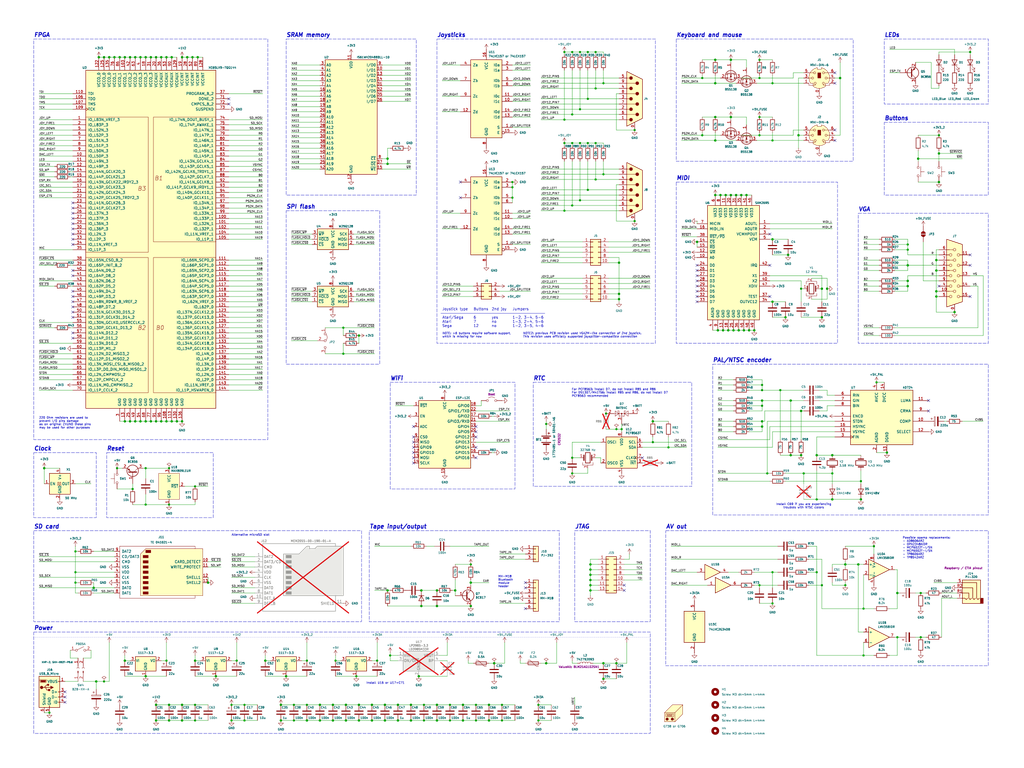
<source format=kicad_sch>
(kicad_sch (version 20231120) (generator "eeschema") (generator_version "8.0")
  (paper "User" 499.999 375.006)
  (title_block (title "ZXUNO.1010") (date "2024-08-14") (rev "C") (company "Eugene Lozovoy") (comment 1 "10x10 PCB variant of ZX-UNO project"))
  (lib_symbols
    (symbol "74xx:74LS157" (pin_names (offset 1.016))
      (property "Reference" "U" (at -7.62 19.05 0))
      (property "Value" "74LS157" (at -7.62 -21.59 0))
      (symbol "74LS157_1_0"
        (pin input line (at -12.7 -15.24 0) (length 5.08) (name "S") (number "1"))
        (pin input line (at -12.7 -2.54 0) (length 5.08) (name "I1c") (number "10"))
        (pin input line (at -12.7 0 0) (length 5.08) (name "I0c") (number "11"))
        (pin output line (at 12.7 -7.62 180) (length 5.08) (name "Zd") (number "12"))
        (pin input line (at -12.7 -10.16 0) (length 5.08) (name "I1d") (number "13"))
        (pin input line (at -12.7 -7.62 0) (length 5.08) (name "I0d") (number "14"))
        (pin input inverted (at -12.7 -17.78 0) (length 5.08) (name "E") (number "15"))
        (pin power_in line (at 0 22.86 270) (length 5.08) (name "VCC") (number "16"))
        (pin input line (at -12.7 15.24 0) (length 5.08) (name "I0a") (number "2"))
        (pin input line (at -12.7 12.7 0) (length 5.08) (name "I1a") (number "3"))
        (pin output line (at 12.7 15.24 180) (length 5.08) (name "Za") (number "4"))
        (pin input line (at -12.7 7.62 0) (length 5.08) (name "I0b") (number "5"))
        (pin input line (at -12.7 5.08 0) (length 5.08) (name "I1b") (number "6"))
        (pin output line (at 12.7 7.62 180) (length 5.08) (name "Zb") (number "7"))
        (pin power_in line (at 0 -25.4 90) (length 5.08) (name "GND") (number "8"))
        (pin output line (at 12.7 0 180) (length 5.08) (name "Zc") (number "9"))
      )
    )
    (symbol "Amplifier_Operational:LMV358" (pin_names (offset 0.127))
      (property "Reference" "U" (at 0 5.08 0))
      (property "Value" "LMV358" (at 0 -5.08 0))
      (symbol "LMV358_1_1"
        (pin output line (at 7.62 0 180) (length 2.54) (name "~") (number "1"))
        (pin input line (at -7.62 -2.54 0) (length 2.54) (name "-") (number "2"))
        (pin input line (at -7.62 2.54 0) (length 2.54) (name "+") (number "3"))
      )
      (symbol "LMV358_2_1"
        (pin input line (at -7.62 2.54 0) (length 2.54) (name "+") (number "5"))
        (pin input line (at -7.62 -2.54 0) (length 2.54) (name "-") (number "6"))
        (pin output line (at 7.62 0 180) (length 2.54) (name "~") (number "7"))
      )
      (symbol "LMV358_3_1"
        (pin power_in line (at -2.54 -7.62 90) (length 3.81) (name "V-") (number "4"))
        (pin power_in line (at -2.54 7.62 270) (length 3.81) (name "V+") (number "8"))
      )
    )
    (symbol "Amplifier_Operational:NE5532" (pin_names (offset 0.127))
      (property "Reference" "U" (at 0 5.08 0))
      (property "Value" "NE5532" (at 0 -5.08 0))
      (symbol "NE5532_1_1"
        (pin output line (at 7.62 0 180) (length 2.54) (name "~") (number "1"))
        (pin input line (at -7.62 -2.54 0) (length 2.54) (name "-") (number "2"))
        (pin input line (at -7.62 2.54 0) (length 2.54) (name "+") (number "3"))
      )
      (symbol "NE5532_2_1"
        (pin input line (at -7.62 2.54 0) (length 2.54) (name "+") (number "5"))
        (pin input line (at -7.62 -2.54 0) (length 2.54) (name "-") (number "6"))
        (pin output line (at 7.62 0 180) (length 2.54) (name "~") (number "7"))
      )
      (symbol "NE5532_3_1"
        (pin power_in line (at -2.54 -7.62 90) (length 3.81) (name "V-") (number "4"))
        (pin power_in line (at -2.54 7.62 270) (length 3.81) (name "V+") (number "8"))
      )
    )
    (symbol "Connector:Conn_01x02_Pin" (pin_names (offset 1.016) hide)
      (property "Reference" "J" (at 0 2.54 0))
      (property "Value" "Conn_01x02_Pin" (at 0 -5.08 0))
      (symbol "Conn_01x02_Pin_1_1"
        (pin passive line (at 5.08 0 180) (length 3.81) (name "Pin_1") (number "1"))
        (pin passive line (at 5.08 -2.54 180) (length 3.81) (name "Pin_2") (number "2"))
      )
    )
    (symbol "Connector:Conn_01x02_Socket" (pin_names (offset 1.016) hide)
      (property "Reference" "J" (at 0 2.54 0))
      (property "Value" "Conn_01x02_Socket" (at 0 -5.08 0))
      (symbol "Conn_01x02_Socket_1_1"
        (pin passive line (at -5.08 0 0) (length 3.81) (name "Pin_1") (number "1"))
        (pin passive line (at -5.08 -2.54 0) (length 3.81) (name "Pin_2") (number "2"))
      )
    )
    (symbol "Connector:DE15_Receptacle_HighDensity_MountingHoles" (pin_names (offset 1.016) hide)
      (property "Reference" "J" (at 0 21.59 0))
      (property "Value" "DE15_Receptacle_HighDensity_MountingHoles" (at 0 19.05 0))
      (symbol "DE15_Receptacle_HighDensity_MountingHoles_1_1"
        (pin passive line (at 0 -17.78 90) (length 3.81) (name "~") (number "0"))
        (pin passive line (at -7.62 10.16 0) (length 5.08) (name "~") (number "1"))
        (pin passive line (at -7.62 -7.62 0) (length 5.08) (name "~") (number "10"))
        (pin passive line (at 7.62 10.16 180) (length 5.08) (name "~") (number "11"))
        (pin passive line (at 7.62 5.08 180) (length 5.08) (name "~") (number "12"))
        (pin passive line (at 7.62 0 180) (length 5.08) (name "~") (number "13"))
        (pin passive line (at 7.62 -5.08 180) (length 5.08) (name "~") (number "14"))
        (pin passive line (at 7.62 -10.16 180) (length 5.08) (name "~") (number "15"))
        (pin passive line (at -7.62 5.08 0) (length 5.08) (name "~") (number "2"))
        (pin passive line (at -7.62 0 0) (length 5.08) (name "~") (number "3"))
        (pin passive line (at -7.62 -5.08 0) (length 5.08) (name "~") (number "4"))
        (pin passive line (at -7.62 -10.16 0) (length 5.08) (name "~") (number "5"))
        (pin passive line (at -7.62 12.7 0) (length 5.08) (name "~") (number "6"))
        (pin passive line (at -7.62 7.62 0) (length 5.08) (name "~") (number "7"))
        (pin passive line (at -7.62 2.54 0) (length 5.08) (name "~") (number "8"))
        (pin passive line (at -7.62 -2.54 0) (length 5.08) (name "~") (number "9"))
      )
    )
    (symbol "Connector:DE9_Plug_MountingHoles" (pin_names (offset 1.016) hide)
      (property "Reference" "J" (at 0 16.51 0))
      (property "Value" "DE9_Plug_MountingHoles" (at 0 14.605 0))
      (symbol "DE9_Plug_MountingHoles_1_1"
        (pin passive line (at 0 -15.24 90) (length 3.81) (name "PAD") (number "0"))
        (pin passive line (at -7.62 -10.16 0) (length 3.81) (name "1") (number "1"))
        (pin passive line (at -7.62 -5.08 0) (length 3.81) (name "2") (number "2"))
        (pin passive line (at -7.62 0 0) (length 3.81) (name "3") (number "3"))
        (pin passive line (at -7.62 5.08 0) (length 3.81) (name "4") (number "4"))
        (pin passive line (at -7.62 10.16 0) (length 3.81) (name "5") (number "5"))
        (pin passive line (at -7.62 -7.62 0) (length 3.81) (name "6") (number "6"))
        (pin passive line (at -7.62 -2.54 0) (length 3.81) (name "7") (number "7"))
        (pin passive line (at -7.62 2.54 0) (length 3.81) (name "8") (number "8"))
        (pin passive line (at -7.62 7.62 0) (length 3.81) (name "9") (number "9"))
      )
    )
    (symbol "Connector:Micro_SD_Card_Det2"
      (property "Reference" "J" (at -16.51 17.78 0))
      (property "Value" "Micro_SD_Card_Det2" (at 16.51 17.78 0))
      (symbol "Micro_SD_Card_Det2_1_1"
        (pin bidirectional line (at -22.86 10.16 0) (length 3.81) (name "DAT2") (number "1"))
        (pin passive line (at -22.86 -10.16 0) (length 3.81) (name "DET_A") (number "10"))
        (pin passive line (at 20.32 -12.7 180) (length 3.81) (name "SHIELD") (number "11"))
        (pin bidirectional line (at -22.86 7.62 0) (length 3.81) (name "DAT3/CD") (number "2"))
        (pin input line (at -22.86 5.08 0) (length 3.81) (name "CMD") (number "3"))
        (pin power_in line (at -22.86 2.54 0) (length 3.81) (name "VDD") (number "4"))
        (pin input line (at -22.86 0 0) (length 3.81) (name "CLK") (number "5"))
        (pin power_in line (at -22.86 -2.54 0) (length 3.81) (name "VSS") (number "6"))
        (pin bidirectional line (at -22.86 -5.08 0) (length 3.81) (name "DAT0") (number "7"))
        (pin bidirectional line (at -22.86 -7.62 0) (length 3.81) (name "DAT1") (number "8"))
        (pin passive line (at -22.86 -12.7 0) (length 3.81) (name "DET_B") (number "9"))
      )
    )
    (symbol "Connector:SD_Card" (pin_names (offset 1.016))
      (property "Reference" "J" (at -16.51 13.97 0))
      (property "Value" "SD_Card" (at 15.24 -13.97 0))
      (symbol "SD_Card_1_1"
        (pin input line (at -22.86 7.62 0) (length 2.54) (name "CD/DAT3") (number "1"))
        (pin input line (at 22.86 5.08 180) (length 2.54) (name "CARD_DETECT") (number "10"))
        (pin input line (at 22.86 2.54 180) (length 2.54) (name "WRITE_PROTECT") (number "11"))
        (pin input line (at 22.86 -2.54 180) (length 2.54) (name "SHELL1") (number "12"))
        (pin input line (at 22.86 -5.08 180) (length 2.54) (name "SHELL2") (number "13"))
        (pin input line (at -22.86 5.08 0) (length 2.54) (name "CMD") (number "2"))
        (pin power_in line (at -22.86 2.54 0) (length 2.54) (name "VSS") (number "3"))
        (pin power_in line (at -22.86 0 0) (length 2.54) (name "VDD") (number "4"))
        (pin input line (at -22.86 -2.54 0) (length 2.54) (name "CLK") (number "5"))
        (pin power_in line (at -22.86 -5.08 0) (length 2.54) (name "VSS") (number "6"))
        (pin input line (at -22.86 -7.62 0) (length 2.54) (name "DAT0") (number "7"))
        (pin input line (at -22.86 -10.16 0) (length 2.54) (name "DAT1") (number "8"))
        (pin input line (at -22.86 10.16 0) (length 2.54) (name "DAT2") (number "9"))
      )
    )
    (symbol "Connector:USB_B_Micro" (pin_names (offset 1.016))
      (property "Reference" "J" (at -5.08 11.43 0))
      (property "Value" "USB_B_Micro" (at -5.08 8.89 0))
      (symbol "USB_B_Micro_1_1"
        (pin power_out line (at 7.62 5.08 180) (length 2.54) (name "VBUS") (number "1"))
        (pin bidirectional line (at 7.62 -2.54 180) (length 2.54) (name "D-") (number "2"))
        (pin bidirectional line (at 7.62 0 180) (length 2.54) (name "D+") (number "3"))
        (pin passive line (at 7.62 -5.08 180) (length 2.54) (name "ID") (number "4"))
        (pin power_out line (at 0 -10.16 90) (length 2.54) (name "GND") (number "5"))
        (pin passive line (at -2.54 -10.16 90) (length 2.54) (name "Shield") (number "6"))
      )
    )
    (symbol "Connector_Audio:AudioJack4"
      (property "Reference" "J" (at 0 8.89 0))
      (property "Value" "AudioJack4" (at 0 6.35 0))
      (symbol "AudioJack4_1_1"
        (pin passive line (at 5.08 -2.54 180) (length 2.54) (name "~") (number "R1"))
        (pin passive line (at 5.08 0 180) (length 2.54) (name "~") (number "R2"))
        (pin passive line (at 5.08 2.54 180) (length 2.54) (name "~") (number "S"))
        (pin passive line (at 5.08 -5.08 180) (length 2.54) (name "~") (number "T"))
      )
    )
    (symbol "Connector_Generic:Conn_01x03" (pin_names (offset 1.016) hide)
      (property "Reference" "J" (at 0 5.08 0))
      (property "Value" "Conn_01x03" (at 0 -5.08 0))
      (symbol "Conn_01x03_1_1"
        (pin passive line (at -5.08 2.54 0) (length 3.81) (name "Pin_1") (number "1"))
        (pin passive line (at -5.08 0 0) (length 3.81) (name "Pin_2") (number "2"))
        (pin passive line (at -5.08 -2.54 0) (length 3.81) (name "Pin_3") (number "3"))
      )
    )
    (symbol "Connector_Generic:Conn_01x06" (pin_names (offset 1.016) hide)
      (property "Reference" "J" (at 0 7.62 0))
      (property "Value" "Conn_01x06" (at 0 -10.16 0))
      (symbol "Conn_01x06_1_1"
        (pin passive line (at -5.08 5.08 0) (length 3.81) (name "Pin_1") (number "1"))
        (pin passive line (at -5.08 2.54 0) (length 3.81) (name "Pin_2") (number "2"))
        (pin passive line (at -5.08 0 0) (length 3.81) (name "Pin_3") (number "3"))
        (pin passive line (at -5.08 -2.54 0) (length 3.81) (name "Pin_4") (number "4"))
        (pin passive line (at -5.08 -5.08 0) (length 3.81) (name "Pin_5") (number "5"))
        (pin passive line (at -5.08 -7.62 0) (length 3.81) (name "Pin_6") (number "6"))
      )
    )
    (symbol "Connector_Generic:Conn_02x03_Odd_Even" (pin_names (offset 1.016) hide)
      (property "Reference" "J" (at 1.27 5.08 0))
      (property "Value" "Conn_02x03_Odd_Even" (at 1.27 -5.08 0))
      (symbol "Conn_02x03_Odd_Even_1_1"
        (pin passive line (at -5.08 2.54 0) (length 3.81) (name "Pin_1") (number "1"))
        (pin passive line (at 7.62 2.54 180) (length 3.81) (name "Pin_2") (number "2"))
        (pin passive line (at -5.08 0 0) (length 3.81) (name "Pin_3") (number "3"))
        (pin passive line (at 7.62 0 180) (length 3.81) (name "Pin_4") (number "4"))
        (pin passive line (at -5.08 -2.54 0) (length 3.81) (name "Pin_5") (number "5"))
        (pin passive line (at 7.62 -2.54 180) (length 3.81) (name "Pin_6") (number "6"))
      )
    )
    (symbol "Connector_Generic:Conn_02x05_Odd_Even" (pin_names (offset 1.016) hide)
      (property "Reference" "J" (at 1.27 7.62 0))
      (property "Value" "Conn_02x05_Odd_Even" (at 1.27 -7.62 0))
      (symbol "Conn_02x05_Odd_Even_1_1"
        (pin passive line (at -5.08 5.08 0) (length 3.81) (name "Pin_1") (number "1"))
        (pin passive line (at 7.62 -5.08 180) (length 3.81) (name "Pin_10") (number "10"))
        (pin passive line (at 7.62 5.08 180) (length 3.81) (name "Pin_2") (number "2"))
        (pin passive line (at -5.08 2.54 0) (length 3.81) (name "Pin_3") (number "3"))
        (pin passive line (at 7.62 2.54 180) (length 3.81) (name "Pin_4") (number "4"))
        (pin passive line (at -5.08 0 0) (length 3.81) (name "Pin_5") (number "5"))
        (pin passive line (at 7.62 0 180) (length 3.81) (name "Pin_6") (number "6"))
        (pin passive line (at -5.08 -2.54 0) (length 3.81) (name "Pin_7") (number "7"))
        (pin passive line (at 7.62 -2.54 180) (length 3.81) (name "Pin_8") (number "8"))
        (pin passive line (at -5.08 -5.08 0) (length 3.81) (name "Pin_9") (number "9"))
      )
    )
    (symbol "Connector_Generic:Conn_02x07_Odd_Even" (pin_names (offset 1.016) hide)
      (property "Reference" "J" (at 1.27 10.16 0))
      (property "Value" "Conn_02x07_Odd_Even" (at 1.27 -10.16 0))
      (symbol "Conn_02x07_Odd_Even_1_1"
        (pin passive line (at -5.08 7.62 0) (length 3.81) (name "Pin_1") (number "1"))
        (pin passive line (at 7.62 -2.54 180) (length 3.81) (name "Pin_10") (number "10"))
        (pin passive line (at -5.08 -5.08 0) (length 3.81) (name "Pin_11") (number "11"))
        (pin passive line (at 7.62 -5.08 180) (length 3.81) (name "Pin_12") (number "12"))
        (pin passive line (at -5.08 -7.62 0) (length 3.81) (name "Pin_13") (number "13"))
        (pin passive line (at 7.62 -7.62 180) (length 3.81) (name "Pin_14") (number "14"))
        (pin passive line (at 7.62 7.62 180) (length 3.81) (name "Pin_2") (number "2"))
        (pin passive line (at -5.08 5.08 0) (length 3.81) (name "Pin_3") (number "3"))
        (pin passive line (at 7.62 5.08 180) (length 3.81) (name "Pin_4") (number "4"))
        (pin passive line (at -5.08 2.54 0) (length 3.81) (name "Pin_5") (number "5"))
        (pin passive line (at 7.62 2.54 180) (length 3.81) (name "Pin_6") (number "6"))
        (pin passive line (at -5.08 0 0) (length 3.81) (name "Pin_7") (number "7"))
        (pin passive line (at 7.62 0 180) (length 3.81) (name "Pin_8") (number "8"))
        (pin passive line (at -5.08 -2.54 0) (length 3.81) (name "Pin_9") (number "9"))
      )
    )
    (symbol "Device:Battery" (pin_numbers hide) (pin_names (offset 0) hide)
      (property "Reference" "BT" (at 2.54 2.54 0))
      (property "Value" "Battery" (at 2.54 0 0))
      (symbol "Battery_1_1"
        (pin passive line (at 0 5.08 270) (length 2.54) (name "+") (number "1"))
        (pin passive line (at 0 -5.08 90) (length 2.54) (name "-") (number "2"))
      )
    )
    (symbol "Device:C" (pin_numbers hide) (pin_names (offset 0.254))
      (property "Reference" "C" (at 0.635 2.54 0))
      (property "Value" "C" (at 0.635 -2.54 0))
      (symbol "C_1_1"
        (pin passive line (at 0 3.81 270) (length 2.794) (name "~") (number "1"))
        (pin passive line (at 0 -3.81 90) (length 2.794) (name "~") (number "2"))
      )
    )
    (symbol "Device:C_Polarized" (pin_numbers hide) (pin_names (offset 0.254))
      (property "Reference" "C" (at 0.635 2.54 0))
      (property "Value" "C_Polarized" (at 0.635 -2.54 0))
      (symbol "C_Polarized_1_1"
        (pin passive line (at 0 3.81 270) (length 2.794) (name "~") (number "1"))
        (pin passive line (at 0 -3.81 90) (length 2.794) (name "~") (number "2"))
      )
    )
    (symbol "Device:Crystal" (pin_numbers hide) (pin_names (offset 1.016) hide)
      (property "Reference" "Y" (at 0 3.81 0))
      (property "Value" "Crystal" (at 0 -3.81 0))
      (symbol "Crystal_1_1"
        (pin passive line (at -3.81 0 0) (length 1.27) (name "1") (number "1"))
        (pin passive line (at 3.81 0 180) (length 1.27) (name "2") (number "2"))
      )
    )
    (symbol "Device:Crystal_GND24" (pin_names (offset 1.016) hide)
      (property "Reference" "Y" (at 3.175 5.08 0))
      (property "Value" "Crystal_GND24" (at 3.175 3.175 0))
      (symbol "Crystal_GND24_1_1"
        (pin passive line (at -3.81 0 0) (length 1.27) (name "1") (number "1"))
        (pin passive line (at 0 5.08 270) (length 1.27) (name "2") (number "2"))
        (pin passive line (at 3.81 0 180) (length 1.27) (name "3") (number "3"))
        (pin passive line (at 0 -5.08 90) (length 1.27) (name "4") (number "4"))
      )
    )
    (symbol "Device:Crystal_GND3" (pin_names (offset 1.016) hide)
      (property "Reference" "Y" (at 0 5.715 0))
      (property "Value" "Crystal_GND3" (at 0 3.81 0))
      (symbol "Crystal_GND3_1_1"
        (pin passive line (at -3.81 0 0) (length 1.27) (name "1") (number "1"))
        (pin passive line (at 3.81 0 180) (length 1.27) (name "2") (number "2"))
        (pin passive line (at 0 -5.08 90) (length 1.27) (name "3") (number "3"))
      )
    )
    (symbol "Device:D" (pin_numbers hide) (pin_names (offset 1.016) hide)
      (property "Reference" "D" (at 0 2.54 0))
      (property "Value" "D" (at 0 -2.54 0))
      (symbol "D_1_1"
        (pin passive line (at -3.81 0 0) (length 2.54) (name "K") (number "1"))
        (pin passive line (at 3.81 0 180) (length 2.54) (name "A") (number "2"))
      )
    )
    (symbol "Device:L" (pin_numbers hide) (pin_names (offset 1.016) hide)
      (property "Reference" "L" (at -1.27 0 90))
      (property "Value" "L" (at 1.905 0 90))
      (symbol "L_1_1"
        (pin passive line (at 0 3.81 270) (length 1.27) (name "1") (number "1"))
        (pin passive line (at 0 -3.81 90) (length 1.27) (name "2") (number "2"))
      )
    )
    (symbol "Device:LED" (pin_numbers hide) (pin_names (offset 1.016) hide)
      (property "Reference" "D" (at 0 2.54 0))
      (property "Value" "LED" (at 0 -2.54 0))
      (symbol "LED_1_1"
        (pin passive line (at -3.81 0 0) (length 2.54) (name "K") (number "1"))
        (pin passive line (at 3.81 0 180) (length 2.54) (name "A") (number "2"))
      )
    )
    (symbol "Device:Polyfuse" (pin_numbers hide) (pin_names (offset 0))
      (property "Reference" "F" (at -2.54 0 90))
      (property "Value" "Polyfuse" (at 2.54 0 90))
      (symbol "Polyfuse_1_1"
        (pin passive line (at 0 3.81 270) (length 1.27) (name "~") (number "1"))
        (pin passive line (at 0 -3.81 90) (length 1.27) (name "~") (number "2"))
      )
    )
    (symbol "Device:R" (pin_numbers hide) (pin_names (offset 0))
      (property "Reference" "R" (at 2.032 0 90))
      (property "Value" "R" (at 0 0 90))
      (symbol "R_1_1"
        (pin passive line (at 0 3.81 270) (length 1.27) (name "~") (number "1"))
        (pin passive line (at 0 -3.81 90) (length 1.27) (name "~") (number "2"))
      )
    )
    (symbol "Diode:BAT54C" (pin_names (offset 1.016))
      (property "Reference" "D" (at 0.635 -3.81 0))
      (property "Value" "BAT54C" (at -6.35 3.175 0))
      (symbol "BAT54C_1_1"
        (pin passive line (at -7.62 0 0) (length 3.81) (name "~") (number "1"))
        (pin passive line (at 7.62 0 180) (length 3.81) (name "~") (number "2"))
        (pin passive line (at 0 -5.08 90) (length 5.08) (name "~") (number "3"))
      )
    )
    (symbol "Jumper:Jumper_2_Open" (pin_numbers hide) (pin_names (offset 0) hide) (exclude_from_sim yes)
      (property "Reference" "JP" (at 0 2.794 0))
      (property "Value" "Jumper_2_Open" (at 0 -2.286 0))
      (symbol "Jumper_2_Open_1_1"
        (pin passive line (at -5.08 0 0) (length 2.54) (name "A") (number "1"))
        (pin passive line (at 5.08 0 180) (length 2.54) (name "B") (number "2"))
      )
    )
    (symbol "Jumper:Jumper_3_Bridged12" (pin_names (offset 0) hide)
      (property "Reference" "JP" (at -2.54 -2.54 0))
      (property "Value" "Jumper_3_Bridged12" (at 0 2.794 0))
      (symbol "Jumper_3_Bridged12_1_1"
        (pin passive line (at -6.35 0 0) (length 2.54) (name "A") (number "1"))
        (pin passive line (at 0 -3.81 90) (length 2.54) (name "C") (number "2"))
        (pin passive line (at 6.35 0 180) (length 2.54) (name "B") (number "3"))
      )
    )
    (symbol "Jumper:SolderJumper_2_Open" (pin_numbers hide) (pin_names (offset 0) hide) (exclude_from_sim yes) (in_bom no)
      (property "Reference" "JP" (at 0 2.032 0))
      (property "Value" "SolderJumper_2_Open" (at 0 -2.54 0))
      (symbol "SolderJumper_2_Open_1_1"
        (pin passive line (at -3.81 0 0) (length 2.54) (name "A") (number "1"))
        (pin passive line (at 3.81 0 180) (length 2.54) (name "B") (number "2"))
      )
    )
    (symbol "Mechanical:Housing" (pin_names (offset 1.016))
      (property "Reference" "N" (at 3.81 0 0))
      (property "Value" "Housing" (at 3.81 -1.905 0))
    )
    (symbol "Mechanical:MountingHole" (pin_names (offset 1.016))
      (property "Reference" "H" (at 0 5.08 0))
      (property "Value" "MountingHole" (at 0 3.175 0))
    )
    (symbol "Memory_EEPROM:AT25xxx"
      (property "Reference" "U" (at -7.62 6.35 0))
      (property "Value" "AT25xxx" (at 2.54 -6.35 0))
      (symbol "AT25xxx_1_1"
        (pin input line (at -10.16 -2.54 0) (length 2.54) (name "~{CS}") (number "1"))
        (pin tri_state line (at 10.16 -2.54 180) (length 2.54) (name "MISO") (number "2"))
        (pin input line (at -10.16 2.54 0) (length 2.54) (name "~{WP}") (number "3"))
        (pin power_in line (at 0 -7.62 90) (length 2.54) (name "GND") (number "4"))
        (pin input line (at 10.16 0 180) (length 2.54) (name "MOSI") (number "5"))
        (pin input line (at 10.16 2.54 180) (length 2.54) (name "SCK") (number "6"))
        (pin input line (at -10.16 0 0) (length 2.54) (name "~{HOLD}") (number "7"))
        (pin power_in line (at 0 7.62 270) (length 2.54) (name "VCC") (number "8"))
      )
    )
    (symbol "Oscillator:XO91" (pin_names (offset 0.254))
      (property "Reference" "X" (at -5.08 6.35 0))
      (property "Value" "XO91" (at 1.27 -6.35 0))
      (symbol "XO91_1_1"
        (pin input line (at -7.62 0 0) (length 2.54) (name "EN") (number "1"))
        (pin power_in line (at 0 -7.62 90) (length 2.54) (name "GND") (number "2"))
        (pin output line (at 7.62 0 180) (length 2.54) (name "OUT") (number "3"))
        (pin power_in line (at 0 7.62 270) (length 2.54) (name "V+") (number "4"))
      )
    )
    (symbol "RF_Module:ESP-12E"
      (property "Reference" "U" (at -12.7 19.05 0))
      (property "Value" "ESP-12E" (at 12.7 19.05 0))
      (symbol "ESP-12E_1_1"
        (pin input line (at -15.24 15.24 0) (length 2.54) (name "~{RST}") (number "1"))
        (pin bidirectional line (at -15.24 -2.54 0) (length 2.54) (name "MISO") (number "10"))
        (pin bidirectional line (at -15.24 -5.08 0) (length 2.54) (name "GPIO9") (number "11"))
        (pin bidirectional line (at -15.24 -7.62 0) (length 2.54) (name "GPIO10") (number "12"))
        (pin bidirectional line (at -15.24 -10.16 0) (length 2.54) (name "MOSI") (number "13"))
        (pin bidirectional line (at -15.24 -12.7 0) (length 2.54) (name "SCLK") (number "14"))
        (pin power_in line (at 0 -17.78 90) (length 2.54) (name "GND") (number "15"))
        (pin bidirectional line (at 15.24 -7.62 180) (length 2.54) (name "GPIO15") (number "16"))
        (pin bidirectional line (at 15.24 10.16 180) (length 2.54) (name "GPIO2") (number "17"))
        (pin bidirectional line (at 15.24 15.24 180) (length 2.54) (name "GPIO0") (number "18"))
        (pin bidirectional line (at 15.24 5.08 180) (length 2.54) (name "GPIO4") (number "19"))
        (pin input line (at -15.24 5.08 0) (length 2.54) (name "ADC") (number "2"))
        (pin bidirectional line (at 15.24 2.54 180) (length 2.54) (name "GPIO5") (number "20"))
        (pin bidirectional line (at 15.24 7.62 180) (length 2.54) (name "GPIO3/RXD") (number "21"))
        (pin bidirectional line (at 15.24 12.7 180) (length 2.54) (name "GPIO1/TXD") (number "22"))
        (pin input line (at -15.24 10.16 0) (length 2.54) (name "EN") (number "3"))
        (pin bidirectional line (at 15.24 -10.16 180) (length 2.54) (name "GPIO16") (number "4"))
        (pin bidirectional line (at 15.24 -5.08 180) (length 2.54) (name "GPIO14") (number "5"))
        (pin bidirectional line (at 15.24 0 180) (length 2.54) (name "GPIO12") (number "6"))
        (pin bidirectional line (at 15.24 -2.54 180) (length 2.54) (name "GPIO13") (number "7"))
        (pin power_in line (at 0 20.32 270) (length 2.54) (name "VCC") (number "8"))
        (pin input line (at -15.24 0 0) (length 2.54) (name "CS0") (number "9"))
      )
    )
    (symbol "Regulator_Linear:AZ1117-1.2" (pin_names (offset 0.254))
      (property "Reference" "U" (at -3.81 3.175 0))
      (property "Value" "AZ1117-1.2" (at 0 3.175 0))
      (symbol "AZ1117-1.2_1_1"
        (pin power_in line (at 0 -7.62 90) (length 2.54) (name "GND") (number "1"))
        (pin power_out line (at 7.62 0 180) (length 2.54) (name "VO") (number "2"))
        (pin power_in line (at -7.62 0 0) (length 2.54) (name "VI") (number "3"))
      )
    )
    (symbol "Regulator_Linear:AZ1117-3.3" (pin_names (offset 0.254))
      (property "Reference" "U" (at -3.81 3.175 0))
      (property "Value" "AZ1117-3.3" (at 0 3.175 0))
      (symbol "AZ1117-3.3_1_1"
        (pin power_in line (at 0 -7.62 90) (length 2.54) (name "GND") (number "1"))
        (pin power_out line (at 7.62 0 180) (length 2.54) (name "VO") (number "2"))
        (pin power_in line (at -7.62 0 0) (length 2.54) (name "VI") (number "3"))
      )
    )
    (symbol "Regulator_Linear:LP2985-3.3" (pin_names (offset 0.254))
      (property "Reference" "U" (at -6.35 5.715 0))
      (property "Value" "LP2985-3.3" (at 0 5.715 0))
      (symbol "LP2985-3.3_1_1"
        (pin power_in line (at -10.16 2.54 0) (length 2.54) (name "VIN") (number "1"))
        (pin power_in line (at 0 -7.62 90) (length 2.54) (name "GND") (number "2"))
        (pin input line (at -10.16 0 0) (length 2.54) (name "ON/~{OFF}") (number "3"))
        (pin input line (at 10.16 0 180) (length 2.54) (name "BP") (number "4"))
        (pin power_out line (at 10.16 2.54 180) (length 2.54) (name "VOUT") (number "5"))
      )
    )
    (symbol "Switch:SW_Push" (pin_numbers hide) (pin_names (offset 1.016) hide)
      (property "Reference" "SW" (at 1.27 2.54 0))
      (property "Value" "SW_Push" (at 0 -1.524 0))
      (symbol "SW_Push_0_1"
        (pin passive line (at -5.08 0 0) (length 2.54) (name "1") (number "1"))
        (pin passive line (at 5.08 0 180) (length 2.54) (name "2") (number "2"))
      )
    )
    (symbol "Switch:SW_SPST" (pin_names (offset 0) hide)
      (property "Reference" "SW" (at 0 3.175 0))
      (property "Value" "SW_SPST" (at 0 -2.54 0))
      (symbol "SW_SPST_1_1"
        (pin passive line (at -5.08 0 0) (length 2.54) (name "A") (number "1"))
        (pin passive line (at 5.08 0 180) (length 2.54) (name "B") (number "2"))
      )
    )
    (symbol "Timer_RTC:PCF8563T"
      (property "Reference" "U" (at -7.62 8.89 0))
      (property "Value" "PCF8563T" (at 2.54 8.89 0))
      (symbol "PCF8563T_1_1"
        (pin input line (at -10.16 5.08 0) (length 2.54) (name "OSCI") (number "1"))
        (pin output line (at -10.16 -5.08 0) (length 2.54) (name "OSCO") (number "2"))
        (pin output line (at 10.16 -5.08 180) (length 2.54) (name "~{INT}") (number "3"))
        (pin power_in line (at 0 -10.16 90) (length 2.54) (name "VSS") (number "4"))
        (pin bidirectional line (at 10.16 2.54 180) (length 2.54) (name "SDA") (number "5"))
        (pin input line (at 10.16 5.08 180) (length 2.54) (name "SCL") (number "6"))
        (pin output clock (at 10.16 -2.54 180) (length 2.54) (name "CLKO") (number "7"))
        (pin power_in line (at 0 10.16 270) (length 2.54) (name "VDD") (number "8"))
      )
    )
    (symbol "Transistor_BJT:BC817" (pin_names (offset 0) hide)
      (property "Reference" "Q" (at 5.08 1.905 0))
      (property "Value" "BC817" (at 5.08 0 0))
      (symbol "BC817_1_1"
        (pin input line (at -5.08 0 0) (length 5.715) (name "B") (number "1"))
        (pin passive line (at 2.54 -5.08 90) (length 2.54) (name "E") (number "2"))
        (pin passive line (at 2.54 5.08 270) (length 2.54) (name "C") (number "3"))
      )
    )
    (symbol "Transistor_BJT:BC856" (pin_names (offset 0) hide)
      (property "Reference" "Q" (at 5.08 1.905 0))
      (property "Value" "BC856" (at 5.08 0 0))
      (symbol "BC856_1_1"
        (pin input line (at -5.08 0 0) (length 5.715) (name "B") (number "1"))
        (pin passive line (at 2.54 -5.08 90) (length 2.54) (name "E") (number "2"))
        (pin passive line (at 2.54 5.08 270) (length 2.54) (name "C") (number "3"))
      )
    )
    (symbol "Transistor_FET:BSS138" (pin_names hide)
      (property "Reference" "Q" (at 5.08 1.905 0))
      (property "Value" "BSS138" (at 5.08 0 0))
      (symbol "BSS138_1_1"
        (pin input line (at -5.08 0 0) (length 2.54) (name "G") (number "1"))
        (pin passive line (at 2.54 -5.08 90) (length 2.54) (name "S") (number "2"))
        (pin passive line (at 2.54 5.08 270) (length 2.54) (name "D") (number "3"))
      )
    )
    (symbol "my:74LVC2G34"
      (property "Reference" "U" (at 0 1.27 0))
      (property "Value" "74LVC2G34" (at 0 -1.27 0))
      (symbol "74LVC2G34_1_1"
        (pin input line (at -7.62 0 0) (length 3.81) (name "~") (number "1"))
        (pin output line (at 7.62 0 180) (length 3.81) (name "~") (number "6"))
      )
      (symbol "74LVC2G34_2_1"
        (pin input line (at -7.62 0 0) (length 3.81) (name "~") (number "3"))
        (pin output line (at 7.62 0 180) (length 3.81) (name "~") (number "4"))
      )
      (symbol "74LVC2G34_3_1"
        (pin power_in line (at 0 -12.7 90) (length 5.08) (name "GND") (number "2"))
        (pin power_in line (at 0 12.7 270) (length 5.08) (name "VCC") (number "5"))
      )
    )
    (symbol "my:AD724" (pin_names (offset 1.016))
      (property "Reference" "U" (at -13.97 13.97 0))
      (property "Value" "AD724" (at 12.7 13.97 0))
      (symbol "AD724_1_1"
        (pin input line (at -22.86 -2.54 0) (length 7.62) (name "STDN") (number "1"))
        (pin output line (at 22.86 -2.54 180) (length 7.62) (name "COMP") (number "10"))
        (pin output line (at 22.86 7.62 180) (length 7.62) (name "LUMA") (number "11"))
        (pin input line (at 22.86 -7.62 180) (length 7.62) (name "SELECT") (number "12"))
        (pin power_in line (at 2.54 -17.78 90) (length 3.81) (name "DGND") (number "13"))
        (pin power_in line (at 1.27 16.51 270) (length 3.81) (name "DVCC") (number "14"))
        (pin input line (at -22.86 -7.62 0) (length 7.62) (name "VSYNC") (number "15"))
        (pin input line (at -22.86 -5.08 0) (length 7.62) (name "HSYNC") (number "16"))
        (pin power_in line (at -2.54 -17.78 90) (length 3.81) (name "AGND") (number "2"))
        (pin input clock (at -22.86 -10.16 0) (length 7.62) (name "FIN") (number "3"))
        (pin power_in line (at -2.54 16.51 270) (length 3.81) (name "AVCC") (number "4"))
        (pin input line (at -22.86 0 0) (length 7.62) (name "ENCD") (number "5"))
        (pin input line (at -22.86 10.16 0) (length 7.62) (name "RIN") (number "6"))
        (pin input line (at -22.86 7.62 0) (length 7.62) (name "GIN") (number "7"))
        (pin input line (at -22.86 5.08 0) (length 7.62) (name "BIN") (number "8"))
        (pin output line (at 22.86 2.54 180) (length 7.62) (name "CRMA") (number "9"))
      )
    )
    (symbol "my:IS61WV20488BLL-10"
      (property "Reference" "U4" (at -10.795 29.21 0))
      (property "Value" "IS61WV20488BLL-10" (at 11.43 29.21 0))
      (symbol "IS61WV20488BLL-10_1_1"
        (pin no_connect line (at 15.24 -17.78 180) (length 2.54) hide (name "NC") (number "1"))
        (pin bidirectional line (at 15.24 22.86 180) (length 2.54) (name "I/O1") (number "10"))
        (pin power_in line (at 0 30.48 270) (length 2.54) (name "VDD") (number "11"))
        (pin power_in line (at 0 -30.48 90) (length 2.54) (name "GND") (number "12"))
        (pin bidirectional line (at 15.24 20.32 180) (length 2.54) (name "I/O2") (number "13"))
        (pin bidirectional line (at 15.24 17.78 180) (length 2.54) (name "I/O3") (number "14"))
        (pin input line (at 15.24 -25.4 180) (length 2.54) (name "~{WE}") (number "15"))
        (pin input line (at -15.24 12.7 0) (length 2.54) (name "A5") (number "16"))
        (pin input line (at -15.24 10.16 0) (length 2.54) (name "A6") (number "17"))
        (pin input line (at -15.24 7.62 0) (length 2.54) (name "A7") (number "18"))
        (pin input line (at -15.24 5.08 0) (length 2.54) (name "A8") (number "19"))
        (pin no_connect line (at 15.24 -15.24 180) (length 2.54) hide (name "NC") (number "2"))
        (pin input line (at -15.24 2.54 0) (length 2.54) (name "A9") (number "20"))
        (pin no_connect line (at 15.24 -12.7 180) (length 2.54) hide (name "NC") (number "21"))
        (pin no_connect line (at 15.24 -10.16 180) (length 2.54) hide (name "NC") (number "22"))
        (pin no_connect line (at 15.24 -7.62 180) (length 2.54) hide (name "NC") (number "23"))
        (pin no_connect line (at 15.24 -5.08 180) (length 2.54) hide (name "NC") (number "24"))
        (pin input line (at -15.24 -22.86 0) (length 2.54) (name "A19") (number "25"))
        (pin input line (at -15.24 0 0) (length 2.54) (name "A10") (number "26"))
        (pin input line (at -15.24 -2.54 0) (length 2.54) (name "A11") (number "27"))
        (pin input line (at -15.24 -5.08 0) (length 2.54) (name "A12") (number "28"))
        (pin input line (at -15.24 -7.62 0) (length 2.54) (name "A13") (number "29"))
        (pin input line (at -15.24 25.4 0) (length 2.54) (name "A0") (number "3"))
        (pin input line (at -15.24 -10.16 0) (length 2.54) (name "A14") (number "30"))
        (pin bidirectional line (at 15.24 15.24 180) (length 2.54) (name "I/O4") (number "31"))
        (pin bidirectional line (at 15.24 12.7 180) (length 2.54) (name "I/O5") (number "32"))
        (pin passive line (at 0 30.48 270) (length 2.54) hide (name "VDD") (number "33"))
        (pin passive line (at 0 -30.48 90) (length 2.54) hide (name "GND") (number "34"))
        (pin bidirectional line (at 15.24 10.16 180) (length 2.54) (name "I/O6") (number "35"))
        (pin bidirectional line (at 15.24 7.62 180) (length 2.54) (name "I/O7") (number "36"))
        (pin input line (at 15.24 -22.86 180) (length 2.54) (name "~{OE}") (number "37"))
        (pin input line (at -15.24 -12.7 0) (length 2.54) (name "A15") (number "38"))
        (pin input line (at -15.24 -15.24 0) (length 2.54) (name "A16") (number "39"))
        (pin input line (at -15.24 22.86 0) (length 2.54) (name "A1") (number "4"))
        (pin input line (at -15.24 -17.78 0) (length 2.54) (name "A17") (number "40"))
        (pin input line (at -15.24 -20.32 0) (length 2.54) (name "A18") (number "41"))
        (pin input line (at -15.24 -25.4 0) (length 2.54) (name "A20") (number "42"))
        (pin no_connect line (at 15.24 -2.54 180) (length 2.54) hide (name "NC") (number "43"))
        (pin no_connect line (at 15.24 0 180) (length 2.54) hide (name "NC") (number "44"))
        (pin input line (at -15.24 20.32 0) (length 2.54) (name "A2") (number "5"))
        (pin input line (at -15.24 17.78 0) (length 2.54) (name "A3") (number "6"))
        (pin input line (at -15.24 15.24 0) (length 2.54) (name "A4") (number "7"))
        (pin input line (at 15.24 -20.32 180) (length 2.54) (name "~{CE}") (number "8"))
        (pin bidirectional line (at 15.24 25.4 180) (length 2.54) (name "I/O0") (number "9"))
      )
    )
    (symbol "my:MAX809"
      (property "Reference" "U" (at -5.08 7.62 0))
      (property "Value" "MAX809" (at 4.445 7.62 0))
      (symbol "MAX809_1_1"
        (pin power_in line (at 0 -8.89 90) (length 2.54) (name "GND") (number "1"))
        (pin output line (at 7.62 0 180) (length 2.54) (name "~{RST}") (number "2"))
        (pin power_in line (at 0 8.89 270) (length 2.54) (name "VCC") (number "3"))
      )
    )
    (symbol "my:Mini-DIN-6" (pin_names (offset 1.016))
      (property "Reference" "J" (at 0 6.35 0))
      (property "Value" "Mini-DIN-6" (at 6.985 -6.35 0))
      (symbol "Mini-DIN-6_1_1"
        (pin passive line (at 0 -7.62 90) (length 2.54) (name "~") (number "0"))
        (pin passive line (at 7.62 -2.54 180) (length 2.54) (name "~") (number "1"))
        (pin passive line (at -7.62 -2.54 0) (length 2.54) (name "~") (number "2"))
        (pin passive line (at 7.62 0 180) (length 2.54) (name "~") (number "3"))
        (pin passive line (at -7.62 0 0) (length 2.54) (name "~") (number "4"))
        (pin passive line (at 7.62 2.54 180) (length 2.54) (name "~") (number "5"))
        (pin passive line (at -7.62 2.54 0) (length 2.54) (name "~") (number "6"))
      )
    )
    (symbol "my:SAM2695" (pin_names (offset 1.016))
      (property "Reference" "U" (at -13.97 29.21 0))
      (property "Value" "SAM2695" (at 12.7 29.21 0))
      (symbol "SAM2695_0_0"
        (pin output line (at 17.78 19.05 180) (length 5.08) (name "AOUTL") (number "1"))
        (pin input line (at -17.78 2.54 0) (length 5.08) (name "A0") (number "10"))
        (pin power_in line (at -3.81 33.02 270) (length 5.08) (name "VD33") (number "11"))
        (pin input line (at -17.78 5.08 0) (length 5.08) (name "~{WR}") (number "12"))
        (pin power_in line (at -5.08 -33.02 90) (length 5.08) (name "GND") (number "13"))
        (pin input line (at -17.78 10.16 0) (length 5.08) (name "~{CS}") (number "14"))
        (pin input line (at -17.78 7.62 0) (length 5.08) (name "~{RD}") (number "15"))
        (pin input line (at -17.78 16.51 0) (length 5.08) (name "MIDI_IN") (number "16"))
        (pin no_connect line (at 17.78 7.62 180) (length 5.08) hide (name "NC") (number "17"))
        (pin power_in line (at -2.54 -33.02 90) (length 5.08) (name "GND") (number "18"))
        (pin no_connect line (at 17.78 8.89 180) (length 5.08) hide (name "NC") (number "19"))
        (pin output line (at 17.78 16.51 180) (length 5.08) (name "AOUTR") (number "2"))
        (pin power_in line (at -1.27 33.02 270) (length 5.08) (name "VD33") (number "20"))
        (pin no_connect line (at 17.78 6.35 180) (length 5.08) hide (name "NC") (number "21"))
        (pin no_connect line (at 17.78 5.08 180) (length 5.08) hide (name "NC") (number "22"))
        (pin no_connect line (at 17.78 3.81 180) (length 5.08) hide (name "NC") (number "23"))
        (pin bidirectional line (at -17.78 -1.27 0) (length 5.08) (name "D0") (number "24"))
        (pin power_in line (at 0 -33.02 90) (length 5.08) (name "GND") (number "25"))
        (pin bidirectional line (at -17.78 -3.81 0) (length 5.08) (name "D1") (number "26"))
        (pin bidirectional line (at -17.78 -6.35 0) (length 5.08) (name "D2") (number "27"))
        (pin bidirectional line (at -17.78 -8.89 0) (length 5.08) (name "D3") (number "28"))
        (pin bidirectional line (at -17.78 -11.43 0) (length 5.08) (name "D4") (number "29"))
        (pin output line (at 17.78 13.97 180) (length 5.08) (name "VCMHPOUT") (number "3"))
        (pin bidirectional line (at -17.78 -13.97 0) (length 5.08) (name "D5") (number "30"))
        (pin power_in line (at 1.27 33.02 270) (length 5.08) (name "VD33") (number "31"))
        (pin bidirectional line (at -17.78 -16.51 0) (length 5.08) (name "D6") (number "32"))
        (pin bidirectional line (at -17.78 -19.05 0) (length 5.08) (name "D7") (number "33"))
        (pin power_out line (at 17.78 -19.05 180) (length 5.08) (name "OUTVC12") (number "34"))
        (pin power_in line (at 3.81 33.02 270) (length 5.08) (name "VD33") (number "35"))
        (pin power_in line (at 2.54 -33.02 90) (length 5.08) (name "GND") (number "36"))
        (pin input line (at 17.78 -16.51 180) (length 5.08) (name "TEST") (number "37"))
        (pin input line (at -17.78 12.7 0) (length 5.08) (name "~{RST}/~{PD}") (number "38"))
        (pin input line (at 17.78 -6.35 180) (length 5.08) (name "X1") (number "39"))
        (pin power_in line (at -10.16 -33.02 90) (length 5.08) (name "AGND") (number "4"))
        (pin input line (at 17.78 -8.89 180) (length 5.08) (name "X2") (number "40"))
        (pin power_in line (at 6.35 33.02 270) (length 5.08) (name "VD33") (number "41"))
        (pin output line (at 17.78 -1.27 180) (length 5.08) (name "IRQ") (number "42"))
        (pin no_connect line (at 17.78 2.54 180) (length 5.08) hide (name "NC") (number "43"))
        (pin no_connect line (at 17.78 1.27 180) (length 5.08) hide (name "NC") (number "44"))
        (pin power_in line (at 5.08 -33.02 90) (length 5.08) (name "GND") (number "45"))
        (pin power_in line (at 8.89 33.02 270) (length 5.08) (name "VD33") (number "46"))
        (pin input line (at 17.78 -11.43 180) (length 5.08) (name "XDIV") (number "47"))
        (pin power_in line (at 7.62 -33.02 90) (length 5.08) (name "GND") (number "48"))
        (pin output line (at 17.78 11.43 180) (length 5.08) (name "VCM") (number "5"))
        (pin power_in line (at -8.89 33.02 270) (length 5.08) (name "VA33") (number "6"))
        (pin input line (at -17.78 19.05 0) (length 5.08) (name "MICIN") (number "7"))
        (pin power_in line (at -6.35 33.02 270) (length 5.08) (name "VD33") (number "8"))
        (pin power_in line (at -7.62 -33.02 90) (length 5.08) (name "GND") (number "9"))
      )
      (symbol "SAM2695_1_1"
        (pin power_in line (at 10.16 -33.02 90) (length 5.08) (name "GND") (number "49"))
      )
    )
    (symbol "my:XC6SLX9-TQG144" (pin_names (offset 1.016))
      (property "Reference" "U" (at -31.75 83.82 0))
      (property "Value" "XC6SLX9-TQG144" (at 37.465 83.82 0))
      (symbol "XC6SLX9-TQG144_0_0"
        (text "B0" (at 4.445 -43.18 0) (effects (font (size 2 2) (italic yes))))
        (text "B1" (at 3.81 29.845 0) (effects (font (size 2 2) (italic yes))))
        (text "B2" (at -4.445 -43.18 0) (effects (font (size 2 2) (italic yes))))
        (text "B3" (at -4.445 24.765 0) (effects (font (size 2 2) (italic yes))))
      )
      (symbol "XC6SLX9-TQG144_1_1"
        (pin bidirectional line (at -38.1 58.42 0) (length 6.35) (name "IO_L83N_VREF_3") (number "1"))
        (pin bidirectional line (at -38.1 40.64 0) (length 6.35) (name "IO_L50P_3") (number "10"))
        (pin bidirectional line (at 38.1 10.16 180) (length 6.35) (name "IO_L33P_1") (number "100"))
        (pin bidirectional line (at 38.1 7.62 180) (length 6.35) (name "IO_L32N_1") (number "101"))
        (pin bidirectional line (at 38.1 5.08 180) (length 6.35) (name "IO_L32P_1") (number "102"))
        (pin power_in line (at -12.7 88.9 270) (length 6.35) (name "VCCO_1") (number "103"))
        (pin bidirectional line (at 38.1 2.54 180) (length 6.35) (name "IO_L1N_VREF_1") (number "104"))
        (pin bidirectional line (at 38.1 0 180) (length 6.35) (name "IO_L1P_1") (number "105"))
        (pin output line (at -38.1 68.58 0) (length 6.35) (name "TDO") (number "106"))
        (pin input line (at -38.1 66.04 0) (length 6.35) (name "TMS") (number "107"))
        (pin power_in line (at 7.62 -88.9 90) (length 6.35) (name "GND") (number "108"))
        (pin input clock (at -38.1 63.5 0) (length 6.35) (name "TCK") (number "109"))
        (pin bidirectional line (at -38.1 38.1 0) (length 6.35) (name "IO_L49N_3") (number "11"))
        (pin input line (at -38.1 71.12 0) (length 6.35) (name "TDI") (number "110"))
        (pin bidirectional line (at 38.1 -10.16 180) (length 6.35) (name "IO_L66N_SCP0_0") (number "111"))
        (pin bidirectional line (at 38.1 -12.7 180) (length 6.35) (name "IO_L66P_SCP1_0") (number "112"))
        (pin power_in line (at 10.16 -88.9 90) (length 6.35) (name "GND") (number "113"))
        (pin bidirectional line (at 38.1 -15.24 180) (length 6.35) (name "IO_L65N_SCP2_0") (number "114"))
        (pin bidirectional line (at 38.1 -17.78 180) (length 6.35) (name "IO_L65P_SCP3_0") (number "115"))
        (pin bidirectional line (at 38.1 -20.32 180) (length 6.35) (name "IO_L64N_SCP4_0") (number "116"))
        (pin bidirectional line (at 38.1 -22.86 180) (length 6.35) (name "IO_L64P_SCP5_0") (number "117"))
        (pin bidirectional line (at 38.1 -25.4 180) (length 6.35) (name "IO_L63N_SCP6_0") (number "118"))
        (pin bidirectional line (at 38.1 -27.94 180) (length 6.35) (name "IO_L63P_SCP7_0") (number "119"))
        (pin bidirectional line (at -38.1 35.56 0) (length 6.35) (name "IO_L49P_3") (number "12"))
        (pin bidirectional line (at 38.1 -30.48 180) (length 6.35) (name "IO_L62N_VREF_0") (number "120"))
        (pin bidirectional line (at 38.1 -33.02 180) (length 6.35) (name "IO_L62P_0") (number "121"))
        (pin power_in line (at -25.4 88.9 270) (length 6.35) (name "VCCO_0") (number "122"))
        (pin bidirectional line (at 38.1 -35.56 180) (length 6.35) (name "IO_L37N_GCLK12_0") (number "123"))
        (pin bidirectional line (at 38.1 -38.1 180) (length 6.35) (name "IO_L37P_GCLK13_0") (number "124"))
        (pin power_in line (at -22.86 88.9 270) (length 6.35) (name "VCCO_0") (number "125"))
        (pin bidirectional line (at 38.1 -40.64 180) (length 6.35) (name "IO_L36N_GCLK14_0") (number "126"))
        (pin bidirectional line (at 38.1 -43.18 180) (length 6.35) (name "IO_L36P_GCLK15_0") (number "127"))
        (pin power_in line (at 25.4 88.9 270) (length 6.35) (name "VCCINT") (number "128"))
        (pin power_in line (at 12.7 88.9 270) (length 6.35) (name "VCCAUX") (number "129"))
        (pin power_in line (at -12.7 -88.9 90) (length 6.35) (name "GND") (number "13"))
        (pin power_in line (at 12.7 -88.9 90) (length 6.35) (name "GND") (number "130"))
        (pin bidirectional line (at 38.1 -45.72 180) (length 6.35) (name "IO_L35N_GCLK16_0") (number "131"))
        (pin bidirectional line (at 38.1 -48.26 180) (length 6.35) (name "IO_L35P_GCLK17_0") (number "132"))
        (pin bidirectional line (at 38.1 -50.8 180) (length 6.35) (name "IO_L34N_GCLK18_0") (number "133"))
        (pin bidirectional line (at 38.1 -53.34 180) (length 6.35) (name "IO_L34P_GCLK19_0") (number "134"))
        (pin power_in line (at -20.32 88.9 270) (length 6.35) (name "VCCO_0") (number "135"))
        (pin power_in line (at 15.24 -88.9 90) (length 6.35) (name "GND") (number "136"))
        (pin bidirectional line (at 38.1 -55.88 180) (length 6.35) (name "IO_L4N_0") (number "137"))
        (pin bidirectional line (at 38.1 -58.42 180) (length 6.35) (name "IO_L4P_0") (number "138"))
        (pin bidirectional line (at 38.1 -60.96 180) (length 6.35) (name "IO_L3N_0") (number "139"))
        (pin bidirectional line (at -38.1 33.02 0) (length 6.35) (name "IO_L44N_GCLK20_3") (number "14"))
        (pin bidirectional line (at 38.1 -63.5 180) (length 6.35) (name "IO_L3P_0") (number "140"))
        (pin bidirectional line (at 38.1 -66.04 180) (length 6.35) (name "IO_L2N_0") (number "141"))
        (pin bidirectional line (at 38.1 -68.58 180) (length 6.35) (name "IO_L2P_0") (number "142"))
        (pin bidirectional line (at 38.1 -71.12 180) (length 6.35) (name "IO_L1N_VREF_0") (number "143"))
        (pin bidirectional line (at 38.1 -73.66 180) (length 6.35) (name "IO_L1P_HSWAPEN_0") (number "144"))
        (pin bidirectional line (at -38.1 30.48 0) (length 6.35) (name "IO_L44P_GCLK21_3") (number "15"))
        (pin bidirectional line (at -38.1 27.94 0) (length 6.35) (name "IO_L43N_GCLK22_IRDY2_3") (number "16"))
        (pin bidirectional line (at -38.1 25.4 0) (length 6.35) (name "IO_L43P_GCLK23_3") (number "17"))
        (pin power_in line (at -2.54 88.9 270) (length 6.35) (name "VCCO_3") (number "18"))
        (pin power_in line (at 15.24 88.9 270) (length 6.35) (name "VCCINT") (number "19"))
        (pin bidirectional line (at -38.1 55.88 0) (length 6.35) (name "IO_L83P_3") (number "2"))
        (pin power_in line (at 2.54 88.9 270) (length 6.35) (name "VCCAUX") (number "20"))
        (pin bidirectional line (at -38.1 22.86 0) (length 6.35) (name "IO_L42N_GCLK24_3") (number "21"))
        (pin bidirectional line (at -38.1 20.32 0) (length 6.35) (name "IO_L42P_GCLK25_TRDY2_3") (number "22"))
        (pin bidirectional line (at -38.1 17.78 0) (length 6.35) (name "IO_L41N_GCLK26_3") (number "23"))
        (pin bidirectional line (at -38.1 15.24 0) (length 6.35) (name "IO_L41P_GCLK27_3") (number "24"))
        (pin power_in line (at -10.16 -88.9 90) (length 6.35) (name "GND") (number "25"))
        (pin bidirectional line (at -38.1 12.7 0) (length 6.35) (name "IO_L37N_3") (number "26"))
        (pin bidirectional line (at -38.1 10.16 0) (length 6.35) (name "IO_L37P_3") (number "27"))
        (pin power_in line (at 17.78 88.9 270) (length 6.35) (name "VCCINT") (number "28"))
        (pin bidirectional line (at -38.1 7.62 0) (length 6.35) (name "IO_L36N_3") (number "29"))
        (pin power_in line (at -15.24 -88.9 90) (length 6.35) (name "GND") (number "3"))
        (pin bidirectional line (at -38.1 5.08 0) (length 6.35) (name "IO_L36P_3") (number "30"))
        (pin power_in line (at 0 88.9 270) (length 6.35) (name "VCCO_3") (number "31"))
        (pin bidirectional line (at -38.1 2.54 0) (length 6.35) (name "IO_L2N_3") (number "32"))
        (pin bidirectional line (at -38.1 0 0) (length 6.35) (name "IO_L2P_3") (number "33"))
        (pin bidirectional line (at -38.1 -2.54 0) (length 6.35) (name "IO_L1N_VREF_3") (number "34"))
        (pin bidirectional line (at -38.1 -5.08 0) (length 6.35) (name "IO_L1P_3") (number "35"))
        (pin power_in line (at 5.08 88.9 270) (length 6.35) (name "VCCAUX") (number "36"))
        (pin bidirectional line (at 38.1 71.12 180) (length 6.35) (name "PROGRAM_B_2") (number "37"))
        (pin bidirectional line (at -38.1 -10.16 0) (length 6.35) (name "IO_L65N_CSO_B_2") (number "38"))
        (pin bidirectional line (at -38.1 -12.7 0) (length 6.35) (name "IO_L65P_INIT_B_2") (number "39"))
        (pin power_in line (at -5.08 88.9 270) (length 6.35) (name "VCCO_3") (number "4"))
        (pin bidirectional line (at -38.1 -15.24 0) (length 6.35) (name "IO_L64N_D9_2") (number "40"))
        (pin bidirectional line (at -38.1 -17.78 0) (length 6.35) (name "IO_L64P_D8_2") (number "41"))
        (pin power_in line (at -10.16 88.9 270) (length 6.35) (name "VCCO_2") (number "42"))
        (pin bidirectional line (at -38.1 -20.32 0) (length 6.35) (name "IO_L62N_D6_2") (number "43"))
        (pin bidirectional line (at -38.1 -22.86 0) (length 6.35) (name "IO_L62P_D5_2") (number "44"))
        (pin bidirectional line (at -38.1 -25.4 0) (length 6.35) (name "IO_L49N_D4_2") (number "45"))
        (pin bidirectional line (at -38.1 -27.94 0) (length 6.35) (name "IO_L49P_D3_2") (number "46"))
        (pin bidirectional line (at -38.1 -30.48 0) (length 6.35) (name "IO_L48N_RDWR_B_VREF_2") (number "47"))
        (pin bidirectional line (at -38.1 -33.02 0) (length 6.35) (name "IO_L48P_D7_2") (number "48"))
        (pin power_in line (at -7.62 -88.9 90) (length 6.35) (name "GND") (number "49"))
        (pin bidirectional line (at -38.1 53.34 0) (length 6.35) (name "IO_L52N_3") (number "5"))
        (pin bidirectional line (at -38.1 -35.56 0) (length 6.35) (name "IO_L31N_GCLK30_D15_2") (number "50"))
        (pin bidirectional line (at -38.1 -38.1 0) (length 6.35) (name "IO_L31P_GCLK31_D14_2") (number "51"))
        (pin power_in line (at 20.32 88.9 270) (length 6.35) (name "VCCINT") (number "52"))
        (pin power_in line (at 7.62 88.9 270) (length 6.35) (name "VCCAUX") (number "53"))
        (pin power_in line (at -5.08 -88.9 90) (length 6.35) (name "GND") (number "54"))
        (pin bidirectional line (at -38.1 -40.64 0) (length 6.35) (name "IO_L30N_GCLK0_USERCCLK_2") (number "55"))
        (pin bidirectional line (at -38.1 -43.18 0) (length 6.35) (name "IO_L30P_GCLK1_D13_2") (number "56"))
        (pin bidirectional line (at -38.1 -45.72 0) (length 6.35) (name "IO_L14N_D12_2") (number "57"))
        (pin bidirectional line (at -38.1 -48.26 0) (length 6.35) (name "IO_L14P_D11_2") (number "58"))
        (pin bidirectional line (at -38.1 -50.8 0) (length 6.35) (name "IO_L13N_D10_2") (number "59"))
        (pin bidirectional line (at -38.1 50.8 0) (length 6.35) (name "IO_L52P_3") (number "6"))
        (pin bidirectional line (at -38.1 -53.34 0) (length 6.35) (name "IO_L13P_M1_2") (number "60"))
        (pin bidirectional line (at -38.1 -55.88 0) (length 6.35) (name "IO_L12N_D2_MISO3_2") (number "61"))
        (pin bidirectional line (at -38.1 -58.42 0) (length 6.35) (name "IO_L12P_D1_MISO2_2") (number "62"))
        (pin power_in line (at -7.62 88.9 270) (length 6.35) (name "VCCO_2") (number "63"))
        (pin bidirectional line (at -38.1 -60.96 0) (length 6.35) (name "IO_L3N_MOSI_CSI_B_MISO0_2") (number "64"))
        (pin bidirectional line (at -38.1 -63.5 0) (length 6.35) (name "IO_L3P_D0_DIN_MISO_MISO1_2") (number "65"))
        (pin bidirectional line (at -38.1 -66.04 0) (length 6.35) (name "IO_L2N_CMPMOSI_2") (number "66"))
        (pin bidirectional line (at -38.1 -68.58 0) (length 6.35) (name "IO_L2P_CMPCLK_2") (number "67"))
        (pin power_in line (at -2.54 -88.9 90) (length 6.35) (name "GND") (number "68"))
        (pin bidirectional line (at -38.1 -71.12 0) (length 6.35) (name "IO_L1N_M0_CMPMISO_2") (number "69"))
        (pin bidirectional line (at -38.1 48.26 0) (length 6.35) (name "IO_L51N_3") (number "7"))
        (pin bidirectional line (at -38.1 -73.66 0) (length 6.35) (name "IO_L1P_CCLK_2") (number "70"))
        (pin bidirectional line (at 38.1 68.58 180) (length 6.35) (name "DONE_2") (number "71"))
        (pin bidirectional line (at 38.1 66.04 180) (length 6.35) (name "CMPCS_B_2") (number "72"))
        (pin bidirectional line (at 38.1 63.5 180) (length 6.35) (name "SUSPEND") (number "73"))
        (pin bidirectional line (at 38.1 58.42 180) (length 6.35) (name "IO_L74N_DOUT_BUSY_1") (number "74"))
        (pin bidirectional line (at 38.1 55.88 180) (length 6.35) (name "IO_L74P_AWAKE_1") (number "75"))
        (pin power_in line (at -17.78 88.9 270) (length 6.35) (name "VCCO_1") (number "76"))
        (pin power_in line (at 0 -88.9 90) (length 6.35) (name "GND") (number "77"))
        (pin bidirectional line (at 38.1 53.34 180) (length 6.35) (name "IO_L47N_1") (number "78"))
        (pin bidirectional line (at 38.1 50.8 180) (length 6.35) (name "IO_L47P_1") (number "79"))
        (pin bidirectional line (at -38.1 45.72 0) (length 6.35) (name "IO_L51P_3") (number "8"))
        (pin bidirectional line (at 38.1 48.26 180) (length 6.35) (name "IO_L46N_1") (number "80"))
        (pin bidirectional line (at 38.1 45.72 180) (length 6.35) (name "IO_L46P_1") (number "81"))
        (pin bidirectional line (at 38.1 43.18 180) (length 6.35) (name "IO_L45N_1") (number "82"))
        (pin bidirectional line (at 38.1 40.64 180) (length 6.35) (name "IO_L45P_1") (number "83"))
        (pin bidirectional line (at 38.1 38.1 180) (length 6.35) (name "IO_L43N_GCLK4_1") (number "84"))
        (pin bidirectional line (at 38.1 35.56 180) (length 6.35) (name "IO_L43P_GCLK5_1") (number "85"))
        (pin power_in line (at -15.24 88.9 270) (length 6.35) (name "VCCO_1") (number "86"))
        (pin bidirectional line (at 38.1 33.02 180) (length 6.35) (name "IO_L42N_GCLK6_TRDY1_1") (number "87"))
        (pin bidirectional line (at 38.1 30.48 180) (length 6.35) (name "IO_L42P_GCLK7_1") (number "88"))
        (pin power_in line (at 22.86 88.9 270) (length 6.35) (name "VCCINT") (number "89"))
        (pin bidirectional line (at -38.1 43.18 0) (length 6.35) (name "IO_L50N_3") (number "9"))
        (pin power_in line (at 10.16 88.9 270) (length 6.35) (name "VCCAUX") (number "90"))
        (pin power_in line (at 2.54 -88.9 90) (length 6.35) (name "GND") (number "91"))
        (pin bidirectional line (at 38.1 27.94 180) (length 6.35) (name "IO_L41N_GCLK8_1") (number "92"))
        (pin bidirectional line (at 38.1 25.4 180) (length 6.35) (name "IO_L41P_GCLK9_IRDY1_1") (number "93"))
        (pin bidirectional line (at 38.1 22.86 180) (length 6.35) (name "IO_L40N_GCLK10_1") (number "94"))
        (pin bidirectional line (at 38.1 20.32 180) (length 6.35) (name "IO_L40P_GCLK11_1") (number "95"))
        (pin power_in line (at 5.08 -88.9 90) (length 6.35) (name "GND") (number "96"))
        (pin bidirectional line (at 38.1 17.78 180) (length 6.35) (name "IO_L34N_1") (number "97"))
        (pin bidirectional line (at 38.1 15.24 180) (length 6.35) (name "IO_L34P_1") (number "98"))
        (pin bidirectional line (at 38.1 12.7 180) (length 6.35) (name "IO_L33N_1") (number "99"))
      )
    )
    (symbol "power:+1V2" (power) (pin_numbers hide) (pin_names (offset 0) hide)
      (property "Value" "+1V2" (at 0 3.556 0))
      (symbol "+1V2_1_1"
        (pin power_in line (at 0 0 90) (length 0) (name "~") (number "1"))
      )
    )
    (symbol "power:+3V3" (power) (pin_numbers hide) (pin_names (offset 0) hide)
      (property "Value" "+3V3" (at 0 3.556 0))
      (symbol "+3V3_1_1"
        (pin power_in line (at 0 0 90) (length 0) (name "~") (number "1"))
      )
    )
    (symbol "power:+5V" (power) (pin_numbers hide) (pin_names (offset 0) hide)
      (property "Value" "+5V" (at 0 3.556 0))
      (symbol "+5V_1_1"
        (pin power_in line (at 0 0 90) (length 0) (name "~") (number "1"))
      )
    )
    (symbol "power:+BATT" (power) (pin_numbers hide) (pin_names (offset 0) hide)
      (property "Value" "+BATT" (at 0 3.556 0))
      (symbol "+BATT_1_1"
        (pin power_in line (at 0 0 90) (length 0) (name "~") (number "1"))
      )
    )
    (symbol "power:GND" (power) (pin_numbers hide) (pin_names (offset 0) hide)
      (property "Value" "GND" (at 0 -3.81 0))
      (symbol "GND_1_1"
        (pin power_in line (at 0 0 270) (length 0) (name "~") (number "1"))
      )
    )
    (symbol "power:PWR_FLAG" (power) (pin_numbers hide) (pin_names (offset 0) hide)
      (property "Value" "PWR_FLAG" (at 0 3.81 0))
      (symbol "PWR_FLAG_0_0"
        (pin power_out line (at 0 0 90) (length 0) (name "~") (number "1"))
      )
    )
  )
  (junction (at 406.4 243.84) (diameter 1.016))
  (junction (at 372.11 187.96))
  (junction (at 78.74 205.74) (diameter 1.016))
  (junction (at 46.99 332.74) (diameter 1.016))
  (junction (at 238.76 344.17) (diameter 1.016))
  (junction (at 356.87 95.25) (diameter 1.016))
  (junction (at 381 190.5))
  (junction (at 283.21 69.85))
  (junction (at 137.16 344.17) (diameter 1.016))
  (junction (at 50.8 332.74))
  (junction (at 73.66 205.74) (diameter 1.016))
  (junction (at 294.64 85.09))
  (junction (at 391.16 222.25) (diameter 1.016))
  (junction (at 372.11 208.28) (diameter 1.016))
  (junction (at 156.21 351.79) (diameter 1.016))
  (junction (at 421.64 297.18))
  (junction (at 419.1 275.59) (diameter 1.016))
  (junction (at 288.29 278.13) (diameter 1.016))
  (junction (at 53.34 27.94) (diameter 1.016))
  (junction (at 302.26 143.51) (diameter 1.016))
  (junction (at 71.12 246.38))
  (junction (at 370.84 66.04))
  (junction (at 95.25 237.49))
  (junction (at 287.02 48.26))
  (junction (at 448.31 77.47) (diameter 1.016))
  (junction (at 113.03 351.79))
  (junction (at 115.57 322.58))
  (junction (at 302.26 128.27) (diameter 1.016))
  (junction (at 473.71 25.4))
  (junction (at 354.33 95.25) (diameter 1.016))
  (junction (at 68.58 205.74) (diameter 1.016))
  (junction (at 66.04 27.94) (diameter 1.016))
  (junction (at 275.59 102.87))
  (junction (at 167.64 160.02))
  (junction (at 438.15 289.56) (diameter 1.016))
  (junction (at 168.91 351.79) (diameter 1.016))
  (junction (at 420.37 243.84) (diameter 1.016))
  (junction (at 389.89 66.04) (diameter 1.016))
  (junction (at 226.06 344.17) (diameter 1.016))
  (junction (at 149.86 351.79) (diameter 1.016))
  (junction (at 438.15 311.15))
  (junction (at 349.25 40.64) (diameter 1.016))
  (junction (at 391.16 140.97))
  (junction (at 76.2 351.79) (diameter 1.016))
  (junction (at 392.43 231.14))
  (junction (at 457.2 144.78) (diameter 1.016))
  (junction (at 443.23 129.54) (diameter 1.016))
  (junction (at 64.77 238.76))
  (junction (at 156.21 344.17) (diameter 1.016))
  (junction (at 36.83 279.4))
  (junction (at 361.95 95.25) (diameter 1.016))
  (junction (at 458.47 74.93) (diameter 1.016))
  (junction (at 318.77 205.74) (diameter 1.016))
  (junction (at 279.4 231.14))
  (junction (at 458.47 66.04))
  (junction (at 287.02 25.4))
  (junction (at 262.89 344.17))
  (junction (at 194.31 351.79) (diameter 1.016))
  (junction (at 294.64 331.47) (diameter 1.016))
  (junction (at 427.99 186.69))
  (junction (at 356.87 29.21) (diameter 1.016))
  (junction (at 219.71 351.79))
  (junction (at 245.11 351.79))
  (junction (at 398.78 243.84))
  (junction (at 213.36 351.79) (diameter 1.016))
  (junction (at 377.19 279.4))
  (junction (at 295.91 201.93))
  (junction (at 187.96 351.79) (diameter 1.016))
  (junction (at 287.02 92.71))
  (junction (at 449.58 311.15))
  (junction (at 119.38 351.79))
  (junction (at 290.83 25.4))
  (junction (at 360.68 161.29) (diameter 1.016))
  (junction (at 143.51 351.79))
  (junction (at 377.19 40.64))
  (junction (at 300.99 209.55))
  (junction (at 318.77 215.9))
  (junction (at 266.7 207.01))
  (junction (at 82.55 344.17) (diameter 1.016))
  (junction (at 119.38 344.17))
  (junction (at 457.2 142.24) (diameter 1.016))
  (junction (at 266.7 323.85) (diameter 1.016))
  (junction (at 372.11 205.74) (diameter 1.016))
  (junction (at 101.6 284.48) (diameter 1.016))
  (junction (at 372.11 195.58) (diameter 1.016))
  (junction (at 88.9 27.94) (diameter 1.016))
  (junction (at 93.98 27.94) (diameter 1.016))
  (junction (at 73.66 27.94) (diameter 1.016))
  (junction (at 443.23 139.7) (diameter 1.016))
  (junction (at 377.19 116.84) (diameter 1.016))
  (junction (at 290.83 69.85))
  (junction (at 139.7 330.2) (diameter 1.016))
  (junction (at 355.6 161.29) (diameter 1.016))
  (junction (at 262.89 351.79))
  (junction (at 359.41 95.25) (diameter 1.016))
  (junction (at 162.56 344.17) (diameter 1.016))
  (junction (at 370.84 57.15))
  (junction (at 457.2 132.08) (diameter 1.016))
  (junction (at 91.44 27.94) (diameter 1.016))
  (junction (at 48.26 27.94) (diameter 1.016))
  (junction (at 83.82 205.74) (diameter 1.016))
  (junction (at 349.25 68.58) (diameter 1.016))
  (junction (at 365.76 161.29) (diameter 1.016))
  (junction (at 21.59 228.6) (diameter 1.016))
  (junction (at 60.96 27.94) (diameter 1.016))
  (junction (at 71.12 27.94) (diameter 1.016))
  (junction (at 377.19 147.32) (diameter 1.016))
  (junction (at 82.55 246.38))
  (junction (at 96.52 27.94) (diameter 1.016))
  (junction (at 326.39 218.44))
  (junction (at 245.11 344.17))
  (junction (at 57.15 228.6))
  (junction (at 350.52 161.29) (diameter 1.016))
  (junction (at 200.66 351.79) (diameter 1.016))
  (junction (at 81.28 322.58))
  (junction (at 421.64 320.04))
  (junction (at 287.02 69.85))
  (junction (at 189.23 77.47) (diameter 1.016))
  (junction (at 458.47 88.9) (diameter 1.016))
  (junction (at 113.03 344.17))
  (junction (at 55.88 27.94) (diameter 1.016))
  (junction (at 229.87 295.91) (diameter 1.016))
  (junction (at 175.26 351.79) (diameter 1.016))
  (junction (at 149.86 322.58))
  (junction (at 412.75 285.75))
  (junction (at 275.59 69.85))
  (junction (at 63.5 27.94) (diameter 1.016))
  (junction (at 406.4 231.14))
  (junction (at 250.19 88.9))
  (junction (at 205.74 288.29) (diameter 1.016))
  (junction (at 207.01 344.17))
  (junction (at 175.26 163.83) (diameter 1.016))
  (junction (at 279.4 55.88))
  (junction (at 60.96 205.74) (diameter 1.016))
  (junction (at 76.2 205.74) (diameter 1.016))
  (junction (at 370.84 38.1))
  (junction (at 288.29 283.21) (diameter 1.016))
  (junction (at 83.82 27.94) (diameter 1.016))
  (junction (at 279.4 25.4))
  (junction (at 290.83 43.18))
  (junction (at 349.25 57.15) (diameter 1.016))
  (junction (at 401.32 154.94) (diameter 1.016))
  (junction (at 288.29 275.59) (diameter 1.016))
  (junction (at 288.29 288.29) (diameter 1.016))
  (junction (at 213.36 288.29) (diameter 1.016))
  (junction (at 374.65 231.14))
  (junction (at 163.83 322.58))
  (junction (at 36.83 269.24))
  (junction (at 372.11 190.5))
  (junction (at 58.42 27.94) (diameter 1.016))
  (junction (at 143.51 344.17))
  (junction (at 279.4 100.33))
  (junction (at 81.28 27.94) (diameter 1.016))
  (junction (at 181.61 351.79) (diameter 1.016))
  (junction (at 95.25 351.79))
  (junction (at 426.72 266.7))
  (junction (at 63.5 205.74) (diameter 1.016))
  (junction (at 309.88 107.95))
  (junction (at 66.04 205.74) (diameter 1.016))
  (junction (at 351.79 95.25) (diameter 1.016))
  (junction (at 342.9 38.1))
  (junction (at 288.29 280.67) (diameter 1.016))
  (junction (at 279.4 223.52))
  (junction (at 383.54 154.94) (diameter 1.016))
  (junction (at 229.87 275.59))
  (junction (at 175.26 344.17) (diameter 1.016))
  (junction (at 204.47 330.2) (diameter 1.016))
  (junction (at 222.25 288.29) (diameter 1.016))
  (junction (at 300.99 323.85) (diameter 1.016))
  (junction (at 88.9 205.74) (diameter 1.016))
  (junction (at 363.22 161.29) (diameter 1.016))
  (junction (at 226.06 351.79) (diameter 1.016))
  (junction (at 372.11 198.12))
  (junction (at 279.4 69.85))
  (junction (at 219.71 344.17))
  (junction (at 45.72 287.02) (diameter 1.016))
  (junction (at 353.06 161.29) (diameter 1.016))
  (junction (at 412.75 275.59) (diameter 1.016))
  (junction (at 433.07 220.98) (diameter 1.016))
  (junction (at 403.86 140.97) (diameter 1.016))
  (junction (at 241.3 323.85) (diameter 1.016))
  (junction (at 207.01 351.79))
  (junction (at 370.84 29.21))
  (junction (at 302.26 146.05) (diameter 1.016))
  (junction (at 443.23 119.38))
  (junction (at 95.25 322.58) (diameter 1.016))
  (junction (at 443.23 137.16) (diameter 1.016))
  (junction (at 71.12 330.2) (diameter 1.016))
  (junction (at 137.16 351.79) (diameter 1.016))
  (junction (at 283.21 53.34))
  (junction (at 95.25 344.17))
  (junction (at 250.19 96.52))
  (junction (at 24.13 347.98))
  (junction (at 82.55 351.79) (diameter 1.016))
  (junction (at 377.19 294.64))
  (junction (at 181.61 344.17) (diameter 1.016))
  (junction (at 288.29 285.75) (diameter 1.016))
  (junction (at 275.59 25.4))
  (junction (at 358.14 161.29) (diameter 1.016))
  (junction (at 71.12 228.6))
  (junction (at 229.87 284.48) (diameter 1.016))
  (junction (at 449.58 289.56))
  (junction (at 76.2 27.94) (diameter 1.016))
  (junction (at 368.3 161.29) (diameter 1.016))
  (junction (at 250.19 91.44))
  (junction (at 364.49 95.25) (diameter 1.016))
  (junction (at 294.64 40.64))
  (junction (at 275.59 58.42))
  (junction (at 401.32 140.97) (diameter 1.016))
  (junction (at 36.83 284.48))
  (junction (at 232.41 344.17))
  (junction (at 162.56 351.79) (diameter 1.016))
  (junction (at 283.21 25.4))
  (junction (at 129.54 322.58) (diameter 1.016))
  (junction (at 232.41 351.79))
  (junction (at 82.55 228.6))
  (junction (at 200.66 344.17) (diameter 1.016))
  (junction (at 303.53 209.55))
  (junction (at 294.64 323.85) (diameter 1.016))
  (junction (at 398.78 279.4))
  (junction (at 86.36 205.74) (diameter 1.016))
  (junction (at 173.99 330.2))
  (junction (at 340.36 118.11) (diameter 1.016))
  (junction (at 168.91 344.17) (diameter 1.016))
  (junction (at 356.87 57.15) (diameter 1.016))
  (junction (at 398.78 222.25) (diameter 1.016))
  (junction (at 167.64 172.72))
  (junction (at 457.2 127) (diameter 1.016))
  (junction (at 349.25 29.21) (diameter 1.016))
  (junction (at 68.58 27.94) (diameter 1.016))
  (junction (at 370.84 285.75))
  (junction (at 190.5 320.04))
  (junction (at 391.16 200.66) (diameter 1.016))
  (junction (at 386.08 195.58) (diameter 1.016))
  (junction (at 50.8 27.94) (diameter 1.016))
  (junction (at 88.9 344.17) (diameter 1.016))
  (junction (at 466.09 152.4) (diameter 1.016))
  (junction (at 213.36 295.91) (diameter 1.016))
  (junction (at 213.36 344.17) (diameter 1.016))
  (junction (at 401.32 285.75))
  (junction (at 377.19 68.58))
  (junction (at 205.74 295.91) (diameter 1.016))
  (junction (at 342.9 66.04))
  (junction (at 78.74 27.94) (diameter 1.016))
  (junction (at 189.23 80.01) (diameter 1.016))
  (junction (at 406.4 222.25) (diameter 1.016))
  (junction (at 238.76 351.79) (diameter 1.016))
  (junction (at 349.25 95.25) (diameter 1.016))
  (junction (at 386.08 222.25) (diameter 1.016))
  (junction (at 187.96 344.17) (diameter 1.016))
  (junction (at 189.23 288.29) (diameter 1.016))
  (junction (at 384.81 124.46) (diameter 1.016))
  (junction (at 194.31 344.17) (diameter 1.016))
  (junction (at 420.37 234.95))
  (junction (at 184.15 322.58))
  (junction (at 76.2 344.17) (diameter 1.016))
  (junction (at 309.88 63.5))
  (junction (at 105.41 330.2) (diameter 1.016))
  (junction (at 283.21 97.79))
  (junction (at 81.28 205.74) (diameter 1.016))
  (junction (at 88.9 351.79) (diameter 1.016))
  (junction (at 149.86 344.17))
  (junction (at 71.12 205.74) (diameter 1.016))
  (junction (at 443.23 121.92))
  (junction (at 410.21 38.1) (diameter 1.016))
  (junction (at 290.83 87.63))
  (junction (at 60.96 322.58) (diameter 1.016))
  (no_connect (at 224.79 96.52))
  (no_connect (at 35.56 149.86))
  (no_connect (at 232.41 218.44))
  (no_connect (at 340.36 139.7))
  (no_connect (at 473.71 144.78))
  (no_connect (at 340.36 144.78))
  (no_connect (at 35.56 99.06))
  (no_connect (at 473.71 124.46))
  (no_connect (at 111.76 48.26))
  (no_connect (at 35.56 101.6))
  (no_connect (at 340.36 147.32))
  (no_connect (at 375.92 129.54))
  (no_connect (at 256.54 284.48))
  (no_connect (at 35.56 162.56))
  (no_connect (at 35.56 154.94))
  (no_connect (at 35.56 116.84))
  (no_connect (at 201.93 223.52))
  (no_connect (at 453.39 200.66))
  (no_connect (at 35.56 165.1))
  (no_connect (at 256.54 297.18))
  (no_connect (at 340.36 142.24))
  (no_connect (at 201.93 226.06))
  (no_connect (at 407.67 68.58))
  (no_connect (at 375.92 114.3))
  (no_connect (at 35.56 152.4))
  (no_connect (at 35.56 134.62))
  (no_connect (at 340.36 134.62))
  (no_connect (at 340.36 129.54))
  (no_connect (at 35.56 109.22))
  (no_connect (at 313.69 223.52))
  (no_connect (at 453.39 195.58))
  (no_connect (at 458.47 139.7))
  (no_connect (at 232.41 223.52))
  (no_connect (at 473.71 129.54))
  (no_connect (at 35.56 144.78))
  (no_connect (at 35.56 104.14))
  (no_connect (at 31.75 337.82))
  (no_connect (at 35.56 106.68))
  (no_connect (at 407.67 63.5))
  (no_connect (at 111.76 50.8))
  (no_connect (at 304.8 288.29))
  (no_connect (at 375.92 144.78))
  (no_connect (at 35.56 147.32))
  (no_connect (at 201.93 220.98))
  (no_connect (at 35.56 114.3))
  (no_connect (at 224.79 88.9))
  (no_connect (at 201.93 208.28))
  (no_connect (at 201.93 213.36))
  (no_connect (at 232.41 208.28))
  (no_connect (at 232.41 210.82))
  (no_connect (at 232.41 213.36))
  (no_connect (at 35.56 111.76))
  (no_connect (at 256.54 287.02))
  (no_connect (at 407.67 40.64))
  (no_connect (at 304.8 285.75))
  (no_connect (at 407.67 35.56))
  (no_connect (at 31.75 342.9))
  (no_connect (at 35.56 119.38))
  (no_connect (at 340.36 137.16))
  (no_connect (at 31.75 340.36))
  (no_connect (at 201.93 215.9))
  (no_connect (at 201.93 218.44))
  (no_connect (at 35.56 142.24))
  (no_connect (at 35.56 132.08))
  (no_connect (at 340.36 132.08))
  (wire (pts (xy 374.65 231.14) (xy 375.92 231.14)))
  (wire (pts (xy 383.54 231.14) (xy 392.43 231.14)))
  (wire (pts (xy 259.08 41.91) (xy 250.19 41.91)))
  (wire (pts (xy 128.27 144.78) (xy 111.76 144.78)))
  (wire (pts (xy 95.25 351.79) (xy 101.6 351.79)))
  (wire (pts (xy 377.19 57.15) (xy 370.84 57.15)))
  (wire (pts (xy 389.89 66.04) (xy 392.43 66.04)))
  (wire (pts (xy 306.07 313.69) (xy 306.07 323.85)))
  (wire (pts (xy 372.11 185.42) (xy 372.11 187.96)))
  (wire (pts (xy 400.05 190.5) (xy 403.86 190.5)))
  (wire (pts (xy 403.86 193.04) (xy 403.86 190.5)))
  (wire (pts (xy 407.67 193.04) (xy 403.86 193.04)))
  (wire (pts (xy 264.16 120.65) (xy 284.48 120.65)))
  (wire (pts (xy 264.16 128.27) (xy 284.48 128.27)))
  (wire (pts (xy 45.72 269.24) (xy 55.88 269.24)))
  (wire (pts (xy 128.27 99.06) (xy 111.76 99.06)))
  (wire (pts (xy 406.4 111.76) (xy 375.92 111.76)))
  (wire (pts (xy 60.96 330.2) (xy 71.12 330.2)))
  (wire (pts (xy 266.7 207.01) (xy 266.7 209.55)))
  (wire (pts (xy 128.27 71.12) (xy 111.76 71.12)))
  (wire (pts (xy 128.27 165.1) (xy 111.76 165.1)))
  (wire (pts (xy 19.05 63.5) (xy 35.56 63.5)))
  (wire (pts (xy 406.4 275.59) (xy 412.75 275.59)))
  (wire (pts (xy 259.08 39.37) (xy 250.19 39.37)))
  (wire (pts (xy 307.34 273.05) (xy 304.8 273.05)))
  (wire (pts (xy 361.95 66.04) (xy 370.84 66.04)))
  (wire (pts (xy 387.35 63.5) (xy 392.43 63.5)))
  (wire (pts (xy 387.35 66.04) (xy 387.35 63.5)))
  (wire (pts (xy 243.84 273.05) (xy 256.54 273.05)))
  (wire (pts (xy 355.6 161.29) (xy 353.06 161.29)))
  (wire (pts (xy 222.25 288.29) (xy 222.25 290.83)))
  (wire (pts (xy 392.43 35.56) (xy 387.35 35.56)))
  (wire (pts (xy 167.64 167.64) (xy 167.64 172.72)))
  (wire (pts (xy 377.19 279.4) (xy 379.73 279.4)))
  (wire (pts (xy 287.02 92.71) (xy 302.26 92.71)))
  (wire (pts (xy 264.16 38.1) (xy 302.26 38.1)))
  (wire (pts (xy 264.16 102.87) (xy 275.59 102.87)))
  (wire (pts (xy 447.04 311.15) (xy 449.58 311.15)))
  (wire (pts (xy 128.27 185.42) (xy 111.76 185.42)))
  (wire (pts (xy 105.41 330.2) (xy 115.57 330.2)))
  (wire (pts (xy 287.02 25.4) (xy 287.02 26.67)))
  (wire (pts (xy 152.4 114.3) (xy 142.24 114.3)))
  (wire (pts (xy 266.7 205.74) (xy 266.7 207.01)))
  (wire (pts (xy 365.76 200.66) (xy 372.11 200.66)))
  (wire (pts (xy 128.27 175.26) (xy 111.76 175.26)))
  (wire (pts (xy 264.16 118.11) (xy 284.48 118.11)))
  (wire (pts (xy 207.01 351.79) (xy 213.36 351.79)))
  (wire (pts (xy 438.15 289.56) (xy 438.15 297.18)))
  (wire (pts (xy 88.9 27.94) (xy 91.44 27.94)))
  (wire (pts (xy 412.75 275.59) (xy 419.1 275.59)))
  (wire (pts (xy 374.65 205.74) (xy 374.65 231.14)))
  (wire (pts (xy 19.05 287.02) (xy 45.72 287.02)))
  (wire (pts (xy 45.72 287.02) (xy 55.88 287.02)))
  (wire (pts (xy 275.59 69.85) (xy 279.4 69.85)))
  (wire (pts (xy 213.36 351.79) (xy 219.71 351.79)))
  (wire (pts (xy 128.27 104.14) (xy 111.76 104.14)))
  (wire (pts (xy 128.27 134.62) (xy 111.76 134.62)))
  (wire (pts (xy 455.93 284.48) (xy 467.36 284.48)))
  (wire (pts (xy 71.12 330.2) (xy 81.28 330.2)))
  (wire (pts (xy 300.99 63.5) (xy 309.88 63.5)))
  (wire (pts (xy 355.6 279.4) (xy 360.68 279.4)))
  (wire (pts (xy 264.16 82.55) (xy 302.26 82.55)))
  (wire (pts (xy 356.87 29.21) (xy 356.87 30.48)))
  (wire (pts (xy 163.83 320.04) (xy 163.83 322.58)))
  (wire (pts (xy 137.16 344.17) (xy 143.51 344.17)))
  (wire (pts (xy 48.26 27.94) (xy 50.8 27.94)))
  (wire (pts (xy 50.8 27.94) (xy 53.34 27.94)))
  (wire (pts (xy 53.34 27.94) (xy 55.88 27.94)))
  (wire (pts (xy 55.88 27.94) (xy 58.42 27.94)))
  (wire (pts (xy 58.42 27.94) (xy 60.96 27.94)))
  (wire (pts (xy 60.96 27.94) (xy 63.5 27.94)))
  (wire (pts (xy 63.5 27.94) (xy 66.04 27.94)))
  (wire (pts (xy 66.04 27.94) (xy 68.58 27.94)))
  (wire (pts (xy 68.58 27.94) (xy 71.12 27.94)))
  (wire (pts (xy 71.12 27.94) (xy 73.66 27.94)))
  (wire (pts (xy 73.66 27.94) (xy 76.2 27.94)))
  (wire (pts (xy 76.2 27.94) (xy 78.74 27.94)))
  (wire (pts (xy 78.74 27.94) (xy 81.28 27.94)))
  (wire (pts (xy 81.28 27.94) (xy 83.82 27.94)))
  (wire (pts (xy 83.82 27.94) (xy 86.36 27.94)))
  (wire (pts (xy 279.4 34.29) (xy 279.4 55.88)))
  (wire (pts (xy 264.16 55.88) (xy 279.4 55.88)))
  (wire (pts (xy 369.57 68.58) (xy 377.19 68.58)))
  (wire (pts (xy 200.66 82.55) (xy 186.69 82.55)))
  (wire (pts (xy 264.16 53.34) (xy 283.21 53.34)))
  (wire (pts (xy 406.4 231.14) (xy 406.4 229.87)))
  (wire (pts (xy 158.75 172.72) (xy 167.64 172.72)))
  (wire (pts (xy 81.28 313.69) (xy 81.28 322.58)))
  (wire (pts (xy 375.92 116.84) (xy 377.19 116.84)))
  (wire (pts (xy 377.19 116.84) (xy 384.81 116.84)))
  (wire (pts (xy 34.29 129.54) (xy 35.56 129.54)))
  (wire (pts (xy 182.88 266.7) (xy 200.66 266.7)))
  (wire (pts (xy 365.76 198.12) (xy 372.11 198.12)))
  (wire (pts (xy 375.92 147.32) (xy 377.19 147.32)))
  (wire (pts (xy 377.19 147.32) (xy 383.54 147.32)))
  (wire (pts (xy 365.76 208.28) (xy 372.11 208.28)))
  (wire (pts (xy 353.06 161.29) (xy 350.52 161.29)))
  (wire (pts (xy 19.05 81.28) (xy 26.67 81.28)))
  (wire (pts (xy 34.29 81.28) (xy 35.56 81.28)))
  (wire (pts (xy 389.89 38.1) (xy 389.89 66.04)))
  (wire (pts (xy 389.89 72.39) (xy 389.89 66.04)))
  (wire (pts (xy 354.33 95.25) (xy 351.79 95.25)))
  (wire (pts (xy 294.64 40.64) (xy 302.26 40.64)))
  (wire (pts (xy 283.21 25.4) (xy 283.21 26.67)))
  (wire (pts (xy 19.05 76.2) (xy 35.56 76.2)))
  (wire (pts (xy 200.66 49.53) (xy 186.69 49.53)))
  (wire (pts (xy 297.18 128.27) (xy 302.26 128.27)))
  (wire (pts (xy 365.76 195.58) (xy 372.11 195.58)))
  (wire (pts (xy 394.97 266.7) (xy 398.78 266.7)))
  (wire (pts (xy 19.05 71.12) (xy 35.56 71.12)))
  (wire (pts (xy 459.74 289.56) (xy 467.36 289.56)))
  (wire (pts (xy 113.03 351.79) (xy 119.38 351.79)))
  (wire (pts (xy 264.16 138.43) (xy 284.48 138.43)))
  (wire (pts (xy 128.27 137.16) (xy 111.76 137.16)))
  (wire (pts (xy 350.52 218.44) (xy 377.19 218.44)))
  (wire (pts (xy 377.19 210.82) (xy 377.19 218.44)))
  (wire (pts (xy 302.26 143.51) (xy 302.26 146.05)))
  (wire (pts (xy 152.4 142.24) (xy 142.24 142.24)))
  (wire (pts (xy 294.64 85.09) (xy 302.26 85.09)))
  (wire (pts (xy 377.19 40.64) (xy 392.43 40.64)))
  (wire (pts (xy 142.24 44.45) (xy 156.21 44.45)))
  (wire (pts (xy 349.25 64.77) (xy 349.25 68.58)))
  (wire (pts (xy 189.23 80.01) (xy 186.69 80.01)))
  (wire (pts (xy 200.66 80.01) (xy 189.23 80.01)))
  (wire (pts (xy 290.83 78.74) (xy 290.83 87.63)))
  (wire (pts (xy 250.19 88.9) (xy 250.19 91.44)))
  (wire (pts (xy 406.4 284.48) (xy 406.4 285.75)))
  (wire (pts (xy 234.95 195.58) (xy 234.95 198.12)))
  (wire (pts (xy 259.08 31.75) (xy 250.19 31.75)))
  (wire (pts (xy 19.05 127) (xy 35.56 127)))
  (wire (pts (xy 262.89 344.17) (xy 269.24 344.17)))
  (wire (pts (xy 370.84 38.1) (xy 387.35 38.1)))
  (wire (pts (xy 327.66 285.75) (xy 345.44 285.75)))
  (wire (pts (xy 288.29 278.13) (xy 292.1 278.13)))
  (wire (pts (xy 293.37 223.52) (xy 293.37 226.06)))
  (wire (pts (xy 113.03 294.64) (xy 124.46 294.64)))
  (wire (pts (xy 142.24 41.91) (xy 156.21 41.91)))
  (wire (pts (xy 372.11 198.12) (xy 372.11 200.66)))
  (wire (pts (xy 350.52 231.14) (xy 374.65 231.14)))
  (wire (pts (xy 275.59 25.4) (xy 275.59 26.67)))
  (wire (pts (xy 350.52 214.63) (xy 375.92 214.63)))
  (wire (pts (xy 318.77 215.9) (xy 335.28 215.9)))
  (wire (pts (xy 421.64 121.92) (xy 429.26 121.92)))
  (wire (pts (xy 401.32 140.97) (xy 400.05 140.97)))
  (wire (pts (xy 427.99 220.98) (xy 433.07 220.98)))
  (wire (pts (xy 290.83 34.29) (xy 290.83 43.18)))
  (wire (pts (xy 279.4 223.52) (xy 283.21 223.52)))
  (wire (pts (xy 264.16 95.25) (xy 302.26 95.25)))
  (wire (pts (xy 377.19 154.94) (xy 383.54 154.94)))
  (wire (pts (xy 142.24 72.39) (xy 156.21 72.39)))
  (wire (pts (xy 187.96 351.79) (xy 194.31 351.79)))
  (wire (pts (xy 194.31 351.79) (xy 200.66 351.79)))
  (wire (pts (xy 172.72 147.32) (xy 182.88 147.32)))
  (wire (pts (xy 128.27 139.7) (xy 111.76 139.7)))
  (wire (pts (xy 364.49 29.21) (xy 364.49 33.02)))
  (wire (pts (xy 302.26 45.72) (xy 300.99 45.72)))
  (wire (pts (xy 152.4 119.38) (xy 142.24 119.38)))
  (wire (pts (xy 215.9 139.7) (xy 231.14 139.7)))
  (wire (pts (xy 19.05 45.72) (xy 35.56 45.72)))
  (wire (pts (xy 181.61 322.58) (xy 184.15 322.58)))
  (wire (pts (xy 218.44 313.69) (xy 218.44 320.04)))
  (wire (pts (xy 326.39 218.44) (xy 335.28 218.44)))
  (wire (pts (xy 398.78 229.87) (xy 398.78 243.84)))
  (wire (pts (xy 421.64 127) (xy 429.26 127)))
  (wire (pts (xy 115.57 313.69) (xy 115.57 322.58)))
  (wire (pts (xy 149.86 313.69) (xy 149.86 322.58)))
  (wire (pts (xy 152.4 147.32) (xy 142.24 147.32)))
  (wire (pts (xy 342.9 57.15) (xy 349.25 57.15)))
  (wire (pts (xy 349.25 57.15) (xy 356.87 57.15)))
  (wire (pts (xy 128.27 91.44) (xy 111.76 91.44)))
  (wire (pts (xy 19.05 121.92) (xy 35.56 121.92)))
  (wire (pts (xy 241.3 220.98) (xy 240.03 220.98)))
  (wire (pts (xy 450.85 118.11) (xy 450.85 137.16)))
  (wire (pts (xy 224.79 104.14) (xy 215.9 104.14)))
  (wire (pts (xy 19.05 137.16) (xy 35.56 137.16)))
  (wire (pts (xy 287.02 34.29) (xy 287.02 48.26)))
  (wire (pts (xy 283.21 25.4) (xy 287.02 25.4)))
  (wire (pts (xy 36.83 289.56) (xy 38.1 289.56)))
  (wire (pts (xy 241.3 323.85) (xy 246.38 323.85)))
  (wire (pts (xy 279.4 69.85) (xy 283.21 69.85)))
  (wire (pts (xy 289.56 323.85) (xy 294.64 323.85)))
  (wire (pts (xy 294.64 323.85) (xy 300.99 323.85)))
  (wire (pts (xy 300.99 323.85) (xy 306.07 323.85)))
  (wire (pts (xy 175.26 351.79) (xy 181.61 351.79)))
  (wire (pts (xy 181.61 351.79) (xy 187.96 351.79)))
  (wire (pts (xy 128.27 88.9) (xy 111.76 88.9)))
  (wire (pts (xy 200.66 351.79) (xy 207.01 351.79)))
  (wire (pts (xy 250.19 96.52) (xy 250.19 99.06)))
  (wire (pts (xy 142.24 46.99) (xy 156.21 46.99)))
  (wire (pts (xy 368.3 285.75) (xy 370.84 285.75)))
  (wire (pts (xy 419.1 275.59) (xy 419.1 308.61)))
  (wire (pts (xy 290.83 25.4) (xy 294.64 25.4)))
  (wire (pts (xy 287.02 78.74) (xy 287.02 92.71)))
  (wire (pts (xy 128.27 106.68) (xy 111.76 106.68)))
  (wire (pts (xy 264.16 40.64) (xy 294.64 40.64)))
  (wire (pts (xy 458.47 73.66) (xy 458.47 74.93)))
  (wire (pts (xy 458.47 74.93) (xy 458.47 78.74)))
  (wire (pts (xy 288.29 288.29) (xy 288.29 290.83)))
  (wire (pts (xy 292.1 288.29) (xy 288.29 288.29)))
  (wire (pts (xy 113.03 344.17) (xy 119.38 344.17)))
  (wire (pts (xy 443.23 121.92) (xy 443.23 124.46)))
  (wire (pts (xy 327.66 279.4) (xy 340.36 279.4)))
  (wire (pts (xy 391.16 214.63) (xy 391.16 200.66)))
  (wire (pts (xy 31.75 332.74) (xy 38.1 332.74)))
  (wire (pts (xy 264.16 43.18) (xy 290.83 43.18)))
  (wire (pts (xy 226.06 344.17) (xy 232.41 344.17)))
  (wire (pts (xy 290.83 69.85) (xy 294.64 69.85)))
  (wire (pts (xy 340.36 118.11) (xy 340.36 120.65)))
  (wire (pts (xy 21.59 347.98) (xy 24.13 347.98)))
  (wire (pts (xy 458.47 66.04) (xy 448.31 66.04)))
  (wire (pts (xy 259.08 142.24) (xy 243.84 142.24)))
  (wire (pts (xy 356.87 29.21) (xy 364.49 29.21)))
  (wire (pts (xy 377.19 124.46) (xy 384.81 124.46)))
  (wire (pts (xy 128.27 111.76) (xy 111.76 111.76)))
  (wire (pts (xy 149.86 344.17) (xy 156.21 344.17)))
  (wire (pts (xy 313.69 218.44) (xy 326.39 218.44)))
  (wire (pts (xy 358.14 161.29) (xy 355.6 161.29)))
  (wire (pts (xy 370.84 64.77) (xy 370.84 66.04)))
  (wire (pts (xy 243.84 294.64) (xy 256.54 294.64)))
  (wire (pts (xy 91.44 27.94) (xy 93.98 27.94)))
  (wire (pts (xy 93.98 27.94) (xy 96.52 27.94)))
  (wire (pts (xy 96.52 27.94) (xy 99.06 27.94)))
  (wire (pts (xy 128.27 129.54) (xy 111.76 129.54)))
  (wire (pts (xy 436.88 142.24) (xy 443.23 142.24)))
  (wire (pts (xy 264.16 135.89) (xy 284.48 135.89)))
  (wire (pts (xy 290.83 87.63) (xy 302.26 87.63)))
  (wire (pts (xy 69.85 228.6) (xy 71.12 228.6)))
  (wire (pts (xy 113.03 271.78) (xy 124.46 271.78)))
  (wire (pts (xy 443.23 119.38) (xy 443.23 121.92)))
  (wire (pts (xy 264.16 125.73) (xy 284.48 125.73)))
  (wire (pts (xy 128.27 187.96) (xy 111.76 187.96)))
  (wire (pts (xy 245.11 351.79) (xy 251.46 351.79)))
  (wire (pts (xy 356.87 57.15) (xy 356.87 58.42)))
  (wire (pts (xy 19.05 185.42) (xy 35.56 185.42)))
  (wire (pts (xy 264.16 58.42) (xy 275.59 58.42)))
  (wire (pts (xy 294.64 34.29) (xy 294.64 40.64)))
  (wire (pts (xy 459.74 292.1) (xy 467.36 292.1)))
  (wire (pts (xy 332.74 40.64) (xy 349.25 40.64)))
  (wire (pts (xy 365.76 205.74) (xy 372.11 205.74)))
  (wire (pts (xy 392.43 231.14) (xy 406.4 231.14)))
  (wire (pts (xy 143.51 351.79) (xy 149.86 351.79)))
  (wire (pts (xy 19.05 190.5) (xy 35.56 190.5)))
  (wire (pts (xy 175.26 344.17) (xy 181.61 344.17)))
  (wire (pts (xy 181.61 344.17) (xy 187.96 344.17)))
  (wire (pts (xy 168.91 351.79) (xy 175.26 351.79)))
  (wire (pts (xy 369.57 40.64) (xy 377.19 40.64)))
  (wire (pts (xy 436.88 116.84) (xy 443.23 116.84)))
  (wire (pts (xy 259.08 54.61) (xy 250.19 54.61)))
  (wire (pts (xy 113.03 281.94) (xy 124.46 281.94)))
  (wire (pts (xy 283.21 78.74) (xy 283.21 97.79)))
  (wire (pts (xy 297.18 138.43) (xy 317.5 138.43)))
  (wire (pts (xy 279.4 215.9) (xy 293.37 215.9)))
  (wire (pts (xy 398.78 222.25) (xy 406.4 222.25)))
  (wire (pts (xy 406.4 222.25) (xy 420.37 222.25)))
  (wire (pts (xy 95.25 246.38) (xy 95.25 245.11)))
  (wire (pts (xy 36.83 266.7) (xy 36.83 269.24)))
  (wire (pts (xy 368.3 279.4) (xy 377.19 279.4)))
  (wire (pts (xy 128.27 127) (xy 111.76 127)))
  (wire (pts (xy 279.4 231.14) (xy 287.02 231.14)))
  (wire (pts (xy 60.96 322.58) (xy 63.5 322.58)))
  (wire (pts (xy 95.25 344.17) (xy 101.6 344.17)))
  (wire (pts (xy 290.83 43.18) (xy 302.26 43.18)))
  (wire (pts (xy 36.83 284.48) (xy 36.83 279.4)))
  (wire (pts (xy 264.16 97.79) (xy 283.21 97.79)))
  (wire (pts (xy 19.05 274.32) (xy 55.88 274.32)))
  (wire (pts (xy 172.72 114.3) (xy 182.88 114.3)))
  (wire (pts (xy 200.66 36.83) (xy 186.69 36.83)))
  (wire (pts (xy 295.91 209.55) (xy 300.99 209.55)))
  (wire (pts (xy 279.4 25.4) (xy 279.4 26.67)))
  (wire (pts (xy 19.05 60.96) (xy 35.56 60.96)))
  (wire (pts (xy 356.87 57.15) (xy 364.49 57.15)))
  (wire (pts (xy 420.37 236.22) (xy 420.37 234.95)))
  (wire (pts (xy 19.05 167.64) (xy 35.56 167.64)))
  (wire (pts (xy 167.64 160.02) (xy 167.64 163.83)))
  (wire (pts (xy 377.19 279.4) (xy 377.19 287.02)))
  (wire (pts (xy 101.6 276.86) (xy 107.95 276.86)))
  (wire (pts (xy 359.41 95.25) (xy 356.87 95.25)))
  (wire (pts (xy 142.24 31.75) (xy 156.21 31.75)))
  (wire (pts (xy 259.08 49.53) (xy 250.19 49.53)))
  (wire (pts (xy 224.79 54.61) (xy 215.9 54.61)))
  (wire (pts (xy 370.84 285.75) (xy 379.73 285.75)))
  (wire (pts (xy 190.5 288.29) (xy 189.23 288.29)))
  (wire (pts (xy 71.12 228.6) (xy 82.55 228.6)))
  (wire (pts (xy 406.4 275.59) (xy 406.4 276.86)))
  (wire (pts (xy 407.67 66.04) (xy 410.21 66.04)))
  (wire (pts (xy 410.21 30.48) (xy 410.21 38.1)))
  (wire (pts (xy 410.21 38.1) (xy 410.21 66.04)))
  (wire (pts (xy 205.74 288.29) (xy 213.36 288.29)))
  (wire (pts (xy 297.18 146.05) (xy 302.26 146.05)))
  (wire (pts (xy 302.26 147.32) (xy 302.26 146.05)))
  (wire (pts (xy 259.08 104.14) (xy 250.19 104.14)))
  (wire (pts (xy 44.45 317.5) (xy 44.45 321.31)))
  (wire (pts (xy 128.27 177.8) (xy 111.76 177.8)))
  (wire (pts (xy 200.66 31.75) (xy 186.69 31.75)))
  (wire (pts (xy 436.88 137.16) (xy 443.23 137.16)))
  (wire (pts (xy 458.47 88.9) (xy 448.31 88.9)))
  (wire (pts (xy 275.59 78.74) (xy 275.59 102.87)))
  (wire (pts (xy 400.05 195.58) (xy 407.67 195.58)))
  (wire (pts (xy 300.99 45.72) (xy 300.99 63.5)))
  (wire (pts (xy 327.66 273.05) (xy 379.73 273.05)))
  (wire (pts (xy 350.52 208.28) (xy 358.14 208.28)))
  (wire (pts (xy 349.25 36.83) (xy 349.25 40.64)))
  (wire (pts (xy 19.05 48.26) (xy 35.56 48.26)))
  (wire (pts (xy 457.2 152.4) (xy 466.09 152.4)))
  (wire (pts (xy 142.24 64.77) (xy 156.21 64.77)))
  (wire (pts (xy 119.38 351.79) (xy 125.73 351.79)))
  (wire (pts (xy 400.05 200.66) (xy 403.86 200.66)))
  (wire (pts (xy 403.86 198.12) (xy 407.67 198.12)))
  (wire (pts (xy 403.86 200.66) (xy 403.86 198.12)))
  (wire (pts (xy 438.15 278.13) (xy 436.88 278.13)))
  (wire (pts (xy 184.15 313.69) (xy 184.15 322.58)))
  (wire (pts (xy 19.05 139.7) (xy 26.67 139.7)))
  (wire (pts (xy 34.29 139.7) (xy 35.56 139.7)))
  (wire (pts (xy 294.64 69.85) (xy 294.64 71.12)))
  (wire (pts (xy 361.95 95.25) (xy 359.41 95.25)))
  (wire (pts (xy 128.27 93.98) (xy 111.76 93.98)))
  (wire (pts (xy 443.23 127) (xy 443.23 129.54)))
  (wire (pts (xy 128.27 167.64) (xy 111.76 167.64)))
  (wire (pts (xy 469.9 77.47) (xy 448.31 77.47)))
  (wire (pts (xy 156.21 344.17) (xy 162.56 344.17)))
  (wire (pts (xy 162.56 344.17) (xy 168.91 344.17)))
  (wire (pts (xy 128.27 170.18) (xy 111.76 170.18)))
  (wire (pts (xy 200.66 46.99) (xy 186.69 46.99)))
  (wire (pts (xy 19.05 93.98) (xy 35.56 93.98)))
  (wire (pts (xy 128.27 154.94) (xy 111.76 154.94)))
  (wire (pts (xy 303.53 207.01) (xy 303.53 209.55)))
  (wire (pts (xy 302.26 90.17) (xy 300.99 90.17)))
  (wire (pts (xy 406.4 285.75) (xy 412.75 285.75)))
  (wire (pts (xy 129.54 320.04) (xy 129.54 322.58)))
  (wire (pts (xy 365.76 187.96) (xy 372.11 187.96)))
  (wire (pts (xy 342.9 66.04) (xy 351.79 66.04)))
  (wire (pts (xy 290.83 69.85) (xy 290.83 71.12)))
  (wire (pts (xy 182.88 288.29) (xy 189.23 288.29)))
  (wire (pts (xy 438.15 278.13) (xy 438.15 289.56)))
  (wire (pts (xy 287.02 228.6) (xy 287.02 231.14)))
  (wire (pts (xy 128.27 157.48) (xy 111.76 157.48)))
  (wire (pts (xy 189.23 295.91) (xy 205.74 295.91)))
  (wire (pts (xy 250.19 91.44) (xy 250.19 96.52)))
  (wire (pts (xy 19.05 182.88) (xy 35.56 182.88)))
  (wire (pts (xy 240.03 203.2) (xy 241.3 203.2)))
  (wire (pts (xy 219.71 351.79) (xy 226.06 351.79)))
  (wire (pts (xy 264.16 87.63) (xy 290.83 87.63)))
  (wire (pts (xy 342.9 36.83) (xy 342.9 38.1)))
  (wire (pts (xy 449.58 289.56) (xy 452.12 289.56)))
  (wire (pts (xy 58.42 205.74) (xy 60.96 205.74)))
  (wire (pts (xy 60.96 205.74) (xy 63.5 205.74)))
  (wire (pts (xy 63.5 205.74) (xy 66.04 205.74)))
  (wire (pts (xy 66.04 205.74) (xy 68.58 205.74)))
  (wire (pts (xy 68.58 205.74) (xy 71.12 205.74)))
  (wire (pts (xy 71.12 205.74) (xy 73.66 205.74)))
  (wire (pts (xy 73.66 205.74) (xy 76.2 205.74)))
  (wire (pts (xy 76.2 205.74) (xy 78.74 205.74)))
  (wire (pts (xy 78.74 205.74) (xy 81.28 205.74)))
  (wire (pts (xy 81.28 205.74) (xy 83.82 205.74)))
  (wire (pts (xy 83.82 205.74) (xy 86.36 205.74)))
  (wire (pts (xy 86.36 205.74) (xy 88.9 205.74)))
  (wire (pts (xy 392.43 195.58) (xy 386.08 195.58)))
  (wire (pts (xy 398.78 266.7) (xy 398.78 279.4)))
  (wire (pts (xy 370.84 285.75) (xy 370.84 287.02)))
  (wire (pts (xy 401.32 285.75) (xy 401.32 297.18)))
  (wire (pts (xy 254 323.85) (xy 254 322.58)))
  (wire (pts (xy 469.9 205.74) (xy 480.06 205.74)))
  (wire (pts (xy 297.18 125.73) (xy 302.26 125.73)))
  (wire (pts (xy 297.18 140.97) (xy 317.5 140.97)))
  (wire (pts (xy 232.41 351.79) (xy 238.76 351.79)))
  (wire (pts (xy 350.52 200.66) (xy 358.14 200.66)))
  (polyline (pts (xy 16.51 311.15) (xy 317.5 311.15)) (stroke (width 0) (type dot)))
  (wire (pts (xy 95.25 237.49) (xy 101.6 237.49)))
  (wire (pts (xy 19.05 66.04) (xy 35.56 66.04)))
  (wire (pts (xy 172.72 144.78) (xy 182.88 144.78)))
  (wire (pts (xy 443.23 116.84) (xy 443.23 119.38)))
  (wire (pts (xy 36.83 279.4) (xy 36.83 269.24)))
  (wire (pts (xy 142.24 54.61) (xy 156.21 54.61)))
  (wire (pts (xy 421.64 129.54) (xy 429.26 129.54)))
  (wire (pts (xy 480.06 134.62) (xy 480.06 163.83)))
  (wire (pts (xy 377.19 29.21) (xy 370.84 29.21)))
  (wire (pts (xy 128.27 116.84) (xy 111.76 116.84)))
  (wire (pts (xy 381 190.5) (xy 392.43 190.5)))
  (wire (pts (xy 262.89 351.79) (xy 269.24 351.79)))
  (wire (pts (xy 142.24 80.01) (xy 156.21 80.01)))
  (wire (pts (xy 259.08 119.38) (xy 250.19 119.38)))
  (wire (pts (xy 367.03 95.25) (xy 364.49 95.25)))
  (wire (pts (xy 438.15 311.15) (xy 438.15 320.04)))
  (wire (pts (xy 398.78 279.4) (xy 398.78 320.04)))
  (wire (pts (xy 264.16 123.19) (xy 284.48 123.19)))
  (wire (pts (xy 128.27 78.74) (xy 111.76 78.74)))
  (wire (pts (xy 264.16 140.97) (xy 284.48 140.97)))
  (wire (pts (xy 275.59 102.87) (xy 302.26 102.87)))
  (wire (pts (xy 36.83 284.48) (xy 38.1 284.48)))
  (wire (pts (xy 224.79 39.37) (xy 215.9 39.37)))
  (wire (pts (xy 283.21 97.79) (xy 302.26 97.79)))
  (wire (pts (xy 342.9 64.77) (xy 342.9 66.04)))
  (wire (pts (xy 128.27 68.58) (xy 111.76 68.58)))
  (wire (pts (xy 356.87 95.25) (xy 354.33 95.25)))
  (wire (pts (xy 19.05 96.52) (xy 35.56 96.52)))
  (wire (pts (xy 36.83 236.22) (xy 44.45 236.22)))
  (wire (pts (xy 457.2 144.78) (xy 457.2 152.4)))
  (wire (pts (xy 36.83 269.24) (xy 38.1 269.24)))
  (wire (pts (xy 19.05 271.78) (xy 55.88 271.78)))
  (wire (pts (xy 297.18 135.89) (xy 317.5 135.89)))
  (wire (pts (xy 427.99 186.69) (xy 431.8 186.69)))
  (wire (pts (xy 264.16 85.09) (xy 294.64 85.09)))
  (wire (pts (xy 219.71 344.17) (xy 226.06 344.17)))
  (wire (pts (xy 372.11 205.74) (xy 373.38 205.74)))
  (wire (pts (xy 421.64 320.04) (xy 426.72 320.04)))
  (wire (pts (xy 398.78 243.84) (xy 406.4 243.84)))
  (wire (pts (xy 129.54 330.2) (xy 139.7 330.2)))
  (wire (pts (xy 304.8 275.59) (xy 313.69 275.59)))
  (wire (pts (xy 219.71 266.7) (xy 238.76 266.7)))
  (wire (pts (xy 128.27 109.22) (xy 111.76 109.22)))
  (wire (pts (xy 350.52 195.58) (xy 358.14 195.58)))
  (wire (pts (xy 434.34 24.13) (xy 466.09 24.13)))
  (wire (pts (xy 167.64 172.72) (xy 182.88 172.72)))
  (wire (pts (xy 71.12 246.38) (xy 82.55 246.38)))
  (wire (pts (xy 232.41 200.66) (xy 248.92 200.66)))
  (wire (pts (xy 82.55 351.79) (xy 88.9 351.79)))
  (wire (pts (xy 19.05 78.74) (xy 35.56 78.74)))
  (wire (pts (xy 264.16 50.8) (xy 302.26 50.8)))
  (wire (pts (xy 401.32 297.18) (xy 421.64 297.18)))
  (wire (pts (xy 259.08 57.15) (xy 250.19 57.15)))
  (wire (pts (xy 60.96 320.04) (xy 60.96 322.58)))
  (wire (pts (xy 19.05 129.54) (xy 26.67 129.54)))
  (wire (pts (xy 370.84 66.04) (xy 387.35 66.04)))
  (wire (pts (xy 434.34 320.04) (xy 438.15 320.04)))
  (wire (pts (xy 342.9 38.1) (xy 351.79 38.1)))
  (wire (pts (xy 200.66 34.29) (xy 186.69 34.29)))
  (wire (pts (xy 113.03 289.56) (xy 124.46 289.56)))
  (wire (pts (xy 297.18 123.19) (xy 317.5 123.19)))
  (wire (pts (xy 304.8 280.67) (xy 313.69 280.67)))
  (wire (pts (xy 279.4 25.4) (xy 283.21 25.4)))
  (wire (pts (xy 232.41 344.17) (xy 238.76 344.17)))
  (wire (pts (xy 288.29 283.21) (xy 292.1 283.21)))
  (wire (pts (xy 375.92 208.28) (xy 375.92 214.63)))
  (wire (pts (xy 426.72 266.7) (xy 426.72 270.51)))
  (wire (pts (xy 375.92 208.28) (xy 407.67 208.28)))
  (wire (pts (xy 401.32 285.75) (xy 394.97 285.75)))
  (wire (pts (xy 21.59 228.6) (xy 21.59 236.22)))
  (wire (pts (xy 142.24 59.69) (xy 156.21 59.69)))
  (wire (pts (xy 224.79 46.99) (xy 215.9 46.99)))
  (wire (pts (xy 462.28 205.74) (xy 461.01 205.74)))
  (wire (pts (xy 457.2 127) (xy 458.47 127)))
  (wire (pts (xy 204.47 330.2) (xy 218.44 330.2)))
  (wire (pts (xy 436.88 139.7) (xy 443.23 139.7)))
  (wire (pts (xy 375.92 134.62) (xy 401.32 134.62)))
  (wire (pts (xy 401.32 134.62) (xy 401.32 140.97)))
  (wire (pts (xy 401.32 140.97) (xy 401.32 147.32)))
  (wire (pts (xy 406.4 243.84) (xy 420.37 243.84)))
  (wire (pts (xy 19.05 172.72) (xy 35.56 172.72)))
  (wire (pts (xy 228.6 323.85) (xy 228.6 322.58)))
  (wire (pts (xy 271.78 313.69) (xy 271.78 323.85)))
  (wire (pts (xy 279.4 323.85) (xy 281.94 323.85)))
  (wire (pts (xy 350.52 187.96) (xy 358.14 187.96)))
  (wire (pts (xy 280.67 340.36) (xy 280.67 344.17)))
  (wire (pts (xy 34.29 321.31) (xy 38.1 321.31)))
  (wire (pts (xy 436.88 119.38) (xy 443.23 119.38)))
  (wire (pts (xy 142.24 77.47) (xy 156.21 77.47)))
  (wire (pts (xy 421.64 160.02) (xy 429.26 160.02)))
  (wire (pts (xy 283.21 53.34) (xy 302.26 53.34)))
  (wire (pts (xy 391.16 154.94) (xy 401.32 154.94)))
  (wire (pts (xy 294.64 25.4) (xy 294.64 26.67)))
  (wire (pts (xy 34.29 317.5) (xy 34.29 321.31)))
  (wire (pts (xy 392.43 38.1) (xy 389.89 38.1)))
  (wire (pts (xy 370.84 294.64) (xy 377.19 294.64)))
  (wire (pts (xy 238.76 351.79) (xy 245.11 351.79)))
  (wire (pts (xy 469.9 74.93) (xy 458.47 74.93)))
  (wire (pts (xy 350.52 185.42) (xy 358.14 185.42)))
  (wire (pts (xy 300.99 90.17) (xy 300.99 107.95)))
  (wire (pts (xy 259.08 62.23) (xy 250.19 62.23)))
  (wire (pts (xy 152.4 144.78) (xy 142.24 144.78)))
  (wire (pts (xy 290.83 25.4) (xy 290.83 26.67)))
  (wire (pts (xy 332.74 66.04) (xy 342.9 66.04)))
  (wire (pts (xy 279.4 100.33) (xy 302.26 100.33)))
  (wire (pts (xy 90.17 237.49) (xy 95.25 237.49)))
  (wire (pts (xy 297.18 120.65) (xy 317.5 120.65)))
  (wire (pts (xy 350.52 190.5) (xy 358.14 190.5)))
  (wire (pts (xy 36.83 279.4) (xy 55.88 279.4)))
  (wire (pts (xy 259.08 34.29) (xy 250.19 34.29)))
  (wire (pts (xy 101.6 281.94) (xy 101.6 284.48)))
  (wire (pts (xy 158.75 160.02) (xy 167.64 160.02)))
  (wire (pts (xy 391.16 140.97) (xy 392.43 140.97)))
  (wire (pts (xy 327.66 266.7) (xy 379.73 266.7)))
  (wire (pts (xy 394.97 273.05) (xy 401.32 273.05)))
  (wire (pts (xy 326.39 218.44) (xy 326.39 213.36)))
  (wire (pts (xy 406.4 231.14) (xy 406.4 236.22)))
  (wire (pts (xy 377.19 210.82) (xy 407.67 210.82)))
  (wire (pts (xy 143.51 344.17) (xy 149.86 344.17)))
  (wire (pts (xy 46.99 332.74) (xy 50.8 332.74)))
  (wire (pts (xy 259.08 114.3) (xy 250.19 114.3)))
  (wire (pts (xy 421.64 137.16) (xy 429.26 137.16)))
  (wire (pts (xy 377.19 36.83) (xy 377.19 40.64)))
  (wire (pts (xy 297.18 118.11) (xy 317.5 118.11)))
  (wire (pts (xy 279.4 69.85) (xy 279.4 71.12)))
  (wire (pts (xy 128.27 73.66) (xy 111.76 73.66)))
  (wire (pts (xy 290.83 223.52) (xy 293.37 223.52)))
  (wire (pts (xy 436.88 160.02) (xy 477.52 160.02)))
  (wire (pts (xy 473.71 139.7) (xy 477.52 139.7)))
  (wire (pts (xy 128.27 160.02) (xy 111.76 160.02)))
  (wire (pts (xy 128.27 86.36) (xy 111.76 86.36)))
  (wire (pts (xy 398.78 320.04) (xy 421.64 320.04)))
  (wire (pts (xy 373.38 200.66) (xy 373.38 205.74)))
  (wire (pts (xy 172.72 142.24) (xy 182.88 142.24)))
  (wire (pts (xy 419.1 275.59) (xy 421.64 275.59)))
  (wire (pts (xy 287.02 69.85) (xy 290.83 69.85)))
  (wire (pts (xy 163.83 330.2) (xy 173.99 330.2)))
  (wire (pts (xy 350.52 198.12) (xy 358.14 198.12)))
  (wire (pts (xy 450.85 137.16) (xy 458.47 137.16)))
  (wire (pts (xy 190.5 318.77) (xy 190.5 320.04)))
  (wire (pts (xy 434.34 35.56) (xy 439.42 35.56)))
  (wire (pts (xy 421.64 132.08) (xy 429.26 132.08)))
  (wire (pts (xy 241.3 323.85) (xy 238.76 323.85)))
  (wire (pts (xy 246.38 313.69) (xy 246.38 323.85)))
  (wire (pts (xy 443.23 129.54) (xy 443.23 132.08)))
  (wire (pts (xy 372.11 208.28) (xy 372.11 210.82)))
  (wire (pts (xy 128.27 152.4) (xy 111.76 152.4)))
  (wire (pts (xy 142.24 67.31) (xy 156.21 67.31)))
  (wire (pts (xy 436.88 163.83) (xy 480.06 163.83)))
  (wire (pts (xy 480.06 134.62) (xy 473.71 134.62)))
  (wire (pts (xy 128.27 180.34) (xy 111.76 180.34)))
  (wire (pts (xy 349.25 68.58) (xy 359.41 68.58)))
  (wire (pts (xy 222.25 288.29) (xy 220.98 288.29)))
  (wire (pts (xy 259.08 46.99) (xy 250.19 46.99)))
  (wire (pts (xy 189.23 72.39) (xy 190.5 72.39)))
  (wire (pts (xy 189.23 77.47) (xy 189.23 72.39)))
  (wire (pts (xy 46.99 332.74) (xy 46.99 336.55)))
  (wire (pts (xy 368.3 161.29) (xy 365.76 161.29)))
  (wire (pts (xy 436.88 129.54) (xy 443.23 129.54)))
  (wire (pts (xy 307.34 270.51) (xy 307.34 273.05)))
  (wire (pts (xy 436.88 121.92) (xy 443.23 121.92)))
  (wire (pts (xy 232.41 198.12) (xy 234.95 198.12)))
  (wire (pts (xy 19.05 157.48) (xy 35.56 157.48)))
  (wire (pts (xy 332.74 115.57) (xy 340.36 115.57)))
  (wire (pts (xy 370.84 36.83) (xy 370.84 38.1)))
  (wire (pts (xy 412.75 284.48) (xy 412.75 285.75)))
  (wire (pts (xy 200.66 44.45) (xy 186.69 44.45)))
  (wire (pts (xy 375.92 137.16) (xy 391.16 137.16)))
  (wire (pts (xy 391.16 137.16) (xy 391.16 140.97)))
  (wire (pts (xy 391.16 140.97) (xy 391.16 147.32)))
  (wire (pts (xy 128.27 162.56) (xy 111.76 162.56)))
  (wire (pts (xy 332.74 68.58) (xy 349.25 68.58)))
  (wire (pts (xy 377.19 68.58) (xy 392.43 68.58)))
  (wire (pts (xy 142.24 49.53) (xy 156.21 49.53)))
  (wire (pts (xy 40.64 321.31) (xy 44.45 321.31)))
  (wire (pts (xy 128.27 101.6) (xy 111.76 101.6)))
  (wire (pts (xy 19.05 88.9) (xy 35.56 88.9)))
  (wire (pts (xy 283.21 34.29) (xy 283.21 53.34)))
  (wire (pts (xy 128.27 45.72) (xy 111.76 45.72)))
  (wire (pts (xy 205.74 295.91) (xy 213.36 295.91)))
  (wire (pts (xy 218.44 320.04) (xy 214.63 320.04)))
  (wire (pts (xy 128.27 76.2) (xy 111.76 76.2)))
  (wire (pts (xy 45.72 284.48) (xy 45.72 287.02)))
  (wire (pts (xy 172.72 119.38) (xy 182.88 119.38)))
  (wire (pts (xy 459.74 292.1) (xy 459.74 311.15)))
  (wire (pts (xy 297.18 143.51) (xy 302.26 143.51)))
  (wire (pts (xy 128.27 147.32) (xy 111.76 147.32)))
  (wire (pts (xy 19.05 180.34) (xy 35.56 180.34)))
  (wire (pts (xy 45.72 289.56) (xy 55.88 289.56)))
  (wire (pts (xy 288.29 273.05) (xy 288.29 275.59)))
  (wire (pts (xy 288.29 275.59) (xy 288.29 278.13)))
  (wire (pts (xy 288.29 278.13) (xy 288.29 280.67)))
  (wire (pts (xy 288.29 280.67) (xy 288.29 283.21)))
  (wire (pts (xy 288.29 283.21) (xy 288.29 285.75)))
  (wire (pts (xy 288.29 285.75) (xy 288.29 288.29)))
  (wire (pts (xy 292.1 273.05) (xy 288.29 273.05)))
  (wire (pts (xy 128.27 190.5) (xy 111.76 190.5)))
  (wire (pts (xy 200.66 344.17) (xy 207.01 344.17)))
  (wire (pts (xy 364.49 95.25) (xy 361.95 95.25)))
  (wire (pts (xy 264.16 143.51) (xy 284.48 143.51)))
  (wire (pts (xy 187.96 344.17) (xy 194.31 344.17)))
  (wire (pts (xy 194.31 344.17) (xy 200.66 344.17)))
  (wire (pts (xy 443.23 139.7) (xy 443.23 142.24)))
  (wire (pts (xy 458.47 124.46) (xy 443.23 124.46)))
  (wire (pts (xy 71.12 241.3) (xy 71.12 246.38)))
  (wire (pts (xy 208.28 266.7) (xy 212.09 266.7)))
  (wire (pts (xy 381 222.25) (xy 386.08 222.25)))
  (wire (pts (xy 386.08 222.25) (xy 391.16 222.25)))
  (wire (pts (xy 288.29 275.59) (xy 292.1 275.59)))
  (wire (pts (xy 128.27 58.42) (xy 111.76 58.42)))
  (wire (pts (xy 279.4 78.74) (xy 279.4 100.33)))
  (wire (pts (xy 443.23 134.62) (xy 458.47 134.62)))
  (wire (pts (xy 412.75 276.86) (xy 412.75 275.59)))
  (wire (pts (xy 19.05 53.34) (xy 35.56 53.34)))
  (wire (pts (xy 232.41 205.74) (xy 248.92 205.74)))
  (wire (pts (xy 207.01 344.17) (xy 213.36 344.17)))
  (wire (pts (xy 466.09 24.13) (xy 466.09 26.67)))
  (wire (pts (xy 292.1 280.67) (xy 288.29 280.67)))
  (wire (pts (xy 214.63 322.58) (xy 218.44 322.58)))
  (wire (pts (xy 372.11 187.96) (xy 372.11 190.5)))
  (wire (pts (xy 264.16 48.26) (xy 287.02 48.26)))
  (wire (pts (xy 29.21 228.6) (xy 21.59 228.6)))
  (wire (pts (xy 438.15 311.15) (xy 439.42 311.15)))
  (wire (pts (xy 232.41 215.9) (xy 248.92 215.9)))
  (wire (pts (xy 386.08 195.58) (xy 386.08 214.63)))
  (wire (pts (xy 443.23 134.62) (xy 443.23 137.16)))
  (wire (pts (xy 279.4 322.58) (xy 279.4 323.85)))
  (wire (pts (xy 128.27 142.24) (xy 111.76 142.24)))
  (wire (pts (xy 95.25 320.04) (xy 95.25 322.58)))
  (wire (pts (xy 302.26 128.27) (xy 302.26 143.51)))
  (wire (pts (xy 264.16 146.05) (xy 284.48 146.05)))
  (wire (pts (xy 128.27 96.52) (xy 111.76 96.52)))
  (wire (pts (xy 421.64 139.7) (xy 429.26 139.7)))
  (wire (pts (xy 396.24 146.05) (xy 403.86 146.05)))
  (wire (pts (xy 403.86 135.89) (xy 396.24 135.89)))
  (wire (pts (xy 403.86 140.97) (xy 403.86 135.89)))
  (wire (pts (xy 403.86 146.05) (xy 403.86 140.97)))
  (wire (pts (xy 275.59 34.29) (xy 275.59 58.42)))
  (wire (pts (xy 372.11 190.5) (xy 381 190.5)))
  (wire (pts (xy 421.64 313.69) (xy 421.64 320.04)))
  (wire (pts (xy 163.83 322.58) (xy 166.37 322.58)))
  (wire (pts (xy 88.9 344.17) (xy 95.25 344.17)))
  (wire (pts (xy 264.16 92.71) (xy 287.02 92.71)))
  (wire (pts (xy 381 190.5) (xy 381 214.63)))
  (wire (pts (xy 19.05 175.26) (xy 35.56 175.26)))
  (wire (pts (xy 142.24 69.85) (xy 156.21 69.85)))
  (wire (pts (xy 19.05 160.02) (xy 26.67 160.02)))
  (wire (pts (xy 34.29 160.02) (xy 35.56 160.02)))
  (wire (pts (xy 128.27 63.5) (xy 111.76 63.5)))
  (wire (pts (xy 407.67 38.1) (xy 410.21 38.1)))
  (wire (pts (xy 172.72 116.84) (xy 182.88 116.84)))
  (wire (pts (xy 313.69 215.9) (xy 318.77 215.9)))
  (wire (pts (xy 149.86 351.79) (xy 156.21 351.79)))
  (wire (pts (xy 350.52 161.29) (xy 347.98 161.29)))
  (wire (pts (xy 186.69 77.47) (xy 189.23 77.47)))
  (wire (pts (xy 189.23 77.47) (xy 189.23 80.01)))
  (wire (pts (xy 173.99 330.2) (xy 184.15 330.2)))
  (wire (pts (xy 421.64 116.84) (xy 429.26 116.84)))
  (wire (pts (xy 76.2 351.79) (xy 82.55 351.79)))
  (wire (pts (xy 266.7 323.85) (xy 271.78 323.85)))
  (wire (pts (xy 401.32 273.05) (xy 401.32 285.75)))
  (wire (pts (xy 302.26 125.73) (xy 302.26 128.27)))
  (wire (pts (xy 95.25 330.2) (xy 105.41 330.2)))
  (wire (pts (xy 224.79 111.76) (xy 215.9 111.76)))
  (wire (pts (xy 19.05 281.94) (xy 55.88 281.94)))
  (wire (pts (xy 457.2 132.08) (xy 458.47 132.08)))
  (wire (pts (xy 97.79 322.58) (xy 95.25 322.58)))
  (wire (pts (xy 361.95 38.1) (xy 370.84 38.1)))
  (wire (pts (xy 439.42 289.56) (xy 438.15 289.56)))
  (wire (pts (xy 387.35 35.56) (xy 387.35 38.1)))
  (wire (pts (xy 318.77 215.9) (xy 318.77 213.36)))
  (wire (pts (xy 71.12 228.6) (xy 71.12 233.68)))
  (wire (pts (xy 128.27 81.28) (xy 111.76 81.28)))
  (wire (pts (xy 365.76 210.82) (xy 372.11 210.82)))
  (wire (pts (xy 57.15 228.6) (xy 59.69 228.6)))
  (wire (pts (xy 190.5 322.58) (xy 194.31 322.58)))
  (wire (pts (xy 238.76 344.17) (xy 245.11 344.17)))
  (wire (pts (xy 142.24 52.07) (xy 156.21 52.07)))
  (wire (pts (xy 142.24 62.23) (xy 156.21 62.23)))
  (wire (pts (xy 436.88 127) (xy 443.23 127)))
  (wire (pts (xy 19.05 50.8) (xy 35.56 50.8)))
  (wire (pts (xy 128.27 149.86) (xy 111.76 149.86)))
  (wire (pts (xy 392.43 243.84) (xy 398.78 243.84)))
  (wire (pts (xy 76.2 344.17) (xy 82.55 344.17)))
  (wire (pts (xy 443.23 137.16) (xy 443.23 139.7)))
  (wire (pts (xy 372.11 195.58) (xy 372.11 198.12)))
  (wire (pts (xy 200.66 39.37) (xy 186.69 39.37)))
  (wire (pts (xy 64.77 246.38) (xy 71.12 246.38)))
  (wire (pts (xy 454.66 30.48) (xy 447.04 30.48)))
  (wire (pts (xy 454.66 43.18) (xy 454.66 30.48)))
  (wire (pts (xy 458.47 41.91) (xy 458.47 43.18)))
  (wire (pts (xy 458.47 43.18) (xy 454.66 43.18)))
  (wire (pts (xy 215.9 142.24) (xy 231.14 142.24)))
  (wire (pts (xy 190.5 322.58) (xy 190.5 320.04)))
  (wire (pts (xy 128.27 66.04) (xy 111.76 66.04)))
  (wire (pts (xy 19.05 68.58) (xy 35.56 68.58)))
  (wire (pts (xy 434.34 297.18) (xy 438.15 297.18)))
  (wire (pts (xy 142.24 166.37) (xy 154.94 166.37)))
  (wire (pts (xy 419.1 308.61) (xy 421.64 308.61)))
  (wire (pts (xy 215.9 144.78) (xy 231.14 144.78)))
  (wire (pts (xy 82.55 344.17) (xy 88.9 344.17)))
  (wire (pts (xy 213.36 344.17) (xy 219.71 344.17)))
  (wire (pts (xy 113.03 274.32) (xy 124.46 274.32)))
  (wire (pts (xy 228.6 323.85) (xy 231.14 323.85)))
  (wire (pts (xy 349.25 95.25) (xy 351.79 95.25)))
  (wire (pts (xy 350.52 205.74) (xy 358.14 205.74)))
  (wire (pts (xy 19.05 177.8) (xy 35.56 177.8)))
  (wire (pts (xy 113.03 287.02) (xy 124.46 287.02)))
  (wire (pts (xy 365.76 185.42) (xy 372.11 185.42)))
  (wire (pts (xy 142.24 34.29) (xy 156.21 34.29)))
  (wire (pts (xy 167.64 160.02) (xy 182.88 160.02)))
  (wire (pts (xy 373.38 200.66) (xy 391.16 200.66)))
  (wire (pts (xy 391.16 200.66) (xy 392.43 200.66)))
  (wire (pts (xy 288.29 285.75) (xy 292.1 285.75)))
  (wire (pts (xy 300.99 209.55) (xy 303.53 209.55)))
  (wire (pts (xy 449.58 311.15) (xy 452.12 311.15)))
  (wire (pts (xy 318.77 205.74) (xy 326.39 205.74)))
  (wire (pts (xy 142.24 36.83) (xy 156.21 36.83)))
  (wire (pts (xy 458.47 25.4) (xy 473.71 25.4)))
  (wire (pts (xy 245.11 344.17) (xy 251.46 344.17)))
  (wire (pts (xy 226.06 351.79) (xy 232.41 351.79)))
  (wire (pts (xy 19.05 58.42) (xy 35.56 58.42)))
  (wire (pts (xy 142.24 39.37) (xy 156.21 39.37)))
  (wire (pts (xy 190.5 320.04) (xy 194.31 320.04)))
  (wire (pts (xy 128.27 172.72) (xy 111.76 172.72)))
  (wire (pts (xy 458.47 25.4) (xy 458.47 26.67)))
  (wire (pts (xy 398.78 279.4) (xy 394.97 279.4)))
  (wire (pts (xy 266.7 323.85) (xy 264.16 323.85)))
  (wire (pts (xy 200.66 41.91) (xy 186.69 41.91)))
  (wire (pts (xy 392.43 231.14) (xy 392.43 236.22)))
  (wire (pts (xy 152.4 116.84) (xy 142.24 116.84)))
  (wire (pts (xy 19.05 86.36) (xy 26.67 86.36)))
  (wire (pts (xy 34.29 86.36) (xy 35.56 86.36)))
  (wire (pts (xy 457.2 142.24) (xy 458.47 142.24)))
  (wire (pts (xy 363.22 161.29) (xy 360.68 161.29)))
  (wire (pts (xy 222.25 283.21) (xy 222.25 288.29)))
  (wire (pts (xy 448.31 73.66) (xy 448.31 77.47)))
  (wire (pts (xy 448.31 77.47) (xy 448.31 78.74)))
  (wire (pts (xy 142.24 82.55) (xy 156.21 82.55)))
  (wire (pts (xy 421.64 119.38) (xy 429.26 119.38)))
  (wire (pts (xy 53.34 332.74) (xy 50.8 332.74)))
  (wire (pts (xy 412.75 266.7) (xy 426.72 266.7)))
  (wire (pts (xy 374.65 205.74) (xy 407.67 205.74)))
  (wire (pts (xy 222.25 275.59) (xy 229.87 275.59)))
  (wire (pts (xy 398.78 213.36) (xy 398.78 222.25)))
  (wire (pts (xy 407.67 213.36) (xy 398.78 213.36)))
  (wire (pts (xy 304.8 278.13) (xy 313.69 278.13)))
  (wire (pts (xy 300.99 107.95) (xy 309.88 107.95)))
  (wire (pts (xy 421.64 142.24) (xy 429.26 142.24)))
  (wire (pts (xy 342.9 29.21) (xy 349.25 29.21)))
  (wire (pts (xy 349.25 29.21) (xy 356.87 29.21)))
  (wire (pts (xy 342.9 38.1) (xy 332.74 38.1)))
  (wire (pts (xy 365.76 161.29) (xy 363.22 161.29)))
  (wire (pts (xy 340.36 107.95) (xy 340.36 109.22)))
  (wire (pts (xy 279.4 215.9) (xy 279.4 223.52)))
  (wire (pts (xy 294.64 331.47) (xy 300.99 331.47)))
  (wire (pts (xy 224.79 31.75) (xy 215.9 31.75)))
  (wire (pts (xy 101.6 274.32) (xy 107.95 274.32)))
  (wire (pts (xy 294.64 78.74) (xy 294.64 85.09)))
  (wire (pts (xy 128.27 83.82) (xy 111.76 83.82)))
  (wire (pts (xy 82.55 246.38) (xy 95.25 246.38)))
  (wire (pts (xy 287.02 48.26) (xy 302.26 48.26)))
  (wire (pts (xy 139.7 330.2) (xy 149.86 330.2)))
  (wire (pts (xy 229.87 284.48) (xy 238.76 284.48)))
  (wire (pts (xy 156.21 351.79) (xy 162.56 351.79)))
  (wire (pts (xy 162.56 351.79) (xy 168.91 351.79)))
  (wire (pts (xy 350.52 210.82) (xy 358.14 210.82)))
  (wire (pts (xy 128.27 114.3) (xy 111.76 114.3)))
  (wire (pts (xy 254 323.85) (xy 256.54 323.85)))
  (wire (pts (xy 259.08 111.76) (xy 250.19 111.76)))
  (wire (pts (xy 443.23 129.54) (xy 458.47 129.54)))
  (wire (pts (xy 149.86 322.58) (xy 147.32 322.58)))
  (wire (pts (xy 142.24 74.93) (xy 156.21 74.93)))
  (wire (pts (xy 426.72 297.18) (xy 421.64 297.18)))
  (wire (pts (xy 364.49 57.15) (xy 364.49 60.96)))
  (wire (pts (xy 53.34 313.69) (xy 53.34 332.74)))
  (wire (pts (xy 283.21 69.85) (xy 283.21 71.12)))
  (wire (pts (xy 243.84 270.51) (xy 256.54 270.51)))
  (wire (pts (xy 283.21 69.85) (xy 287.02 69.85)))
  (wire (pts (xy 383.54 234.95) (xy 420.37 234.95)))
  (wire (pts (xy 229.87 283.21) (xy 229.87 284.48)))
  (wire (pts (xy 229.87 284.48) (xy 229.87 285.75)))
  (wire (pts (xy 19.05 91.44) (xy 35.56 91.44)))
  (wire (pts (xy 275.59 58.42) (xy 302.26 58.42)))
  (wire (pts (xy 436.88 132.08) (xy 443.23 132.08)))
  (wire (pts (xy 119.38 344.17) (xy 125.73 344.17)))
  (wire (pts (xy 264.16 100.33) (xy 279.4 100.33)))
  (wire (pts (xy 128.27 60.96) (xy 111.76 60.96)))
  (wire (pts (xy 349.25 40.64) (xy 359.41 40.64)))
  (wire (pts (xy 64.77 238.76) (xy 64.77 236.22)))
  (wire (pts (xy 129.54 322.58) (xy 132.08 322.58)))
  (wire (pts (xy 142.24 57.15) (xy 156.21 57.15)))
  (wire (pts (xy 19.05 73.66) (xy 35.56 73.66)))
  (wire (pts (xy 259.08 106.68) (xy 250.19 106.68)))
  (wire (pts (xy 365.76 190.5) (xy 372.11 190.5)))
  (wire (pts (xy 287.02 69.85) (xy 287.02 71.12)))
  (wire (pts (xy 420.37 229.87) (xy 420.37 234.95)))
  (wire (pts (xy 372.11 195.58) (xy 386.08 195.58)))
  (wire (pts (xy 436.88 311.15) (xy 438.15 311.15)))
  (wire (pts (xy 304.8 283.21) (xy 313.69 283.21)))
  (wire (pts (xy 360.68 161.29) (xy 358.14 161.29)))
  (wire (pts (xy 88.9 351.79) (xy 95.25 351.79)))
  (wire (pts (xy 137.16 351.79) (xy 143.51 351.79)))
  (wire (pts (xy 477.52 139.7) (xy 477.52 160.02)))
  (wire (pts (xy 128.27 132.08) (xy 111.76 132.08)))
  (wire (pts (xy 377.19 64.77) (xy 377.19 68.58)))
  (wire (pts (xy 113.03 276.86) (xy 124.46 276.86)))
  (wire (pts (xy 279.4 55.88) (xy 302.26 55.88)))
  (wire (pts (xy 332.74 111.76) (xy 340.36 111.76)))
  (wire (pts (xy 275.59 69.85) (xy 275.59 71.12)))
  (wire (pts (xy 447.04 289.56) (xy 449.58 289.56)))
  (wire (pts (xy 287.02 25.4) (xy 290.83 25.4)))
  (wire (pts (xy 406.4 109.22) (xy 375.92 109.22)))
  (wire (pts (xy 421.64 163.83) (xy 429.26 163.83)))
  (wire (pts (xy 350.52 234.95) (xy 375.92 234.95)))
  (wire (pts (xy 81.28 322.58) (xy 78.74 322.58)))
  (wire (pts (xy 40.64 332.74) (xy 46.99 332.74)))
  (wire (pts (xy 421.64 280.67) (xy 421.64 297.18)))
  (wire (pts (xy 213.36 295.91) (xy 229.87 295.91)))
  (wire (pts (xy 303.53 209.55) (xy 303.53 210.82)))
  (wire (pts (xy 201.93 198.12) (xy 193.04 198.12)))
  (wire (pts (xy 175.26 163.83) (xy 175.26 167.64)))
  (wire (pts (xy 57.15 238.76) (xy 64.77 238.76)))
  (wire (pts (xy 457.2 121.92) (xy 457.2 127)))
  (wire (pts (xy 457.2 127) (xy 457.2 132.08)))
  (wire (pts (xy 457.2 132.08) (xy 457.2 142.24)))
  (wire (pts (xy 457.2 142.24) (xy 457.2 144.78)))
  (wire (pts (xy 457.2 144.78) (xy 458.47 144.78)))
  (wire (pts (xy 458.47 121.92) (xy 457.2 121.92)))
  (wire (pts (xy 275.59 25.4) (xy 279.4 25.4)))
  (wire (pts (xy 36.83 289.56) (xy 36.83 284.48)))
  (wire (pts (xy 113.03 322.58) (xy 115.57 322.58)))
  (wire (pts (xy 128.27 182.88) (xy 111.76 182.88)))
  (wire (pts (xy 372.11 205.74) (xy 372.11 208.28)))
  (wire (pts (xy 473.71 25.4) (xy 473.71 26.67)))
  (wire (pts (xy 168.91 344.17) (xy 175.26 344.17)))
  (wire (pts (xy 412.75 275.59) (xy 412.75 274.32)))
  (wire (pts (xy 19.05 83.82) (xy 26.67 83.82)))
  (wire (pts (xy 34.29 83.82) (xy 35.56 83.82)))
  (rectangle (start 325.12 259.08) (end 482.6 325.12) (stroke (width 0) (type dash)))
  (rectangle (start 347.98 177.8) (end 482.6 251.46) (stroke (width 0) (type dash)))
  (rectangle (start 330.2 19.05) (end 416.56 78.74) (stroke (width 0) (type dash)))
  (rectangle (start 260.35 186.69) (end 337.82 237.49) (stroke (width 0) (type dash)))
  (rectangle (start 52.07 220.98) (end 104.14 252.73) (stroke (width 0) (type dash)))
  (rectangle (start 139.7 19.05) (end 203.2 95.25) (stroke (width 0) (type dash)))
  (rectangle (start 213.36 19.05) (end 320.04 167.64) (stroke (width 0) (type dash)))
  (rectangle (start 16.51 308.61) (end 317.5 358.14) (stroke (width 0) (type dash)))
  (rectangle (start 16.51 220.98) (end 46.99 252.73) (stroke (width 0) (type dash)))
  (rectangle (start 419.1 104.14) (end 482.6 167.64) (stroke (width 0) (type dash)))
  (rectangle (start 139.7 102.87) (end 185.42 177.8) (stroke (width 0) (type dash)))
  (rectangle (start 431.8 19.05) (end 482.6 50.8) (stroke (width 0) (type dash)))
  (rectangle (start 330.2 88.9) (end 408.94 167.64) (stroke (width 0) (type dash)))
  (rectangle (start 280.67 259.08) (end 317.5 303.53) (stroke (width 0) (type dash)))
  (rectangle (start 190.5 186.69) (end 251.46 238.76) (stroke (width 0) (type dash)))
  (rectangle (start 431.8 59.69) (end 482.6 95.25) (stroke (width 0) (type dash)))
  (rectangle (start 16.51 259.08) (end 176.53 303.53) (stroke (width 0) (type dash)))
  (rectangle (start 180.34 259.08) (end 273.05 303.53) (stroke (width 0) (type dash)))
  (rectangle (start 16.51 19.05) (end 130.81 214.63) (stroke (width 0) (type dash)))
  (rectangle (start 215.265 153.035) (end 266.065 153.035))
  (text "220 Ohm resistors are used to\nprevent I/O pins damage\nas on original ZXUNO these pins\nmay be used for other purposes" (at 19.05 209.55 0) (effects (font (size 1 1)) (justify left bottom)))
  (text "Reset" (at 52.07 220.345 0) (effects (font (size 2 2) (thickness 0.4) (bold yes) (italic yes)) (justify left bottom)))
  (text "Keyboard and mouse" (at 330.2 18.415 0) (effects (font (size 2 2) (thickness 0.4) (bold yes) (italic yes)) (justify left bottom)))
  (text "Install C69 if you are experiencing\ntroubles with NTSC colors" (at 392.43 247.142 0) (effects (font (size 1 1))))
  (text "JTAG" (at 280.67 258.445 0) (effects (font (size 2 2) (thickness 0.4) (bold yes) (italic yes)) (justify left bottom)))
  (text "For PCF8563: install D7, do not install R85 and R86\nFor DS1307/M41T56: install R85 and R86, do not install D7\nPCF8563 recommended" (at 279.146 194.056 0) (effects (font (size 1 1)) (justify left bottom)))
  (text "Buttons" (at 431.8 59.055 0) (effects (font (size 2 2) (thickness 0.4) (bold yes) (italic yes)) (justify left bottom)))
  (text "LEDs" (at 431.8 18.415 0) (effects (font (size 2 2) (thickness 0.4) (bold yes) (italic yes)) (justify left bottom)))
  (text "MIDI" (at 330.2 88.265 0) (effects (font (size 2 2) (thickness 0.4) (bold yes) (italic yes)) (justify left bottom)))
  (text "Jumpers\n\n1-2, 3-4, 5-6\n1-3, 2-4, 5-6\n1-2, 3-5, 4-6" (at 250.19 160.02 0) (effects (font (size 1.27 1.27)) (justify left bottom)))
  (text "Install U16 or U17+C71" (at 188.214 332.994 0) (effects (font (size 1 1)) (justify top)))
  (text "SD card" (at 16.51 258.445 0) (effects (font (size 2 2) (thickness 0.4) (bold yes) (italic yes)) (justify left bottom)))
  (text "VGA" (at 419.1 103.505 0) (effects (font (size 2 2) (thickness 0.4) (bold yes) (italic yes)) (justify left bottom)))
  (text "2nd joy\n\nyes\nno\nno" (at 240.03 160.02 0) (effects (font (size 1.27 1.27)) (justify left bottom)))
  (text "Clock" (at 16.51 220.345 0) (effects (font (size 2 2) (thickness 0.4) (bold yes) (italic yes)) (justify left bottom)))
  (text "Tape input/output" (at 180.34 258.445 0) (effects (font (size 2 2) (thickness 0.4) (bold yes) (italic yes)) (justify left bottom)))
  (text "NOTE: >6 buttons require software support,\nwhich is missing for now" (at 215.9 165.1 0) (effects (font (size 1 1) (italic yes)) (justify left bottom)))
  (text "NOTE2: previous PCB revision used VGA2M-like connection of 2nd joystick.\nThis revision uses officially supported joysplitter-compatible connection" (at 255.27 165.1 0) (effects (font (size 1 1) (italic yes)) (justify left bottom)))
  (text "SRAM memory" (at 139.7 18.415 0) (effects (font (size 2 2) (thickness 0.4) (bold yes) (italic yes)) (justify left bottom)))
  (text "AV out" (at 325.12 258.445 0) (effects (font (size 2 2) (thickness 0.4) (bold yes) (italic yes)) (justify left bottom)))
  (text "Buttons\n\n6\n7\n12" (at 231.14 160.02 0) (effects (font (size 1.27 1.27)) (justify left bottom)))
  (text "Possible opamp replacements:\n- AD8606ARZ\n- OPA2348AIDR\n- MCP6022T-I/SN\n- MCP6002T-I/SN\n- TP8606ARZ\n- TP8542ARZ" (at 440.69 262.128 0) (effects (font (size 1 1)) (justify left top)))
  (text "Joysticks" (at 213.36 18.415 0) (effects (font (size 2 2) (thickness 0.4) (bold yes) (italic yes)) (justify left bottom)))
  (text "PAL/NTSC encoder" (at 347.98 177.165 0) (effects (font (size 2 2) (thickness 0.4) (bold yes) (italic yes)) (justify left bottom)))
  (text "RTC" (at 260.35 186.055 0) (effects (font (size 2 2) (thickness 0.4) (bold yes) (italic yes)) (justify left bottom)))
  (text "Alternative microSD slot" (at 113.03 261.874 0) (effects (font (size 1 1)) (justify left bottom)))
  (text "Joystick type\n\nAtari/Sega\nAtari\nSega" (at 215.9 160.02 0) (effects (font (size 1.27 1.27)) (justify left bottom)))
  (text "Power" (at 16.51 307.975 0) (effects (font (size 2 2) (thickness 0.4) (bold yes) (italic yes)) (justify left bottom)))
  (text "WiFi" (at 190.5 186.055 0) (effects (font (size 2 2) (thickness 0.4) (bold yes) (italic yes)) (justify left bottom)))
  (text "FPGA" (at 16.51 18.415 0) (effects (font (size 2 2) (thickness 0.4) (bold yes) (italic yes)) (justify left bottom)))
  (text "MH-M18\nBluetooth\nmodule\nheader" (at 243.205 287.02 0) (effects (font (size 1 1)) (justify left bottom)))
  (text "SPI flash" (at 139.7 102.235 0) (effects (font (size 2 2) (thickness 0.4) (bold yes) (italic yes)) (justify left bottom)))
  (label "JOY2_RIGHT" (at 264.16 87.63 0) (effects (font (size 0.9906 0.9906))))
  (label "~{NMI}" (at 469.9 77.47 180) (effects (font (size 1 1))))
  (label "FLASH_SCK" (at 19.05 190.5 0) (effects (font (size 1 1))))
  (label "~{SD_CD}" (at 113.03 294.64 0) (effects (font (size 1 1))))
  (label "JOY2_LEFT" (at 264.16 138.43 0) (effects (font (size 1 1))))
  (label "CVBS" (at 480.06 205.74 180) (effects (font (size 1 1))))
  (label "ESP_RX" (at 248.92 205.74 180) (effects (font (size 1 1))))
  (label "SD_DAT2" (at 113.03 271.78 0) (effects (font (size 1 1))))
  (label "JOY2_LEFT" (at 264.16 92.71 0) (effects (font (size 0.9906 0.9906))))
  (label "R0" (at 128.27 66.04 180) (effects (font (size 1 1))))
  (label "MIDI_R" (at 327.66 273.05 0) (effects (font (size 0.9906 0.9906))))
  (label "JOY1_DOWN" (at 264.16 53.34 0) (effects (font (size 0.9906 0.9906))))
  (label "XA12" (at 142.24 62.23 0) (effects (font (size 1 1))))
  (label "XA11" (at 128.27 111.76 180) (effects (font (size 1 1))))
  (label "STDNB" (at 350.52 234.95 0) (effects (font (size 1 1))))
  (label "TCK" (at 19.05 53.34 0) (effects (font (size 1 1))))
  (label "TAPE_IN" (at 182.88 288.29 0) (effects (font (size 1 1))))
  (label "XA14" (at 142.24 67.31 0) (effects (font (size 1 1))))
  (label "JOY_LEFT" (at 19.05 66.04 0) (effects (font (size 1 1))))
  (label "JOY12_PIN7" (at 215.9 144.78 0) (effects (font (size 1 1))))
  (label "DAC_RIGHT" (at 19.05 73.66 0) (effects (font (size 1 1))))
  (label "JOY_FIRE2" (at 19.05 71.12 0) (effects (font (size 1 1))))
  (label "XA7" (at 142.24 49.53 0) (effects (font (size 1 1))))
  (label "JOY2_RIGHT" (at 259.08 46.99 180) (effects (font (size 0.9906 0.9906))))
  (label "XD5" (at 200.66 44.45 180) (effects (font (size 1 1))))
  (label "STDN" (at 350.52 231.14 0) (effects (font (size 1 1))))
  (label "JOY1_UP" (at 264.16 118.11 0) (effects (font (size 1 1))))
  (label "DAC_RIGHT" (at 327.66 285.75 0) (effects (font (size 1 1))))
  (label "JOY2_FIRE2" (at 259.08 54.61 180) (effects (font (size 0.9906 0.9906))))
  (label "CLK" (at 19.05 157.48 0) (effects (font (size 1 1))))
  (label "G2" (at 421.64 127 0) (effects (font (size 1 1))))
  (label "ESP_RX" (at 19.05 88.9 0) (effects (font (size 1 1))))
  (label "PS2M_DATA" (at 128.27 99.06 180) (effects (font (size 1 1))))
  (label "XA9" (at 142.24 54.61 0) (effects (font (size 1 1))))
  (label "I2C_SDA" (at 335.28 218.44 180) (effects (font (size 1 1))))
  (label "R2" (at 128.27 71.12 180) (effects (font (size 1 1))))
  (label "XA18" (at 142.24 77.47 0) (effects (font (size 1 1))))
  (label "JOY_UP" (at 19.05 58.42 0) (effects (font (size 1 1))))
  (label "XA5" (at 128.27 147.32 180) (effects (font (size 1 1))))
  (label "JOY1_FIRE1" (at 259.08 114.3 180) (effects (font (size 0.9906 0.9906))))
  (label "JOY2_FIRE1" (at 264.16 100.33 0) (effects (font (size 0.9906 0.9906))))
  (label "JOY_RIGHT" (at 19.05 68.58 0) (effects (font (size 1 1))))
  (label "JOY1_FIRE1" (at 264.16 55.88 0) (effects (font (size 0.9906 0.9906))))
  (label "XD5" (at 128.27 139.7 180) (effects (font (size 1 1))))
  (label "XD7" (at 128.27 157.48 180) (effects (font (size 1 1))))
  (label "DAC_LEFT" (at 19.05 76.2 0) (effects (font (size 1 1))))
  (label "JOY2_UP" (at 264.16 135.89 0) (effects (font (size 1 1))))
  (label "~{RESET}" (at 193.04 198.12 0) (effects (font (size 1 1))))
  (label "JOY2_FIRE2" (at 264.16 85.09 0) (effects (font (size 0.9906 0.9906))))
  (label "XA6" (at 128.27 142.24 180) (effects (font (size 1 1))))
  (label "XA17" (at 128.27 180.34 180) (effects (font (size 1 1))))
  (label "JOY_SPLITTER" (at 259.08 119.38 180) (effects (font (size 1 1))))
  (label "SD_DAT1" (at 113.03 289.56 0) (effects (font (size 1 1))))
  (label "XA13" (at 142.24 64.77 0) (effects (font (size 1 1))))
  (label "XA6" (at 142.24 46.99 0) (effects (font (size 1 1))))
  (label "TAPE_IN" (at 243.84 294.64 0) (effects (font (size 0.9906 0.9906))))
  (label "XA5" (at 142.24 44.45 0) (effects (font (size 1 1))))
  (label "XD2" (at 128.27 154.94 180) (effects (font (size 1 1))))
  (label "CSYNC" (at 128.27 83.82 180) (effects (font (size 1 1))))
  (label "PS2K_DATA" (at 128.27 101.6 180) (effects (font (size 1 1))))
  (label "STDN" (at 19.05 182.88 0) (effects (font (size 1 1))))
  (label "XD6" (at 128.27 144.78 180) (effects (font (size 1 1))))
  (label "JOY2_UP" (at 259.08 104.14 180) (effects (font (size 0.9906 0.9906))))
  (label "JOY_SPLITTER" (at 259.08 62.23 180) (effects (font (size 1 1))))
  (label "JOY12_PIN7" (at 264.16 50.8 0) (effects (font (size 1 1))))
  (label "EAR" (at 128.27 93.98 180) (effects (font (size 1 1))))
  (label "ESP_TX" (at 248.92 200.66 180) (effects (font (size 1 1))))
  (label "MIDI_R" (at 406.4 111.76 180) (effects (font (size 0.9906 0.9906))))
  (label "~{WR}" (at 128.27 149.86 180) (effects (font (size 1 1))))
  (label "XA20" (at 142.24 82.55 0) (effects (font (size 1 1))))
  (label "XD7" (at 200.66 49.53 180) (effects (font (size 1 1))))
  (label "~{FLASH_CS1}" (at 142.24 147.32 0) (effects (font (size 1 1))))
  (label "R1" (at 421.64 119.38 0) (effects (font (size 1 1))))
  (label "JOY1_UP" (at 264.16 58.42 0) (effects (font (size 0.9906 0.9906))))
  (label "FLASH_MISO" (at 182.88 147.32 180) (effects (font (size 1 1))))
  (label "PS2M_DATA" (at 332.74 68.58 0) (effects (font (size 0.9906 0.9906))))
  (label "TCK" (at 313.69 278.13 180) (effects (font (size 1 1))))
  (label "~{SD_CS}" (at 19.05 167.64 0) (effects (font (size 1 1))))
  (label "ESP_TX" (at 19.05 81.28 0) (effects (font (size 1 1))))
  (label "~{FLASH_CS1}" (at 182.88 172.72 180) (effects (font (size 1 1))))
  (label "JOY12_PIN5" (at 264.16 82.55 0) (effects (font (size 1 1))))
  (label "SD_MISO" (at 19.05 287.02 0) (effects (font (size 1 1))))
  (label "XD4" (at 200.66 41.91 180) (effects (font (size 1 1))))
  (label "~{SD_CD}" (at 107.95 274.32 180) (effects (font (size 1 1))))
  (label "VSYNC" (at 421.64 160.02 0) (effects (font (size 1 1))))
  (label "XA3" (at 142.24 39.37 0) (effects (font (size 1 1))))
  (label "PS2K_DATA" (at 332.74 40.64 0) (effects (font (size 0.9906 0.9906))))
  (label "XA0" (at 128.27 182.88 180) (effects (font (size 1 1))))
  (label "JOY1_LEFT" (at 259.08 34.29 180) (effects (font (size 0.9906 0.9906))))
  (label "JOY12_PIN7" (at 264.16 143.51 0) (effects (font (size 1 1))))
  (label "G0" (at 128.27 73.66 180) (effects (font (size 1 1))))
  (label "XD3" (at 128.27 152.4 180) (effects (font (size 1 1))))
  (label "JOY_DOWN" (at 19.05 63.5 0) (effects (font (size 1 1))))
  (label "FLASH_SCK" (at 182.88 114.3 180) (effects (font (size 1 1))))
  (label "XA3" (at 128.27 170.18 180) (effects (font (size 1 1))))
  (label "B2" (at 128.27 91.44 180) (effects (font (size 1 1))))
  (label "~{RESET}" (at 332.74 115.57 0) (effects (font (size 1 1))))
  (label "~{FLASH_CS0}" (at 182.88 160.02 180) (effects (font (size 1 1))))
  (label "CLK" (at 44.45 236.22 180) (effects (font (size 1 1))))
  (label "XA12" (at 128.27 109.22 180) (effects (font (size 1 1))))
  (label "DAC_LEFT" (at 327.66 279.4 0) (effects (font (size 1 1))))
  (label "LED" (at 19.05 78.74 0) (effects (font (size 1 1))))
  (label "B" (at 455.93 134.62 180) (effects (font (size 1 1))))
  (label "I2C_SCL" (at 335.28 215.9 180) (effects (font (size 1 1))))
  (label "AOUT_L" (at 459.74 292.1 0) (effects (font (size 1 1))))
  (label "MIC" (at 182.88 266.7 0) (effects (font (size 1 1))))
  (label "SD_MOSI" (at 19.05 274.32 0) (effects (font (size 1 1))))
  (label "XA11" (at 142.24 59.69 0) (effects (font (size 1 1))))
  (label "~{FLASH_WP}" (at 19.05 175.26 0) (effects (font (size 1 1))))
  (label "JOY1_FIRE2" (at 264.16 40.64 0) (effects (font (size 0.9906 0.9906))))
  (label "JOY_FIRE1" (at 19.05 60.96 0) (effects (font (size 1 1))))
  (label "JOY12_PIN5" (at 264.16 38.1 0) (effects (font (size 1 1))))
  (label "B0" (at 350.52 210.82 0) (effects (font (size 1 1))))
  (label "XA9" (at 128.27 129.54 180) (effects (font (size 1 1))))
  (label "XD4" (at 128.27 134.62 180) (effects (font (size 1 1))))
  (label "G0" (at 350.52 200.66 0) (effects (font (size 1 1))))
  (label "~{FLASH_WP}" (at 142.24 142.24 0) (effects (font (size 1 1))))
  (label "R0" (at 350.52 190.5 0) (effects (font (size 1 1))))
  (label "JOY1_DOWN" (at 317.5 118.11 180) (effects (font (size 1 1))))
  (label "CVBS" (at 455.93 284.48 0) (effects (font (size 1 1))))
  (label "~{SD_CD}" (at 19.05 139.7 0) (effects (font (size 1 1))))
  (label "XA13" (at 128.27 106.68 180) (effects (font (size 1 1))))
  (label "VSYNC" (at 128.27 81.28 180) (effects (font (size 1 1))))
  (label "XA10" (at 142.24 57.15 0) (effects (font (size 1 1))))
  (label "JOY1_FIRE2" (at 259.08 57.15 180) (effects (font (size 0.9906 0.9906))))
  (label "~{FLASH_HOLD}" (at 142.24 144.78 0) (effects (font (size 1 1))))
  (label "G" (at 455.93 129.54 180) (effects (font (size 1 1))))
  (label "MIDI_L" (at 327.66 266.7 0) (effects (font (size 0.9906 0.9906))))
  (label "XA14" (at 128.27 127 180) (effects (font (size 1 1))))
  (label "VRTC" (at 280.67 340.36 270) (effects (font (size 1 1))))
  (label "R0" (at 421.64 121.92 0) (effects (font (size 1 1))))
  (label "I2C_SCL" (at 19.05 91.44 0) (effects (font (size 1 1))))
  (label "VRTC" (at 303.53 208.28 0) (effects (font (size 1 1))))
  (label "FLASH_MISO" (at 19.05 180.34 0) (effects (font (size 1 1))))
  (label "XA2" (at 142.24 36.83 0) (effects (font (size 1 1))))
  (label "R2" (at 421.64 116.84 0) (effects (font (size 1 1))))
  (label "XA17" (at 142.24 74.93 0) (effects (font (size 1 1))))
  (label "~{RESET}" (at 101.6 237.49 180) (effects (font (size 1 1))))
  (label "AOUT_R" (at 459.74 289.56 0) (effects (font (size 1 1))))
  (label "~{SERVICE}" (at 469.9 74.93 180) (effects (font (size 1 1))))
  (label "G2" (at 350.52 195.58 0) (effects (font (size 1 1))))
  (label "SD_MISO" (at 128.27 63.5 180) (effects (font (size 1 1))))
  (label "SD_SCK" (at 19.05 281.94 0) (effects (font (size 1 1))))
  (label "XD6" (at 200.66 46.99 180) (effects (font (size 1 1))))
  (label "~{FLASH_HOLD}" (at 142.24 116.84 0) (effects (font (size 1 1))))
  (label "JOY1_FIRE1" (at 317.5 123.19 180) (effects (font (size 1 1))))
  (label "VS" (at 474.98 139.7 0) (effects (font (size 1 1))))
  (label "SD_MISO" (at 113.03 287.02 0) (effects (font (size 1 1))))
  (label "XA1" (at 128.27 177.8 180) (effects (font (size 1 1))))
  (label "PS2K_CLK" (at 332.74 38.1 0) (effects (font (size 0.9906 0.9906))))
  (label "JOY2_UP" (at 264.16 102.87 0) (effects (font (size 0.9906 0.9906))))
  (label "G2" (at 128.27 78.74 180) (effects (font (size 1 1))))
  (label "B0" (at 421.64 142.24 0) (effects (font (size 1 1))))
  (label "G0" (at 421.64 132.08 0) (effects (font (size 1 1))))
  (label "JOY12_PIN5" (at 264.16 140.97 0) (effects (font (size 1 1))))
  (label "TDI" (at 313.69 283.21 180) (effects (font (size 1 1))))
  (label "XD1" (at 200.66 34.29 180) (effects (font (size 1 1))))
  (label "JOY2_FIRE1" (at 259.08 111.76 180) (effects (font (size 0.9906 0.9906))))
  (label "SD_DAT1" (at 55.88 289.56 180) (effects (font (size 1 1))))
  (label "TAPE_IN" (at 243.84 270.51 0) (effects (font (size 1 1))))
  (label "JOY_DOWN" (at 215.9 39.37 0) (effects (font (size 0.9906 0.9906))))
  (label "EAR" (at 238.76 284.48 180) (effects (font (size 1 1))))
  (label "MIDI_DATA" (at 332.74 111.76 0) (effects (font (size 0.9906 0.9906))))
  (label "B1" (at 421.64 139.7 0) (effects (font (size 1 1))))
  (label "JOY1_RIGHT" (at 317.5 120.65 180) (effects (font (size 1 1))))
  (label "XA2" (at 128.27 172.72 180) (effects (font (size 1 1))))
  (label "XD0" (at 128.27 165.1 180) (effects (font (size 1 1))))
  (label "SD_SCK" (at 113.03 281.94 0) (effects (font (size 1 1))))
  (label "SD_WP" (at 19.05 83.82 0) (effects (font (size 1 1))))
  (label "JOY12_PIN7" (at 264.16 125.73 0) (effects (font (size 1 1))))
  (label "JOY2_LEFT" (at 259.08 31.75 180) (effects (font (size 0.9906 0.9906))))
  (label "R1" (at 350.52 187.96 0) (effects (font (size 1 1))))
  (label "XA4" (at 142.24 41.91 0) (effects (font (size 1 1))))
  (label "XA7" (at 128.27 137.16 180) (effects (font (size 1 1))))
  (label "JOY1_FIRE2" (at 264.16 128.27 0) (effects (font (size 1 1))))
  (label "XD2" (at 200.66 36.83 180) (effects (font (size 1 1))))
  (label "TDI" (at 19.05 45.72 0) (effects (font (size 1 1))))
  (label "STDNB" (at 19.05 185.42 0) (effects (font (size 1 1))))
  (label "~{NMI}" (at 19.05 86.36 0) (effects (font (size 1 1))))
  (label "XA20" (at 128.27 187.96 180) (effects (font (size 1 1))))
  (label "XA15" (at 142.24 69.85 0) (effects (font (size 1 1))))
  (label "XD3" (at 200.66 39.37 180) (effects (font (size 1 1))))
  (label "TMS" (at 19.05 50.8 0) (effects (font (size 1 1))))
  (label "XA18" (at 128.27 185.42 180) (effects (font (size 1 1))))
  (label "ESP_TX" (at 434.34 35.56 0) (effects (font (size 1 1))))
  (label "I2C_SDA" (at 19.05 93.98 0) (effects (font (size 1 1))))
  (label "R2" (at 350.52 185.42 0) (effects (font (size 1 1))))
  (label "CSYNC" (at 350.52 214.63 0) (effects (font (size 1 1))))
  (label "R" (at 455.93 124.46 180) (effects (font (size 1 1))))
  (label "XA8" (at 128.27 132.08 180) (effects (font (size 1 1))))
  (label "~{FLASH_HOLD}" (at 19.05 172.72 0) (effects (font (size 1 1))))
  (label "ESP_CTS" (at 248.92 215.9 180) (effects (font (size 1 1))))
  (label "XA0" (at 142.24 31.75 0) (effects (font (size 1 1))))
  (label "~{FLASH_WP}" (at 142.24 114.3 0) (effects (font (size 1 1))))
  (label "G1" (at 350.52 198.12 0) (effects (font (size 1 1))))
  (label "SD_WP" (at 107.95 276.86 180) (effects (font (size 1 1))))
  (label "XA4" (at 128.27 167.64 180) (effects (font (size 1 1))))
  (label "PS2M_CLK" (at 128.27 96.52 180) (effects (font (size 1 1))))
  (label "XD0" (at 200.66 31.75 180) (effects (font (size 1 1))))
  (label "JOY2_FIRE2" (at 264.16 146.05 0) (effects (font (size 1 1))))
  (label "JOY_FIRE1" (at 215.9 111.76 0) (effects (font (size 0.9906 0.9906))))
  (label "XA15" (at 128.27 162.56 180) (effects (font (size 1 1))))
  (label "G1" (at 421.64 129.54 0) (effects (font (size 1 1))))
  (label "XA16" (at 128.27 175.26 180) (effects (font (size 1 1))))
  (label "JOY12_PIN5" (at 264.16 123.19 0) (effects (font (size 1 1))))
  (label "FLASH_MOSI" (at 182.88 144.78 180) (effects (font (size 1 1))))
  (label "B2" (at 421.64 137.16 0) (effects (font (size 1 1))))
  (label "PS2M_CLK" (at 332.74 66.04 0) (effects (font (size 0.9906 0.9906))))
  (label "~{FLASH_CS}" (at 142.24 166.37 0) (effects (font (size 1 1))))
  (label "CSYNC" (at 421.64 163.83 0) (effects (font (size 1 1))))
  (label "JOY2_DOWN" (at 259.08 39.37 180) (effects (font (size 0.9906 0.9906))))
  (label "VSYNC" (at 350.52 218.44 0) (effects (font (size 1 1))))
  (label "ESP_CTS" (at 19.05 96.52 0) (effects (font (size 1 1))))
  (label "XA10" (at 128.27 114.3 180) (effects (font (size 1 1))))
  (label "JOY_FIRE2" (at 215.9 54.61 0) (effects (font (size 0.9906 0.9906))))
  (label "XA16" (at 142.24 72.39 0) (effects (font (size 1 1))))
  (label "JOY1_RIGHT" (at 264.16 43.18 0) (effects (font (size 0.9906 0.9906))))
  (label "SD_SCK" (at 128.27 60.96 180) (effects (font (size 1 1))))
  (label "TDO" (at 19.05 48.26 0) (effects (font (size 1 1))))
  (label "JOY_RIGHT" (at 215.9 46.99 0) (effects (font (size 0.9906 0.9906))))
  (label "B1" (at 128.27 88.9 180) (effects (font (size 1 1))))
  (label "~{FLASH_CS0}" (at 142.24 119.38 0) (effects (font (size 1 1))))
  (label "JOY_LEFT" (at 215.9 31.75 0) (effects (font (size 0.9906 0.9906))))
  (label "MIDI_DATA" (at 19.05 137.16 0) (effects (font (size 0.9906 0.9906))))
  (label "~{SD_CS}" (at 113.03 274.32 0) (effects (font (size 1 1))))
  (label "B0" (at 128.27 86.36 180) (effects (font (size 1 1))))
  (label "XA19" (at 128.27 116.84 180) (effects (font (size 1 1))))
  (label "G1" (at 128.27 76.2 180) (effects (font (size 1 1))))
  (label "XA19" (at 142.24 80.01 0) (effects (font (size 1 1))))
  (label "JOY2_DOWN" (at 317.5 135.89 180) (effects (font (size 1 1))))
  (label "JOY2_DOWN" (at 264.16 97.79 0) (effects (font (size 0.9906 0.9906))))
  (label "PS2K_CLK" (at 128.27 104.14 180) (effects (font (size 1 1))))
  (label "JOY1_UP" (at 259.08 106.68 180) (effects (font (size 0.9906 0.9906))))
  (label "~{WR}" (at 200.66 82.55 180) (effects (font (size 1 1))))
  (label "JOY2_FIRE1" (at 317.5 140.97 180) (effects (font (size 1 1))))
  (label "TDO" (at 313.69 280.67 180) (effects (font (size 1 1))))
  (label "MIDI_L" (at 406.4 109.22 180) (effects (font (size 0.9906 0.9906))))
  (label "~{FLASH_CS}" (at 19.05 127 0) (effects (font (size 1 1))))
  (label "B2" (at 350.52 205.74 0) (effects (font (size 1 1))))
  (label "SD_MOSI" (at 128.27 58.42 180) (effects (font (size 1 1))))
  (label "FLASH_MOSI" (at 19.05 177.8 0) (effects (font (size 1 1))))
  (label "JOY2_RIGHT" (at 317.5 138.43 180) (effects (font (size 1 1))))
  (label "LED" (at 434.34 24.13 0) (effects (font (size 1 1))))
  (label "JOY12_PIN7" (at 264.16 95.25 0) (effects (font (size 1 1))))
  (label "JOY_UP" (at 215.9 104.14 0) (effects (font (size 0.9906 0.9906))))
  (label "XA1" (at 142.24 34.29 0) (effects (font (size 1 1))))
  (label "B1" (at 350.52 208.28 0) (effects (font (size 1 1))))
  (label "XD1" (at 128.27 160.02 180) (effects (font (size 1 1))))
  (label "TAPE_OUT" (at 243.84 273.05 0) (effects (font (size 1 1))))
  (label "TAPE_OUT" (at 238.76 266.7 180) (effects (font (size 1 1))))
  (label "MIC" (at 19.05 121.92 0) (effects (font (size 1 1))))
  (label "JOY1_RIGHT" (at 259.08 49.53 180) (effects (font (size 0.9906 0.9906))))
  (label "JOY_SEL_F3" (at 19.05 129.54 0) (effects (font (size 1 1))))
  (label "SD_MOSI" (at 113.03 276.86 0) (effects (font (size 1 1))))
  (label "FLASH_SCK" (at 182.88 142.24 180) (effects (font (size 1 1))))
  (label "JOY1_DOWN" (at 259.08 41.91 180) (effects (font (size 0.9906 0.9906))))
  (label "FLASH_MISO" (at 182.88 119.38 180) (effects (font (size 1 1))))
  (label "~{SD_CS}" (at 19.05 271.78 0) (effects (font (size 1 1))))
  (label "SD_DAT2" (at 55.88 269.24 180) (effects (font (size 1 1))))
  (label "TMS" (at 313.69 275.59 180) (effects (font (size 1 1))))
  (label "FLASH_MOSI" (at 182.88 116.84 180) (effects (font (size 1 1))))
  (label "HS" (at 474.98 134.62 0) (effects (font (size 1 1))))
  (label "JOY12_PIN5" (at 215.9 139.7 0) (effects (font (size 1 1))))
  (label "JOY_SEL_F3" (at 215.9 142.24 0) (effects (font (size 1 1))))
  (label "JOY1_LEFT" (at 264.16 120.65 0) (effects (font (size 1 1))))
  (label "JOY1_LEFT" (at 264.16 48.26 0) (effects (font (size 0.9906 0.9906))))
  (label "JOY_SPLITTER" (at 259.08 142.24 180) (effects (font (size 1 1))))
  (label "~{OE}" (at 128.27 190.5 180) (effects (font (size 1 1))))
  (label "~{RESET}" (at 128.27 45.72 180) (effects (font (size 1 1))))
  (label "XA8" (at 142.24 52.07 0) (effects (font (size 1 1))))
  (label "~{OE}" (at 200.66 80.01 180) (effects (font (size 1 1))))
  (label "~{SERVICE}" (at 19.05 160.02 0) (effects (font (size 1 1))))
  (label "R1" (at 128.27 68.58 180) (effects (font (size 1 1))))
  (symbol (lib_id "Device:R") (at 379.73 234.95 90) (mirror x) (unit 1)
    (property "Reference" "R60" (at 385.445 233.68 90) (effects (font (size 1 1)) (justify left)))
    (property "Value" "10k" (at 381.635 234.95 90) (effects (font (size 1 1)) (justify left)))
    (property "Footprint" "Resistor_SMD:R_0603_1608Metric_Pad0.98x0.95mm_HandSolder" (effects (hide yes)))
  )
  (symbol (lib_id "Device:Polyfuse") (at 234.95 323.85 90) (mirror x) (unit 1)
    (property "Reference" "F1" (at 234.95 318.77 90) (effects (font (size 1 1))))
    (property "Value" "0.5A" (at 234.95 320.675 90) (effects (font (size 1 1))))
    (property "Footprint" "Fuse:Fuse_1812_4532Metric_Pad1.30x3.40mm_HandSolder" (effects (hide yes)))
  )
  (symbol (lib_id "power:+5V") (at 243.84 144.78 270) (unit 1)
    (property "Reference" "#PWR036" (effects (hide yes)))
    (property "Value" "+5V_JOY" (at 250.952 144.78 90) (effects (font (size 1 1))))
    (property "Description" "Power symbol creates a global label with name \"+5V\"" (effects (hide yes)))
  )
  (symbol (lib_id "power:+5V") (at 275.59 25.4 0) (unit 1)
    (property "Reference" "#PWR034" (effects (hide yes)))
    (property "Value" "+5V_JOY" (at 275.59 21.59 0) (effects (font (size 1 1))))
    (property "Description" "Power symbol creates a global label with name \"+5V\"" (effects (hide yes)))
  )
  (symbol (lib_id "Device:C") (at 149.86 347.98 180) (unit 1)
    (property "Reference" "C40" (at 151.765 345.44 0) (effects (font (size 1 1))))
    (property "Value" "100n" (at 152.4 350.52 0) (effects (font (size 1 1))))
    (property "Footprint" "Capacitor_SMD:C_0603_1608Metric_Pad1.08x0.95mm_HandSolder" (effects (hide yes)))
  )
  (symbol (lib_id "power:+3V3") (at 81.28 313.69 0) (unit 1)
    (property "Reference" "#PWR0158" (effects (hide yes)))
    (property "Value" "+3V3" (at 81.28 309.88 0) (effects (font (size 1 1))))
    (property "Description" "Power symbol creates a global label with name \"+3V3\"" (effects (hide yes)))
  )
  (symbol (lib_id "Switch:SW_Push") (at 458.47 83.82 270) (unit 1)
    (property "Reference" "SW3" (at 462.915 84.455 90) (effects (font (size 1 1)) (justify left)))
    (property "Value" "SW_Push" (effects (hide yes)))
    (property "Footprint" "Button_Switch_THT:SW_Tactile_SPST_Angled_PTS645Vx58-2LFS" (effects (hide yes)))
  )
  (symbol (lib_id "Transistor_BJT:BC856") (at 444.5 35.56 0) (mirror x) (unit 1)
    (property "Reference" "Q5" (at 449.58 34.925 0) (effects (font (size 1 1)) (justify left)))
    (property "Value" "BC856" (at 449.58 37.465 0) (effects (font (size 1 1)) (justify left)))
    (property "Footprint" "Package_TO_SOT_SMD:SOT-23" (effects (hide yes)))
    (property "Datasheet" "https://www.onsemi.com/pub/Collateral/BC860-D.pdf" (effects (hide yes)))
  )
  (symbol (lib_id "Device:R") (at 361.95 210.82 90) (mirror x) (unit 1)
    (property "Reference" "R55" (at 367.665 209.55 90) (effects (font (size 1 1)) (justify left)))
    (property "Value" "2k" (at 363.855 210.82 90) (effects (font (size 1 1)) (justify left)))
    (property "Footprint" "Resistor_SMD:R_0603_1608Metric_Pad0.98x0.95mm_HandSolder" (effects (hide yes)))
  )
  (symbol (lib_id "Device:R") (at 381 218.44 0) (unit 1)
    (property "Reference" "R56" (at 381.5081 214.5041 0) (effects (font (size 1 1)) (justify left)))
    (property "Value" "75" (at 380.8731 219.3428 90) (effects (font (size 1 1)) (justify left)))
    (property "Footprint" "Resistor_SMD:R_0603_1608Metric_Pad0.98x0.95mm_HandSolder" (effects (hide yes)))
  )
  (symbol (lib_id "Device:C") (at 396.24 190.5 270) (mirror x) (unit 1)
    (property "Reference" "C5" (at 391.2859 188.8489 90) (effects (font (size 1 1)) (justify left)))
    (property "Value" "100n" (at 397.8772 188.8489 90) (effects (font (size 1 1)) (justify left)))
    (property "Footprint" "Capacitor_SMD:C_0603_1608Metric_Pad1.08x0.95mm_HandSolder" (effects (hide yes)))
  )
  (symbol (lib_id "Device:R") (at 204.47 266.7 90) (unit 1)
    (property "Reference" "R61" (at 205.74 264.795 90) (effects (font (size 1 1)) (justify left)))
    (property "Value" "10k" (at 205.74 266.7 90) (effects (font (size 1 1)) (justify left)))
    (property "Footprint" "Resistor_SMD:R_0603_1608Metric_Pad0.98x0.95mm_HandSolder" (effects (hide yes)))
  )
  (symbol (lib_id "power:GND") (at 29.21 243.84 0) (unit 1)
    (property "Reference" "#PWR0176" (effects (hide yes)))
    (property "Value" "GND" (at 29.21 248.1644 0) (effects (font (size 1 1))))
    (property "Description" "Power symbol creates a global label with name \"GND\" , ground" (effects (hide yes)))
  )
  (symbol (lib_id "power:GND") (at 162.56 124.46 0) (unit 1)
    (property "Reference" "#PWR0177" (effects (hide yes)))
    (property "Value" "GND" (at 162.56 128.7844 0) (effects (font (size 1 1))))
    (property "Description" "Power symbol creates a global label with name \"GND\" , ground" (effects (hide yes)))
  )
  (symbol (lib_id "power:GND") (at 229.87 295.91 0) (unit 1)
    (property "Reference" "#PWR0115" (effects (hide yes)))
    (property "Value" "GND" (at 229.87 300.2344 0) (effects (font (size 1 1))))
    (property "Description" "Power symbol creates a global label with name \"GND\" , ground" (effects (hide yes)))
  )
  (symbol (lib_id "Connector_Generic:Conn_02x03_Odd_Even") (at 236.22 142.24 0) (unit 1)
    (property "Reference" "J9" (at 237.49 137.16 0) (effects (font (size 1 1))))
    (property "Value" "Conn_02x03_Odd_Even" (effects (hide yes)))
    (property "Footprint" "Connector_PinHeader_2.54mm:PinHeader_2x03_P2.54mm_Vertical" (effects (hide yes)))
  )
  (symbol (lib_id "power:GND") (at 368.3 161.29 0) (unit 1)
    (property "Reference" "#PWR0114" (effects (hide yes)))
    (property "Value" "GND" (at 368.3 165.6144 0) (effects (font (size 1 1))))
    (property "Description" "Power symbol creates a global label with name \"GND\" , ground" (effects (hide yes)))
  )
  (symbol (lib_id "Device:R") (at 430.53 320.04 270) (unit 1)
    (property "Reference" "R80" (at 430.53 315.3918 90) (effects (font (size 1 1))))
    (property "Value" "8.2k" (at 430.53 317.2968 90) (effects (font (size 1 1))))
    (property "Footprint" "Resistor_SMD:R_0603_1608Metric_Pad0.98x0.95mm_HandSolder" (effects (hide yes)))
  )
  (symbol (lib_id "Device:R") (at 449.58 293.37 180) (unit 1)
    (property "Reference" "R75" (at 452.755 292.1 0) (effects (font (size 1 1))))
    (property "Value" "47k" (at 452.755 294.64 0) (effects (font (size 1 1))))
    (property "Footprint" "Resistor_SMD:R_0603_1608Metric_Pad0.98x0.95mm_HandSolder" (effects (hide yes)))
  )
  (symbol (lib_id "power:+BATT") (at 266.7 205.74 0) (unit 1)
    (property "Reference" "#PWR013" (effects (hide yes)))
    (property "Value" "+BATT" (at 266.7 201.93 0) (effects (font (size 1 1))))
    (property "Description" "Power symbol creates a global label with name \"+BATT\"" (effects (hide yes)))
  )
  (symbol (lib_id "Device:R") (at 391.16 279.4 90) (mirror x) (unit 1)
    (property "Reference" "R20" (at 397.51 278.13 90) (effects (font (size 1 1)) (justify left)))
    (property "Value" "10k" (at 392.43 279.4 90) (effects (font (size 1 1)) (justify left)))
    (property "Footprint" "Resistor_SMD:R_0603_1608Metric_Pad0.98x0.95mm_HandSolder" (effects (hide yes)))
  )
  (symbol (lib_id "Device:R") (at 275.59 30.48 0) (unit 1)
    (property "Reference" "R22" (at 275.844 26.924 0) (effects (font (size 1 1)) (justify left)))
    (property "Value" "10k" (at 275.59 32.004 90) (effects (font (size 1 1)) (justify left)))
    (property "Footprint" "Resistor_SMD:R_0603_1608Metric_Pad0.98x0.95mm_HandSolder" (effects (hide yes)))
  )
  (symbol (lib_id "Device:R") (at 455.93 289.56 90) (mirror x) (unit 1)
    (property "Reference" "R23" (at 457.454 287.528 90) (effects (font (size 1 1)) (justify left)))
    (property "Value" "47" (at 456.946 289.56 90) (effects (font (size 1 1)) (justify left)))
    (property "Footprint" "Resistor_SMD:R_0603_1608Metric_Pad0.98x0.95mm_HandSolder" (effects (hide yes)))
  )
  (symbol (lib_id "Device:Polyfuse") (at 260.35 323.85 90) (mirror x) (unit 1)
    (property "Reference" "F2" (at 260.35 318.77 90) (effects (font (size 1 1))))
    (property "Value" "0.2A" (at 260.35 320.675 90) (effects (font (size 1 1))))
    (property "Footprint" "Fuse:Fuse_1812_4532Metric_Pad1.30x3.40mm_HandSolder" (effects (hide yes)))
  )
  (symbol (lib_id "my:74LVC2G34") (at 339.09 306.07 0) (unit 3)
    (property "Reference" "U15" (at 347.98 304.8 0) (effects (font (size 1 1))))
    (property "Value" "74LVC2G34DB" (at 351.282 307.34 0) (effects (font (size 1 1))))
    (property "Footprint" "Package_TO_SOT_SMD:SOT-23-6_Handsoldering" (effects (hide yes)))
    (property "Datasheet" "http://www.ti.com/lit/sg/scyt129e/scyt129e.pdf" (effects (hide yes)))
  )
  (symbol (lib_id "power:+1V2") (at 88.9 27.94 0) (unit 1)
    (property "Reference" "#PWR0195" (effects (hide yes)))
    (property "Value" "+1V2" (at 88.9 23.495 0) (effects (font (size 1 1))))
    (property "Description" "Power symbol creates a global label with name \"+1V2\"" (effects (hide yes)))
  )
  (symbol (lib_id "Device:C_Polarized") (at 81.28 326.39 0) (unit 1)
    (property "Reference" "C23" (at 83.82 323.85 0) (effects (font (size 1 1))))
    (property "Value" "22u" (at 83.82 328.93 0) (effects (font (size 1 1))))
    (property "Footprint" "Capacitor_Tantalum_SMD:CP_EIA-3216-18_Kemet-A_Pad1.58x1.35mm_HandSolder" (effects (hide yes)))
  )
  (symbol (lib_id "power:GND") (at 384.81 124.46 0) (unit 1)
    (property "Reference" "#PWR0113" (effects (hide yes)))
    (property "Value" "GND" (at 384.81 128.7844 0) (effects (font (size 1 1))))
    (property "Description" "Power symbol creates a global label with name \"GND\" , ground" (effects (hide yes)))
  )
  (symbol (lib_id "Jumper:Jumper_3_Bridged12") (at 158.75 166.37 270) (unit 1)
    (property "Reference" "JP2" (at 160.655 167.005 90) (effects (font (size 1 1)) (justify left)))
    (property "Value" "Jumper" (effects (hide yes)))
    (property "Footprint" "Connector_PinHeader_2.54mm:PinHeader_1x03_P2.54mm_Vertical" (effects (hide yes)))
  )
  (symbol (lib_id "power:+3V3") (at 356.87 57.15 0) (unit 1)
    (property "Reference" "#PWR02" (effects (hide yes)))
    (property "Value" "+3V3" (at 356.87 52.705 0) (effects (font (size 1 1))))
    (property "Description" "Power symbol creates a global label with name \"+3V3\"" (effects (hide yes)))
  )
  (symbol (lib_id "power:+5V") (at 53.34 313.69 0) (unit 1)
    (property "Reference" "#PWR0122" (effects (hide yes)))
    (property "Value" "+5V" (at 53.34 309.88 0) (effects (font (size 1 1))))
    (property "Description" "Power symbol creates a global label with name \"+5V\"" (effects (hide yes)))
  )
  (symbol (lib_id "power:+5V") (at 271.78 313.69 0) (unit 1)
    (property "Reference" "#PWR032" (effects (hide yes)))
    (property "Value" "+5V_JOY" (at 271.78 309.88 0) (effects (font (size 1 1))))
    (property "Description" "Power symbol creates a global label with name \"+5V\"" (effects (hide yes)))
  )
  (symbol (lib_id "Device:R") (at 433.07 129.54 90) (mirror x) (unit 1)
    (property "Reference" "R30" (at 438.785 128.27 90) (effects (font (size 1 1)) (justify left)))
    (property "Value" "1k" (at 434.975 129.54 90) (effects (font (size 1 1)) (justify left)))
    (property "Footprint" "Resistor_SMD:R_0603_1608Metric_Pad0.98x0.95mm_HandSolder" (effects (hide yes)))
  )
  (symbol (lib_id "power:GND") (at 24.13 347.98 0) (unit 1)
    (property "Reference" "#PWR0149" (effects (hide yes)))
    (property "Value" "GND" (at 24.13 352.3044 0) (effects (font (size 1 1))))
    (property "Description" "Power symbol creates a global label with name \"GND\" , ground" (effects (hide yes)))
  )
  (symbol (lib_id "74xx:74LS157") (at 237.49 104.14 0) (mirror y) (unit 1)
    (property "Reference" "U13" (at 238.5821 82.55 0) (effects (font (size 1 1)) (justify right)))
    (property "Value" "74LVC157 or 74LCX157" (at 238.506 84.582 0) (effects (font (size 1 1)) (justify right)))
    (property "Footprint" "Package_SO:TSSOP-16_4.4x5mm_P0.65mm" (effects (hide yes)))
    (property "Datasheet" "http://www.ti.com/lit/gpn/sn74LS157" (effects (hide yes)))
  )
  (symbol (lib_id "Device:C") (at 143.51 347.98 180) (unit 1)
    (property "Reference" "C38" (at 145.415 345.44 0) (effects (font (size 1 1))))
    (property "Value" "100n" (at 146.05 350.52 0) (effects (font (size 1 1))))
    (property "Footprint" "Capacitor_SMD:C_0603_1608Metric_Pad1.08x0.95mm_HandSolder" (effects (hide yes)))
  )
  (symbol (lib_id "Device:C") (at 163.83 326.39 180) (unit 1)
    (property "Reference" "C56" (at 165.735 323.85 0) (effects (font (size 1 1))))
    (property "Value" "10u" (at 165.735 328.93 0) (effects (font (size 1 1))))
    (property "Footprint" "Capacitor_SMD:C_0805_2012Metric_Pad1.18x1.45mm_HandSolder" (effects (hide yes)))
  )
  (symbol (lib_id "Connector_Generic:Conn_02x05_Odd_Even") (at 289.56 140.97 0) (unit 1)
    (property "Reference" "J6" (at 290.83 132.9182 0) (effects (font (size 1 1))))
    (property "Value" "Conn_02x05_Odd_Even" (effects (hide yes)))
    (property "Footprint" "Connector_PinHeader_2.54mm:PinHeader_2x05_P2.54mm_Vertical" (effects (hide yes)))
    (property "Desc" "Joystick_HDR" (effects (hide yes)))
  )
  (symbol (lib_id "power:GND") (at 279.4 231.14 0) (mirror y) (unit 1)
    (property "Reference" "#PWR020" (effects (hide yes)))
    (property "Value" "GND" (at 279.4 235.4644 0) (effects (font (size 1 1))))
    (property "Description" "Power symbol creates a global label with name \"GND\" , ground" (effects (hide yes)))
  )
  (symbol (lib_id "Device:R") (at 41.91 284.48 90) (mirror x) (unit 1)
    (property "Reference" "R65" (at 47.625 283.21 90) (effects (font (size 1 1)) (justify left)))
    (property "Value" "10k" (at 43.18 284.48 90) (effects (font (size 1 1)) (justify left)))
    (property "Footprint" "Resistor_SMD:R_0603_1608Metric_Pad0.98x0.95mm_HandSolder" (effects (hide yes)))
  )
  (symbol (lib_id "power:+3V3") (at 458.47 66.04 0) (unit 1)
    (property "Reference" "#PWR046" (effects (hide yes)))
    (property "Value" "+3V3_2" (at 458.47 62.23 0) (effects (font (size 1 1))))
    (property "Description" "Power symbol creates a global label with name \"+3V3\"" (effects (hide yes)))
  )
  (symbol (lib_id "Switch:SW_Push") (at 57.15 233.68 90) (mirror x) (unit 1)
    (property "Reference" "SW1" (at 58.42 233.68 90) (effects (font (size 1 1)) (justify right)))
    (property "Value" "SW_Push" (effects (hide yes)))
    (property "Footprint" "Button_Switch_THT:SW_Tactile_SPST_Angled_PTS645Vx58-2LFS" (effects (hide yes)))
  )
  (symbol (lib_id "power:GND") (at 113.03 351.79 0) (unit 1)
    (property "Reference" "#PWR0170" (effects (hide yes)))
    (property "Value" "GND" (at 113.03 355.4794 0) (effects (font (size 1 1))))
    (property "Description" "Power symbol creates a global label with name \"GND\" , ground" (effects (hide yes)))
  )
  (symbol (lib_id "Device:C") (at 396.24 195.58 270) (mirror x) (unit 1)
    (property "Reference" "C6" (at 391.2859 193.9289 90) (effects (font (size 1 1)) (justify left)))
    (property "Value" "100n" (at 397.8772 193.9289 90) (effects (font (size 1 1)) (justify left)))
    (property "Footprint" "Capacitor_SMD:C_0603_1608Metric_Pad1.08x0.95mm_HandSolder" (effects (hide yes)))
  )
  (symbol (lib_id "Device:R") (at 361.95 198.12 90) (mirror x) (unit 1)
    (property "Reference" "R50" (at 367.665 196.85 90) (effects (font (size 1 1)) (justify left)))
    (property "Value" "1k" (at 363.855 198.12 90) (effects (font (size 1 1)) (justify left)))
    (property "Footprint" "Resistor_SMD:R_0603_1608Metric_Pad0.98x0.95mm_HandSolder" (effects (hide yes)))
  )
  (symbol (lib_id "power:+3V3") (at 356.87 29.21 0) (unit 1)
    (property "Reference" "#PWR01" (effects (hide yes)))
    (property "Value" "+3V3" (at 356.87 24.765 0) (effects (font (size 1 1))))
    (property "Description" "Power symbol creates a global label with name \"+3V3\"" (effects (hide yes)))
  )
  (symbol (lib_id "Device:C") (at 219.71 347.98 180) (unit 1)
    (property "Reference" "C60" (at 221.615 345.44 0) (effects (font (size 1 1))))
    (property "Value" "100n" (at 222.25 350.52 0) (effects (font (size 1 1))))
    (property "Footprint" "Capacitor_SMD:C_0603_1608Metric_Pad1.08x0.95mm_HandSolder" (effects (hide yes)))
  )
  (symbol (lib_id "Device:R") (at 386.08 218.44 0) (unit 1)
    (property "Reference" "R57" (at 386.5881 214.5041 0) (effects (font (size 1 1)) (justify left)))
    (property "Value" "75" (at 385.9531 219.3428 90) (effects (font (size 1 1)) (justify left)))
    (property "Footprint" "Resistor_SMD:R_0603_1608Metric_Pad0.98x0.95mm_HandSolder" (effects (hide yes)))
  )
  (symbol (lib_id "Device:Crystal_GND24") (at 396.24 140.97 0) (unit 1)
    (property "Reference" "Y1" (at 396.24 130.81 0) (effects (font (size 1 1))))
    (property "Value" "12 MHz" (at 396.24 132.715 0) (effects (font (size 1 1))))
    (property "Footprint" "Crystal:Crystal_SMD_SeikoEpson_TSX3225-4Pin_3.2x2.5mm_HandSoldering" (effects (hide yes)))
  )
  (symbol (lib_id "Connector:Conn_01x02_Pin") (at 38.1 327.66 90) (mirror x) (unit 1)
    (property "Reference" "SW4" (at 39.37 334.518 90) (effects (font (size 1 1))))
    (property "Value" "B2B-XH-A" (at 39.37 336.55 90) (effects (font (size 1 1))))
    (property "Footprint" "Connector_JST:JST_XH_B2B-XH-A_1x02_P2.50mm_Vertical" (effects (hide yes)))
    (property "Description" "Generic connector, single row, 01x02, script generated" (effects (hide yes)))
  )
  (symbol (lib_id "Device:R") (at 391.16 285.75 90) (mirror x) (unit 1)
    (property "Reference" "R21" (at 397.51 284.48 90) (effects (font (size 1 1)) (justify left)))
    (property "Value" "10k" (at 392.43 285.75 90) (effects (font (size 1 1)) (justify left)))
    (property "Footprint" "Resistor_SMD:R_0603_1608Metric_Pad0.98x0.95mm_HandSolder" (effects (hide yes)))
  )
  (symbol (lib_id "power:GND") (at 55.88 284.48 270) (unit 1)
    (property "Reference" "#PWR0172" (effects (hide yes)))
    (property "Value" "GND" (at 50.2856 284.48 90) (effects (font (size 1 1))))
    (property "Description" "Power symbol creates a global label with name \"GND\" , ground" (effects (hide yes)))
  )
  (symbol (lib_id "power:GND") (at 82.55 246.38 0) (unit 1)
    (property "Reference" "#PWR0138" (effects (hide yes)))
    (property "Value" "GND" (at 82.55 250.7044 0) (effects (font (size 1 1))))
    (property "Description" "Power symbol creates a global label with name \"GND\" , ground" (effects (hide yes)))
  )
  (symbol (lib_id "power:GND") (at 391.16 222.25 0) (unit 1)
    (property "Reference" "#PWR0107" (effects (hide yes)))
    (property "Value" "GND" (at 391.16 226.5744 0) (effects (font (size 1 1))))
    (property "Description" "Power symbol creates a global label with name \"GND\" , ground" (effects (hide yes)))
  )
  (symbol (lib_id "Device:C") (at 95.25 326.39 180) (unit 1)
    (property "Reference" "C24" (at 97.79 323.85 0) (effects (font (size 1 1))))
    (property "Value" "10u" (at 97.79 328.93 0) (effects (font (size 1 1))))
    (property "Footprint" "Capacitor_SMD:C_0805_2012Metric_Pad1.18x1.45mm_HandSolder" (effects (hide yes)))
  )
  (symbol (lib_id "power:GND") (at 217.17 231.14 0) (unit 1)
    (property "Reference" "#PWR0125" (effects (hide yes)))
    (property "Value" "GND" (at 217.17 235.4644 0) (effects (font (size 1 1))))
    (property "Description" "Power symbol creates a global label with name \"GND\" , ground" (effects (hide yes)))
  )
  (symbol (lib_id "Device:R") (at 236.22 203.2 90) (unit 1)
    (property "Reference" "R84" (at 240.665 201.93 90) (effects (font (size 1 1))))
    (property "Value" "10k" (at 236.22 203.2 90) (effects (font (size 1 1))))
    (property "Footprint" "Resistor_SMD:R_0603_1608Metric_Pad0.98x0.95mm_HandSolder" (effects (hide yes)))
  )
  (symbol (lib_id "74xx:74LS157") (at 237.49 46.99 0) (mirror y) (unit 1)
    (property "Reference" "U11" (at 238.5821 25.4 0) (effects (font (size 1 1)) (justify right)))
    (property "Value" "74LVC157 or 74LCX157" (at 238.506 27.432 0) (effects (font (size 1 1)) (justify right)))
    (property "Footprint" "Package_SO:TSSOP-16_4.4x5mm_P0.65mm" (effects (hide yes)))
    (property "Datasheet" "http://www.ti.com/lit/gpn/sn74LS157" (effects (hide yes)))
  )
  (symbol (lib_id "power:GND") (at 167.64 294.64 90) (unit 1)
    (property "Reference" "#PWR0148" (effects (hide yes)))
    (property "Value" "GND" (at 173.2344 294.64 90) (effects (font (size 1 1))))
    (property "Description" "Power symbol creates a global label with name \"GND\" , ground" (effects (hide yes)))
  )
  (symbol (lib_id "Device:R") (at 30.48 83.82 90) (unit 1)
    (property "Reference" "R18" (at 36.322 82.677 90) (effects (font (size 1 1)) (justify left)))
    (property "Value" "220" (at 32.0178 83.9469 90) (effects (font (size 1 1)) (justify left)))
    (property "Footprint" "Resistor_SMD:R_0603_1608Metric_Pad0.98x0.95mm_HandSolder" (effects (hide yes)))
  )
  (symbol (lib_id "power:+5V") (at 190.5 318.77 0) (unit 1)
    (property "Reference" "#PWR062" (effects (hide yes)))
    (property "Value" "+5V" (at 190.5 314.96 0) (effects (font (size 1 1))))
    (property "Description" "Power symbol creates a global label with name \"+5V\"" (effects (hide yes)))
  )
  (symbol (lib_id "Connector:Micro_SD_Card_Det2") (at 147.32 281.94 0) (unit 1) (dnp yes)
    (property "Reference" "J12" (at 128.905 264.16 0) (effects (font (size 1 1))))
    (property "Value" "MEM2055-00-190-01-A" (at 151.765 264.16 0) (effects (font (size 1 1))))
    (property "Footprint" "my:GCT-MEM2055-00-190-01-A" (effects (hide yes)))
    (property "Datasheet" "https://www.hirose.com/product/en/download_file/key_name/DM3/category/Catalog/doc_file_id/49662/?file_category_id=4&item_id=195&is_series=1" (effects (hide yes)))
  )
  (symbol (lib_id "Device:C") (at 280.67 347.98 180) (unit 1)
    (property "Reference" "C57" (at 282.575 345.44 0) (effects (font (size 1 1))))
    (property "Value" "100n" (at 283.21 350.52 0) (effects (font (size 1 1))))
    (property "Footprint" "Capacitor_SMD:C_0603_1608Metric_Pad1.08x0.95mm_HandSolder" (effects (hide yes)))
  )
  (symbol (lib_id "Transistor_FET:BSS138") (at 364.49 38.1 270) (unit 1)
    (property "Reference" "Q2" (at 364.49 44.2722 90) (effects (font (size 1 1))))
    (property "Value" "BSS138" (at 364.49 46.1772 90) (effects (font (size 1 1))))
    (property "Footprint" "Package_TO_SOT_SMD:SOT-23" (effects (hide yes)))
    (property "Datasheet" "https://www.onsemi.com/pub/Collateral/BSS138-D.PDF" (effects (hide yes)))
    (property "Description" "50V Vds, 0.22A Id, N-Channel MOSFET, SOT-23" (effects (hide yes)))
  )
  (symbol (lib_id "Connector_Generic:Conn_02x05_Odd_Even") (at 289.56 123.19 0) (unit 1)
    (property "Reference" "J5" (at 290.83 115.1382 0) (effects (font (size 1 1))))
    (property "Value" "Conn_02x05_Odd_Even" (effects (hide yes)))
    (property "Footprint" "Connector_PinHeader_2.54mm:PinHeader_2x05_P2.54mm_Vertical" (effects (hide yes)))
    (property "Desc" "Joystick_HDR" (effects (hide yes)))
  )
  (symbol (lib_id "Device:R") (at 455.93 311.15 90) (mirror x) (unit 1)
    (property "Reference" "R37" (at 457.454 309.118 90) (effects (font (size 1 1)) (justify left)))
    (property "Value" "47" (at 456.946 311.15 90) (effects (font (size 1 1)) (justify left)))
    (property "Footprint" "Resistor_SMD:R_0603_1608Metric_Pad0.98x0.95mm_HandSolder" (effects (hide yes)))
  )
  (symbol (lib_id "Device:C") (at 71.12 237.49 180) (unit 1)
    (property "Reference" "C1" (at 74.2442 234.95 0) (effects (font (size 1 1))))
    (property "Value" "100n" (at 74.6506 240.03 0) (effects (font (size 1 1))))
    (property "Footprint" "Capacitor_SMD:C_0603_1608Metric_Pad1.08x0.95mm_HandSolder" (effects (hide yes)))
  )
  (symbol (lib_id "Device:C") (at 213.36 292.1 0) (unit 1)
    (property "Reference" "C16" (at 217.805 290.83 0) (effects (font (size 1 1))))
    (property "Value" "10n" (at 217.805 293.37 0) (effects (font (size 1 1))))
    (property "Footprint" "Capacitor_SMD:C_0603_1608Metric_Pad1.08x0.95mm_HandSolder" (effects (hide yes)))
  )
  (symbol (lib_id "Device:R") (at 30.48 139.7 270) (mirror x) (unit 1)
    (property "Reference" "R38" (at 33.1459 138.5569 90) (effects (font (size 1 1)) (justify left)))
    (property "Value" "220" (at 28.9422 139.8269 90) (effects (font (size 1 1)) (justify left)))
    (property "Footprint" "Resistor_SMD:R_0603_1608Metric_Pad0.98x0.95mm_HandSolder" (effects (hide yes)))
  )
  (symbol (lib_id "Device:R") (at 433.07 163.83 90) (mirror x) (unit 1)
    (property "Reference" "R42" (at 438.785 162.56 90) (effects (font (size 1 1)) (justify left)))
    (property "Value" "100" (at 434.975 163.83 90) (effects (font (size 1 1)) (justify left)))
    (property "Footprint" "Resistor_SMD:R_0603_1608Metric_Pad0.98x0.95mm_HandSolder" (effects (hide yes)))
  )
  (symbol (lib_id "my:Mini-DIN-6") (at 400.05 38.1 0) (mirror y) (unit 1)
    (property "Reference" "J1" (at 400.05 29.21 0) (effects (font (size 1 1))))
    (property "Value" "Mini-DIN-6" (at 400.05 31.75 0) (effects (font (size 1 1))))
    (property "Footprint" "my:minidin-6" (effects (hide yes)))
    (property "Datasheet" "http://service.powerdynamics.com/ec/Catalog17/Section%2011.pdf" (effects (hide yes)))
  )
  (symbol (lib_id "power:+3V3") (at 349.25 95.25 0) (unit 1)
    (property "Reference" "#PWR0174" (effects (hide yes)))
    (property "Value" "+3V3" (at 349.25 90.805 0) (effects (font (size 1 1))))
    (property "Description" "Power symbol creates a global label with name \"+3V3\"" (effects (hide yes)))
  )
  (symbol (lib_id "Diode:BAT54C") (at 303.53 201.93 0) (mirror y) (unit 1)
    (property "Reference" "D7" (at 303.53 197.231 0) (effects (font (size 1 1))))
    (property "Value" "BAT54C" (at 303.53 199.136 0) (effects (font (size 1 1))))
    (property "Footprint" "Package_TO_SOT_SMD:SOT-23" (effects (hide yes)))
    (property "Datasheet" "http://www.diodes.com/_files/datasheets/ds11005.pdf" (effects (hide yes)))
  )
  (symbol (lib_id "Device:C") (at 58.42 347.98 180) (unit 1)
    (property "Reference" "C29" (at 60.96 345.44 0) (effects (font (size 1 1))))
    (property "Value" "10u" (at 60.96 350.52 0) (effects (font (size 1 1))))
    (property "Footprint" "Capacitor_SMD:C_0805_2012Metric_Pad1.18x1.45mm_HandSolder" (effects (hide yes)))
  )
  (symbol (lib_id "Device:R") (at 229.87 279.4 0) (mirror y) (unit 1)
    (property "Reference" "R64" (at 234.315 279.4 0) (effects (font (size 1 1)) (justify left)))
    (property "Value" "10k" (at 229.87 280.67 90) (effects (font (size 1 1)) (justify left)))
    (property "Footprint" "Resistor_SMD:R_0603_1608Metric_Pad0.98x0.95mm_HandSolder" (effects (hide yes)))
  )
  (symbol (lib_id "power:+5V") (at 256.54 289.56 90) (unit 1)
    (property "Reference" "#PWR049" (effects (hide yes)))
    (property "Value" "+5V_FUSE" (at 249.936 289.56 90) (effects (font (size 1 1))))
    (property "Description" "Power symbol creates a global label with name \"+5V\"" (effects (hide yes)))
  )
  (symbol (lib_id "power:GND") (at 447.04 40.64 0) (unit 1)
    (property "Reference" "#PWR0140" (effects (hide yes)))
    (property "Value" "GND" (at 447.04 44.3294 0) (effects (font (size 1 1))))
    (property "Description" "Power symbol creates a global label with name \"GND\" , ground" (effects (hide yes)))
  )
  (symbol (lib_id "Device:R") (at 326.39 209.55 0) (unit 1)
    (property "Reference" "R82" (at 328.1681 208.7891 0) (effects (font (size 1 1)) (justify left)))
    (property "Value" "4.7k" (at 328.1681 211.0878 0) (effects (font (size 1 1)) (justify left)))
    (property "Footprint" "Resistor_SMD:R_0603_1608Metric_Pad0.98x0.95mm_HandSolder" (effects (hide yes)))
  )
  (symbol (lib_id "Device:C") (at 201.93 288.29 270) (mirror x) (unit 1)
    (property "Reference" "C15" (at 201.93 285.115 90) (effects (font (size 1 1))))
    (property "Value" "100n" (at 201.93 291.465 90) (effects (font (size 1 1))))
    (property "Footprint" "Capacitor_SMD:C_0603_1608Metric_Pad1.08x0.95mm_HandSolder" (effects (hide yes)))
  )
  (symbol (lib_id "Mechanical:MountingHole") (at 349.25 337.82 0) (unit 1)
    (property "Reference" "H1" (at 352.425 336.5499 0) (effects (font (size 1 1)) (justify left)))
    (property "Value" "Screw M3 dk=5mm L=4mm" (at 352.425 339.0899 0) (effects (font (size 1 1)) (justify left)))
    (property "Footprint" "my:MountingHole_3.2mm_M3_dk5.2mm_Mask" (effects (hide yes)))
  )
  (symbol (lib_id "Device:R") (at 466.09 205.74 270) (unit 1)
    (property "Reference" "R53" (at 467.36 203.2 90) (effects (font (size 1 1)) (justify right)))
    (property "Value" "75" (at 466.725 205.74 90) (effects (font (size 1 1)) (justify right)))
    (property "Footprint" "Resistor_SMD:R_0603_1608Metric_Pad0.98x0.95mm_HandSolder" (effects (hide yes)))
  )
  (symbol (lib_id "power:+3V3") (at 175.26 163.83 270) (unit 1)
    (property "Reference" "#PWR0182" (effects (hide yes)))
    (property "Value" "+3V3" (at 180.34 163.83 90) (effects (font (size 1 1))))
    (property "Description" "Power symbol creates a global label with name \"+3V3\"" (effects (hide yes)))
  )
  (symbol (lib_id "Device:C") (at 213.36 347.98 180) (unit 1)
    (property "Reference" "C59" (at 215.265 345.44 0) (effects (font (size 1 1))))
    (property "Value" "100n" (at 215.9 350.52 0) (effects (font (size 1 1))))
    (property "Footprint" "Capacitor_SMD:C_0603_1608Metric_Pad1.08x0.95mm_HandSolder" (effects (hide yes)))
  )
  (symbol (lib_id "Device:C") (at 406.4 280.67 180) (unit 1)
    (property "Reference" "C51" (at 410.21 278.13 0) (effects (font (size 1 1)) (justify left)))
    (property "Value" "100n" (at 411.48 283.21 0) (effects (font (size 1 1)) (justify left)))
    (property "Footprint" "Capacitor_SMD:C_0603_1608Metric_Pad1.08x0.95mm_HandSolder" (effects (hide yes)))
  )
  (symbol (lib_id "Regulator_Linear:AZ1117-1.2") (at 105.41 322.58 0) (unit 1)
    (property "Reference" "U9" (at 105.41 316.865 0) (effects (font (size 1 1))))
    (property "Value" "1117-1.2" (at 105.41 318.77 0) (effects (font (size 1 1))))
    (property "Footprint" "Package_TO_SOT_SMD:SOT-223-3_TabPin2" (effects (hide yes)))
    (property "Datasheet" "https://www.diodes.com/assets/Datasheets/AZ1117.pdf" (effects (hide yes)))
  )
  (symbol (lib_id "Device:C") (at 88.9 347.98 180) (unit 1)
    (property "Reference" "C33" (at 90.805 345.44 0) (effects (font (size 1 1))))
    (property "Value" "100n" (at 91.44 350.52 0) (effects (font (size 1 1))))
    (property "Footprint" "Capacitor_SMD:C_0603_1608Metric_Pad1.08x0.95mm_HandSolder" (effects (hide yes)))
  )
  (symbol (lib_id "Device:LED") (at 458.47 30.48 90) (unit 1)
    (property "Reference" "D2" (at 461.645 30.48 90) (effects (font (size 1 1))))
    (property "Value" "LED_Blue" (at 458.47 48.26 90) (effects (font (size 1 1))))
    (property "Footprint" "LED_THT:LED_D5.0mm_Horizontal_O1.27mm_Z3.0mm" (effects (hide yes)))
  )
  (symbol (lib_id "Mechanical:MountingHole") (at 349.25 344.17 0) (unit 1)
    (property "Reference" "H2" (at 352.425 342.8999 0) (effects (font (size 1 1)) (justify left)))
    (property "Value" "Screw M3 dk=5mm L=4mm" (at 352.425 345.4399 0) (effects (font (size 1 1)) (justify left)))
    (property "Footprint" "my:MountingHole_3.2mm_M3_dk5.2mm_Mask" (effects (hide yes)))
  )
  (symbol (lib_id "Device:C") (at 119.38 347.98 180) (unit 1)
    (property "Reference" "C17" (at 121.92 345.44 0) (effects (font (size 1 1))))
    (property "Value" "10u" (at 121.92 350.52 0) (effects (font (size 1 1))))
    (property "Footprint" "Capacitor_SMD:C_0805_2012Metric_Pad1.18x1.45mm_HandSolder" (effects (hide yes)))
  )
  (symbol (lib_id "Memory_EEPROM:AT25xxx") (at 162.56 116.84 0) (unit 1)
    (property "Reference" "U4" (at 155.575 110.49 0) (effects (font (size 1 1))))
    (property "Value" "W25Q128" (at 168.91 110.49 0) (effects (font (size 1 1))))
    (property "Footprint" "my:SOIC-8_5.23x5.23mm_P1.27mm-LONG" (effects (hide yes)))
    (property "Datasheet" "http://ww1.microchip.com/downloads/en/DeviceDoc/Atmel-8707-SEEPROM-AT25010B-020B-040B-Datasheet.pdf" (effects (hide yes)))
  )
  (symbol (lib_id "my:74LVC2G34") (at 347.98 279.4 0) (unit 2)
    (property "Reference" "U15" (at 349.25 275.59 0) (effects (font (size 1 1))))
    (property "Value" "74LVC2G34DB" (effects (hide yes)))
    (property "Footprint" "Package_TO_SOT_SMD:SOT-23-6_Handsoldering" (effects (hide yes)))
    (property "Datasheet" "http://www.ti.com/lit/sg/scyt129e/scyt129e.pdf" (effects (hide yes)))
  )
  (symbol (lib_id "Mechanical:MountingHole") (at 349.25 356.87 0) (unit 1)
    (property "Reference" "H4" (at 352.425 355.5999 0) (effects (font (size 1 1)) (justify left)))
    (property "Value" "Screw M3 dk=5mm L=4mm" (at 352.425 358.1399 0) (effects (font (size 1 1)) (justify left)))
    (property "Footprint" "my:MountingHole_3.2mm_M3_dk5.2mm_Mask" (effects (hide yes)))
  )
  (symbol (lib_id "Device:R") (at 377.19 60.96 0) (mirror x) (unit 1)
    (property "Reference" "R12" (at 378.46 60.96 0) (effects (font (size 1 1)) (justify left)))
    (property "Value" "4.7k" (at 377.19 59.69 90) (effects (font (size 1 1)) (justify left)))
    (property "Footprint" "Resistor_SMD:R_0603_1608Metric_Pad0.98x0.95mm_HandSolder" (effects (hide yes)))
  )
  (symbol (lib_id "power:PWR_FLAG") (at 241.3 323.85 0) (unit 1)
    (property "Reference" "#FLG0104" (effects (hide yes)))
    (property "Value" "PWR_FLAG" (effects (hide yes)))
    (property "Description" "Special symbol for telling ERC where power comes from" (effects (hide yes)))
  )
  (symbol (lib_id "Connector:Conn_01x02_Socket") (at 38.1 326.39 90) (mirror x) (unit 1) (on_board no)
    (property "Reference" "J3" (effects (hide yes)))
    (property "Value" "XHP-2, SXH-002T-P0.6" (at 35.56 323.342 90) (effects (font (size 0.8 0.8)) (justify left)))
    (property "Description" "Generic connector, single row, 01x02, script generated" (effects (hide yes)))
  )
  (symbol (lib_id "Device:C") (at 162.56 347.98 180) (unit 1)
    (property "Reference" "C42" (at 164.465 345.44 0) (effects (font (size 1 1))))
    (property "Value" "100n" (at 165.1 350.52 0) (effects (font (size 1 1))))
    (property "Footprint" "Capacitor_SMD:C_0603_1608Metric_Pad1.08x0.95mm_HandSolder" (effects (hide yes)))
  )
  (symbol (lib_id "Device:R") (at 194.31 288.29 90) (unit 1)
    (property "Reference" "R66" (at 195.58 286.385 90) (effects (font (size 1 1)) (justify left)))
    (property "Value" "470" (at 195.58 288.29 90) (effects (font (size 1 1)) (justify left)))
    (property "Footprint" "Resistor_SMD:R_0603_1608Metric_Pad0.98x0.95mm_HandSolder" (effects (hide yes)))
  )
  (symbol (lib_id "power:+3V3") (at 48.26 27.94 0) (unit 1)
    (property "Reference" "#PWR0165" (effects (hide yes)))
    (property "Value" "+3V3" (at 48.26 23.495 0) (effects (font (size 1 1))))
    (property "Description" "Power symbol creates a global label with name \"+3V3\"" (effects (hide yes)))
  )
  (symbol (lib_id "power:GND") (at 466.09 152.4 0) (unit 1)
    (property "Reference" "#PWR0135" (effects (hide yes)))
    (property "Value" "GND" (at 466.09 156.7244 0) (effects (font (size 1 1))))
    (property "Description" "Power symbol creates a global label with name \"GND\" , ground" (effects (hide yes)))
  )
  (symbol (lib_id "power:+3V3") (at 201.93 203.2 90) (unit 1)
    (property "Reference" "#PWR021" (effects (hide yes)))
    (property "Value" "+3V3_2" (at 195.58 203.2 90) (effects (font (size 1 1))))
    (property "Description" "Power symbol creates a global label with name \"+3V3\"" (effects (hide yes)))
  )
  (symbol (lib_id "Device:C") (at 384.81 120.65 180) (unit 1)
    (property "Reference" "C4" (at 387.35 118.11 0) (effects (font (size 1 1))))
    (property "Value" "10u" (at 387.35 123.19 0) (effects (font (size 1 1))))
    (property "Footprint" "Capacitor_SMD:C_0805_2012Metric_Pad1.18x1.45mm_HandSolder" (effects (hide yes)))
  )
  (symbol (lib_id "my:SAM2695") (at 358.14 128.27 0) (unit 1)
    (property "Reference" "U6" (at 345.44 99.06 0) (effects (font (size 1 1))))
    (property "Value" "SAM2695" (at 372.11 99.06 0) (effects (font (size 1 1))))
    (property "Footprint" "my:QFN-48-1EP_6x6mm_P0.4mm_EP4.2x4.2mm" (effects (hide yes)))
  )
  (symbol (lib_id "Device:C") (at 101.6 347.98 180) (unit 1)
    (property "Reference" "C63" (at 103.505 345.44 0) (effects (font (size 1 1))))
    (property "Value" "100n" (at 104.14 350.52 0) (effects (font (size 1 1))))
    (property "Footprint" "Capacitor_SMD:C_0603_1608Metric_Pad1.08x0.95mm_HandSolder" (effects (hide yes)))
  )
  (symbol (lib_id "power:GND") (at 280.67 351.79 0) (unit 1)
    (property "Reference" "#PWR047" (effects (hide yes)))
    (property "Value" "GND" (at 280.67 356.1144 0) (effects (font (size 1 1))))
    (property "Description" "Power symbol creates a global label with name \"GND\" , ground" (effects (hide yes)))
  )
  (symbol (lib_id "Timer_RTC:PCF8563T") (at 303.53 220.98 0) (unit 1)
    (property "Reference" "U12" (at 305.435 209.55 0) (effects (font (size 1 1)) (justify left)))
    (property "Value" "PCF8563T" (at 305.435 211.455 0) (effects (font (size 1 1)) (justify left)))
    (property "Footprint" "Package_SO:SOIC-8_3.9x4.9mm_P1.27mm" (effects (hide yes)))
    (property "Datasheet" "https://www.nxp.com/docs/en/data-sheet/PCF8563.pdf" (effects (hide yes)))
  )
  (symbol (lib_id "Device:R") (at 391.16 273.05 90) (mirror x) (unit 1)
    (property "Reference" "R71" (at 397.51 271.78 90) (effects (font (size 1 1)) (justify left)))
    (property "Value" "10k" (at 392.43 273.05 90) (effects (font (size 1 1)) (justify left)))
    (property "Footprint" "Resistor_SMD:R_0603_1608Metric_Pad0.98x0.95mm_HandSolder" (effects (hide yes)))
  )
  (symbol (lib_id "power:+5V") (at 450.85 110.49 0) (unit 1)
    (property "Reference" "#PWR055" (effects (hide yes)))
    (property "Value" "+5V_FUSE" (at 450.85 106.68 0) (effects (font (size 1 1))))
    (property "Description" "Power symbol creates a global label with name \"+5V\"" (effects (hide yes)))
  )
  (symbol (lib_id "Device:C_Polarized") (at 457.2 205.74 90) (mirror x) (unit 1)
    (property "Reference" "C12" (at 460.375 203.835 90) (effects (font (size 1 1))))
    (property "Value" "220u" (at 461.01 207.645 90) (effects (font (size 1 1))))
    (property "Footprint" "Capacitor_SMD:CP_Elec_6.3x7.7" (effects (hide yes)))
  )
  (symbol (lib_id "power:+5V") (at 370.84 29.21 0) (unit 1)
    (property "Reference" "#PWR018" (effects (hide yes)))
    (property "Value" "+5V_FUSE" (at 370.84 25.4 0) (effects (font (size 1 1))))
    (property "Description" "Power symbol creates a global label with name \"+5V\"" (effects (hide yes)))
  )
  (symbol (lib_id "Connector:DE15_Receptacle_HighDensity_MountingHoles") (at 466.09 134.62 0) (unit 1)
    (property "Reference" "J7" (at 466.09 115.3118 0) (effects (font (size 1 1))))
    (property "Value" "DB15_Female_HighDensity_MountingHoles" (effects (hide yes)))
    (property "Footprint" "Connector_Dsub:DSUB-15-HD_Female_Horizontal_P2.29x1.98mm_EdgePinOffset3.03mm_Housed_MountingHolesOffset4.94mm" (effects (hide yes)))
    (property "Datasheet" " ~" (effects (hide yes)))
  )
  (symbol (lib_id "power:GND") (at 449.58 318.77 0) (unit 1)
    (property "Reference" "#PWR07" (effects (hide yes)))
    (property "Value" "GND" (at 449.58 323.0944 0) (effects (font (size 1 1))))
    (property "Description" "Power symbol creates a global label with name \"GND\" , ground" (effects (hide yes)))
  )
  (symbol (lib_id "Device:C") (at 181.61 347.98 180) (unit 1)
    (property "Reference" "C45" (at 183.515 345.44 0) (effects (font (size 1 1))))
    (property "Value" "100n" (at 184.15 350.52 0) (effects (font (size 1 1))))
    (property "Footprint" "Capacitor_SMD:C_0603_1608Metric_Pad1.08x0.95mm_HandSolder" (effects (hide yes)))
  )
  (symbol (lib_id "Device:C") (at 370.84 290.83 0) (mirror y) (unit 1)
    (property "Reference" "C20" (at 367.9189 289.4341 0) (effects (font (size 1 1)) (justify left)))
    (property "Value" "10n" (at 367.9189 292.3678 0) (effects (font (size 1 1)) (justify left)))
    (property "Footprint" "Capacitor_SMD:C_0603_1608Metric_Pad1.08x0.95mm_HandSolder" (effects (hide yes)))
  )
  (symbol (lib_id "Device:C") (at 194.31 347.98 180) (unit 1)
    (property "Reference" "C47" (at 196.215 345.44 0) (effects (font (size 1 1))))
    (property "Value" "1u" (at 196.215 350.52 0) (effects (font (size 1 1))))
    (property "Footprint" "Capacitor_SMD:C_0603_1608Metric_Pad1.08x0.95mm_HandSolder" (effects (hide yes)))
  )
  (symbol (lib_id "Device:R") (at 30.48 160.02 90) (unit 1)
    (property "Reference" "R43" (at 36.195 158.877 90) (effects (font (size 1 1)) (justify left)))
    (property "Value" "220" (at 32.0178 160.1469 90) (effects (font (size 1 1)) (justify left)))
    (property "Footprint" "Resistor_SMD:R_0603_1608Metric_Pad0.98x0.95mm_HandSolder" (effects (hide yes)))
  )
  (symbol (lib_id "power:+3V3") (at 171.45 26.67 0) (unit 1)
    (property "Reference" "#PWR0187" (effects (hide yes)))
    (property "Value" "+3V3" (at 171.45 22.225 0) (effects (font (size 1 1))))
    (property "Description" "Power symbol creates a global label with name \"+3V3\"" (effects (hide yes)))
  )
  (symbol (lib_id "Device:R") (at 458.47 38.1 0) (unit 1)
    (property "Reference" "R15" (at 460.2481 36.7041 0) (effects (font (size 1 1)) (justify left)))
    (property "Value" "220" (at 460.2481 39.0028 0) (effects (font (size 1 1)) (justify left)))
    (property "Footprint" "Resistor_SMD:R_0603_1608Metric_Pad0.98x0.95mm_HandSolder" (effects (hide yes)))
  )
  (symbol (lib_id "Device:C") (at 137.16 347.98 180) (unit 1)
    (property "Reference" "C35" (at 139.065 345.44 0) (effects (font (size 1 1))))
    (property "Value" "1u" (at 139.065 350.52 0) (effects (font (size 1 1))))
    (property "Footprint" "Capacitor_SMD:C_0603_1608Metric_Pad1.08x0.95mm_HandSolder" (effects (hide yes)))
  )
  (symbol (lib_id "power:+5V") (at 228.6 322.58 0) (unit 1)
    (property "Reference" "#PWR0163" (effects (hide yes)))
    (property "Value" "+5V" (at 228.6 318.77 0) (effects (font (size 1 1))))
    (property "Description" "Power symbol creates a global label with name \"+5V\"" (effects (hide yes)))
  )
  (symbol (lib_id "my:IS61WV20488BLL-10") (at 171.45 57.15 0) (unit 1)
    (property "Reference" "U2" (at 159.385 27.94 0) (effects (font (size 1 1))))
    (property "Value" "IS61WV20488BLL-10" (at 182.245 27.94 0) (effects (font (size 1 1))))
    (property "Footprint" "PCM_Package_SO_AKL:TSOP-II-44_10.16x18.41mm_P0.8mm" (effects (hide yes)))
    (property "Datasheet" "http://www.issi.com/WW/pdf/61-64C5128AL.pdf" (effects (hide yes)))
  )
  (symbol (lib_id "Device:C") (at 129.54 326.39 180) (unit 1)
    (property "Reference" "C52" (at 132.08 323.85 0) (effects (font (size 1 1))))
    (property "Value" "10u" (at 132.08 328.93 0) (effects (font (size 1 1))))
    (property "Footprint" "Capacitor_SMD:C_0805_2012Metric_Pad1.18x1.45mm_HandSolder" (effects (hide yes)))
  )
  (symbol (lib_id "power:GND") (at 340.36 118.11 270) (unit 1)
    (property "Reference" "#PWR0180" (effects (hide yes)))
    (property "Value" "GND" (at 336.0356 118.11 90) (effects (font (size 1 1))))
    (property "Description" "Power symbol creates a global label with name \"GND\" , ground" (effects (hide yes)))
  )
  (symbol (lib_id "power:+5V") (at 370.84 57.15 0) (unit 1)
    (property "Reference" "#PWR030" (effects (hide yes)))
    (property "Value" "+5V_FUSE" (at 370.84 53.34 0) (effects (font (size 1 1))))
    (property "Description" "Power symbol creates a global label with name \"+5V\"" (effects (hide yes)))
  )
  (symbol (lib_id "Device:C") (at 279.4 227.33 0) (mirror y) (unit 1)
    (property "Reference" "C50" (at 276.4789 225.9341 0) (effects (font (size 1 1)) (justify left)))
    (property "Value" "22p" (at 276.4789 228.8678 0) (effects (font (size 1 1)) (justify left)))
    (property "Footprint" "Capacitor_SMD:C_0603_1608Metric_Pad1.08x0.95mm_HandSolder" (effects (hide yes)))
  )
  (symbol (lib_id "Device:R") (at 279.4 74.93 0) (unit 1)
    (property "Reference" "R89" (at 279.654 71.374 0) (effects (font (size 1 1)) (justify left)))
    (property "Value" "10k" (at 279.4 76.454 90) (effects (font (size 1 1)) (justify left)))
    (property "Footprint" "Resistor_SMD:R_0603_1608Metric_Pad0.98x0.95mm_HandSolder" (effects (hide yes)))
  )
  (symbol (lib_id "power:GND") (at 35.56 170.18 270) (unit 1)
    (property "Reference" "#PWR0168" (effects (hide yes)))
    (property "Value" "GND" (at 30.6006 170.18 90) (effects (font (size 1 1))))
    (property "Description" "Power symbol creates a global label with name \"GND\" , ground" (effects (hide yes)))
  )
  (symbol (lib_id "Device:D") (at 406.4 240.03 270) (mirror x) (unit 1)
    (property "Reference" "D4" (at 408.305 238.76 90) (effects (font (size 1 1)) (justify left)))
    (property "Value" "1N4148W" (at 408.4066 240.792 90) (effects (font (size 1 1)) (justify left)))
    (property "Footprint" "Diode_SMD:D_SOD-123" (effects (hide yes)))
    (property "Sim.Device" "D" (effects (hide yes)))
    (property "Sim.Pins" "1=K 2=A" (effects (hide yes)))
  )
  (symbol (lib_id "my:74LVC2G34") (at 353.06 285.75 0) (unit 1)
    (property "Reference" "U15" (at 354.33 281.94 0) (effects (font (size 1 1))))
    (property "Value" "74LVC2G34DB" (effects (hide yes)))
    (property "Footprint" "Package_TO_SOT_SMD:SOT-23-6_Handsoldering" (effects (hide yes)))
    (property "Datasheet" "http://www.ti.com/lit/sg/scyt129e/scyt129e.pdf" (effects (hide yes)))
  )
  (symbol (lib_id "power:PWR_FLAG") (at 82.55 228.6 0) (unit 1)
    (property "Reference" "#FLG02" (effects (hide yes)))
    (property "Value" "PWR_FLAG" (effects (hide yes)))
    (property "Description" "Special symbol for telling ERC where power comes from" (effects (hide yes)))
  )
  (symbol (lib_id "Device:C_Polarized") (at 113.03 347.98 0) (unit 1)
    (property "Reference" "C36" (at 115.57 345.44 0) (effects (font (size 1 1))))
    (property "Value" "100u" (at 115.57 350.52 0) (effects (font (size 1 1))))
    (property "Footprint" "Capacitor_SMD:CP_Elec_5x5.9" (effects (hide yes)))
  )
  (symbol (lib_id "Device:R") (at 294.64 74.93 0) (unit 1)
    (property "Reference" "R93" (at 294.894 71.374 0) (effects (font (size 1 1)) (justify left)))
    (property "Value" "10k" (at 294.64 76.454 90) (effects (font (size 1 1)) (justify left)))
    (property "Footprint" "Resistor_SMD:R_0603_1608Metric_Pad0.98x0.95mm_HandSolder" (effects (hide yes)))
  )
  (symbol (lib_id "Device:R") (at 95.25 241.3 0) (mirror y) (unit 1)
    (property "Reference" "R77" (at 93.4719 240.5391 0) (effects (font (size 1 1)) (justify left)))
    (property "Value" "10k" (at 93.4719 242.8378 0) (effects (font (size 1 1)) (justify left)))
    (property "Footprint" "Resistor_SMD:R_0603_1608Metric_Pad0.98x0.95mm_HandSolder" (effects (hide yes)))
  )
  (symbol (lib_id "power:GND") (at 237.49 72.39 0) (unit 1)
    (property "Reference" "#PWR017" (effects (hide yes)))
    (property "Value" "GND" (at 241.3 74.93 0) (effects (font (size 1 1))))
    (property "Description" "Power symbol creates a global label with name \"GND\" , ground" (effects (hide yes)))
  )
  (symbol (lib_id "power:+3V3") (at 426.72 266.7 0) (unit 1)
    (property "Reference" "#PWR058" (effects (hide yes)))
    (property "Value" "+3V3A" (at 426.72 262.89 0) (effects (font (size 1 1))))
    (property "Description" "Power symbol creates a global label with name \"+3V3\"" (effects (hide yes)))
  )
  (symbol (lib_id "power:GND") (at 204.47 330.2 0) (unit 1)
    (property "Reference" "#PWR063" (effects (hide yes)))
    (property "Value" "GND" (at 204.47 334.5244 0) (effects (font (size 1 1))))
    (property "Description" "Power symbol creates a global label with name \"GND\" , ground" (effects (hide yes)))
  )
  (symbol (lib_id "power:+3V3") (at 149.86 313.69 0) (unit 1)
    (property "Reference" "#PWR038" (effects (hide yes)))
    (property "Value" "+3V3_2" (at 149.86 309.88 0) (effects (font (size 1 1))))
    (property "Description" "Power symbol creates a global label with name \"+3V3\"" (effects (hide yes)))
  )
  (symbol (lib_id "power:+5V") (at 58.42 344.17 0) (unit 1)
    (property "Reference" "#PWR0153" (effects (hide yes)))
    (property "Value" "+5V" (at 58.42 340.36 0) (effects (font (size 1 1))))
    (property "Description" "Power symbol creates a global label with name \"+5V\"" (effects (hide yes)))
  )
  (symbol (lib_id "Device:Crystal") (at 406.4 226.06 270) (unit 1)
    (property "Reference" "Y2" (at 410.845 225.425 90) (effects (font (size 1 1))))
    (property "Value" "3.58 MHz" (at 413.385 227.33 90) (effects (font (size 1 1))))
    (property "Footprint" "Crystal:Crystal_HC49-4H_Vertical" (effects (hide yes)))
  )
  (symbol (lib_id "power:+3V3") (at 184.15 313.69 0) (unit 1)
    (property "Reference" "#PWR048" (effects (hide yes)))
    (property "Value" "+3V3A" (at 184.15 309.88 0) (effects (font (size 1 1))))
    (property "Description" "Power symbol creates a global label with name \"+3V3\"" (effects (hide yes)))
  )
  (symbol (lib_id "Device:C") (at 383.54 151.13 180) (unit 1)
    (property "Reference" "C9" (at 386.08 148.59 0) (effects (font (size 1 1))))
    (property "Value" "10u" (at 386.08 153.67 0) (effects (font (size 1 1))))
    (property "Footprint" "Capacitor_SMD:C_0805_2012Metric_Pad1.18x1.45mm_HandSolder" (effects (hide yes)))
  )
  (symbol (lib_id "power:GND") (at 46.99 344.17 0) (unit 1)
    (property "Reference" "#PWR0123" (effects (hide yes)))
    (property "Value" "GND" (at 46.99 348.4944 0) (effects (font (size 1 1))))
    (property "Description" "Power symbol creates a global label with name \"GND\" , ground" (effects (hide yes)))
  )
  (symbol (lib_id "power:GND") (at 124.46 284.48 270) (unit 1)
    (property "Reference" "#PWR0146" (effects (hide yes)))
    (property "Value" "GND" (at 118.8656 283.845 90) (effects (font (size 1 1))))
    (property "Description" "Power symbol creates a global label with name \"GND\" , ground" (effects (hide yes)))
  )
  (symbol (lib_id "power:GND") (at 256.54 292.1 270) (unit 1)
    (property "Reference" "#PWR0119" (effects (hide yes)))
    (property "Value" "GND" (at 252.095 292.1 90) (effects (font (size 1 1))))
    (property "Description" "Power symbol creates a global label with name \"GND\" , ground" (effects (hide yes)))
  )
  (symbol (lib_id "Device:C") (at 241.3 327.66 180) (unit 1)
    (property "Reference" "C30" (at 243.84 325.12 0) (effects (font (size 1 1))))
    (property "Value" "10u" (at 243.84 330.2 0) (effects (font (size 1 1))))
    (property "Footprint" "Capacitor_SMD:C_0805_2012Metric_Pad1.18x1.45mm_HandSolder" (effects (hide yes)))
  )
  (symbol (lib_id "Oscillator:XO91") (at 29.21 236.22 0) (unit 1)
    (property "Reference" "X1" (at 32.385 229.235 0) (effects (font (size 1 1)) (justify left)))
    (property "Value" "50 MHz" (at 31.75 243.205 0) (effects (font (size 1 1)) (justify left)))
    (property "Footprint" "my:Oscillator_SMD_7050_7.0x5.0mm" (effects (hide yes)))
    (property "Datasheet" "http://cdn-reichelt.de/documents/datenblatt/B400/XO91.pdf" (effects (hide yes)))
  )
  (symbol (lib_id "Device:R") (at 433.07 139.7 90) (mirror x) (unit 1)
    (property "Reference" "R34" (at 438.785 138.43 90) (effects (font (size 1 1)) (justify left)))
    (property "Value" "1k" (at 434.975 139.7 90) (effects (font (size 1 1)) (justify left)))
    (property "Footprint" "Resistor_SMD:R_0603_1608Metric_Pad0.98x0.95mm_HandSolder" (effects (hide yes)))
  )
  (symbol (lib_id "Device:R") (at 294.64 30.48 0) (unit 1)
    (property "Reference" "R40" (at 294.894 26.924 0) (effects (font (size 1 1)) (justify left)))
    (property "Value" "10k" (at 294.64 32.004 90) (effects (font (size 1 1)) (justify left)))
    (property "Footprint" "Resistor_SMD:R_0603_1608Metric_Pad0.98x0.95mm_HandSolder" (effects (hide yes)))
  )
  (symbol (lib_id "Device:R") (at 391.16 218.44 0) (unit 1)
    (property "Reference" "R58" (at 391.6681 214.5041 0) (effects (font (size 1 1)) (justify left)))
    (property "Value" "75" (at 391.0331 219.3428 90) (effects (font (size 1 1)) (justify left)))
    (property "Footprint" "Resistor_SMD:R_0603_1608Metric_Pad0.98x0.95mm_HandSolder" (effects (hide yes)))
  )
  (symbol (lib_id "Connector_Generic:Conn_02x07_Odd_Even") (at 297.18 280.67 0) (unit 1)
    (property "Reference" "J15" (at 298.45 269.875 0) (effects (font (size 1 1))))
    (property "Value" "Conn_02x07_Odd_Even" (effects (hide yes)))
    (property "Footprint" "Connector_PinHeader_2.54mm:PinHeader_2x07_P2.54mm_Vertical" (effects (hide yes)))
  )
  (symbol (lib_id "power:+3V3") (at 137.16 344.17 0) (unit 1)
    (property "Reference" "#PWR0162" (effects (hide yes)))
    (property "Value" "+3V3" (at 137.16 340.36 0) (effects (font (size 1 1))))
    (property "Description" "Power symbol creates a global label with name \"+3V3\"" (effects (hide yes)))
  )
  (symbol (lib_id "power:GND") (at 403.86 140.97 90) (unit 1)
    (property "Reference" "#PWR0116" (effects (hide yes)))
    (property "Value" "GND" (at 406.2794 143.51 90) (effects (font (size 1 1))))
    (property "Description" "Power symbol creates a global label with name \"GND\" , ground" (effects (hide yes)))
  )
  (symbol (lib_id "power:GND") (at 433.07 220.98 0) (unit 1)
    (property "Reference" "#PWR0104" (effects (hide yes)))
    (property "Value" "GND" (at 433.07 225.3044 0) (effects (font (size 1 1))))
    (property "Description" "Power symbol creates a global label with name \"GND\" , ground" (effects (hide yes)))
  )
  (symbol (lib_id "Device:R") (at 349.25 60.96 0) (mirror x) (unit 1)
    (property "Reference" "R10" (at 350.52 60.96 0) (effects (font (size 1 1)) (justify left)))
    (property "Value" "4.7k" (at 349.25 59.69 90) (effects (font (size 1 1)) (justify left)))
    (property "Footprint" "Resistor_SMD:R_0603_1608Metric_Pad0.98x0.95mm_HandSolder" (effects (hide yes)))
  )
  (symbol (lib_id "Device:C") (at 215.9 266.7 270) (mirror x) (unit 1)
    (property "Reference" "C14" (at 215.9 263.525 90) (effects (font (size 1 1))))
    (property "Value" "100n" (at 215.9 269.875 90) (effects (font (size 1 1))))
    (property "Footprint" "Capacitor_SMD:C_0603_1608Metric_Pad1.08x0.95mm_HandSolder" (effects (hide yes)))
  )
  (symbol (lib_id "Device:C") (at 251.46 347.98 180) (unit 1)
    (property "Reference" "C68" (at 253.365 345.44 0) (effects (font (size 1 1))))
    (property "Value" "100n" (at 254 350.52 0) (effects (font (size 1 1))))
    (property "Footprint" "Capacitor_SMD:C_0603_1608Metric_Pad1.08x0.95mm_HandSolder" (effects (hide yes)))
  )
  (symbol (lib_id "Device:R") (at 433.07 116.84 90) (mirror x) (unit 1)
    (property "Reference" "R24" (at 438.785 115.57 90) (effects (font (size 1 1)) (justify left)))
    (property "Value" "510" (at 434.975 116.84 90) (effects (font (size 1 1)) (justify left)))
    (property "Footprint" "Resistor_SMD:R_0603_1608Metric_Pad0.98x0.95mm_HandSolder" (effects (hide yes)))
  )
  (symbol (lib_id "power:PWR_FLAG") (at 300.99 323.85 0) (unit 1)
    (property "Reference" "#FLG0102" (effects (hide yes)))
    (property "Value" "PWR_FLAG" (effects (hide yes)))
    (property "Description" "Special symbol for telling ERC where power comes from" (effects (hide yes)))
  )
  (symbol (lib_id "Device:C") (at 218.44 326.39 180) (unit 1) (dnp yes)
    (property "Reference" "C71" (at 220.345 323.85 0) (effects (font (size 1 1))))
    (property "Value" "10n" (at 220.726 328.93 0) (effects (font (size 1 1))))
    (property "Footprint" "Capacitor_SMD:C_0603_1608Metric_Pad1.08x0.95mm_HandSolder" (effects (hide yes)))
  )
  (symbol (lib_id "Device:R") (at 279.4 30.48 0) (unit 1)
    (property "Reference" "R25" (at 279.654 26.924 0) (effects (font (size 1 1)) (justify left)))
    (property "Value" "10k" (at 279.4 32.004 90) (effects (font (size 1 1)) (justify left)))
    (property "Footprint" "Resistor_SMD:R_0603_1608Metric_Pad0.98x0.95mm_HandSolder" (effects (hide yes)))
  )
  (symbol (lib_id "Device:C") (at 377.19 151.13 180) (unit 1)
    (property "Reference" "C8" (at 379.095 148.59 0) (effects (font (size 1 1))))
    (property "Value" "100n" (at 379.73 153.67 0) (effects (font (size 1 1))))
    (property "Footprint" "Capacitor_SMD:C_0603_1608Metric_Pad1.08x0.95mm_HandSolder" (effects (hide yes)))
  )
  (symbol (lib_id "Device:C") (at 294.64 327.66 180) (unit 1)
    (property "Reference" "C27" (at 296.545 325.12 0) (effects (font (size 1 1))))
    (property "Value" "10u" (at 296.545 330.2 0) (effects (font (size 1 1))))
    (property "Footprint" "Capacitor_SMD:C_0805_2012Metric_Pad1.18x1.45mm_HandSolder" (effects (hide yes)))
  )
  (symbol (lib_id "Device:C") (at 200.66 347.98 180) (unit 1)
    (property "Reference" "C48" (at 202.565 345.44 0) (effects (font (size 1 1))))
    (property "Value" "100n" (at 203.2 350.52 0) (effects (font (size 1 1))))
    (property "Footprint" "Capacitor_SMD:C_0603_1608Metric_Pad1.08x0.95mm_HandSolder" (effects (hide yes)))
  )
  (symbol (lib_id "Device:C") (at 76.2 347.98 180) (unit 1)
    (property "Reference" "C31" (at 78.105 345.44 0) (effects (font (size 1 1))))
    (property "Value" "100n" (at 78.74 350.52 0) (effects (font (size 1 1))))
    (property "Footprint" "Capacitor_SMD:C_0603_1608Metric_Pad1.08x0.95mm_HandSolder" (effects (hide yes)))
  )
  (symbol (lib_id "Device:R") (at 361.95 200.66 90) (mirror x) (unit 1)
    (property "Reference" "R51" (at 367.665 199.39 90) (effects (font (size 1 1)) (justify left)))
    (property "Value" "2k" (at 363.855 200.66 90) (effects (font (size 1 1)) (justify left)))
    (property "Footprint" "Resistor_SMD:R_0603_1608Metric_Pad0.98x0.95mm_HandSolder" (effects (hide yes)))
  )
  (symbol (lib_id "Device:R") (at 412.75 280.67 180) (unit 1)
    (property "Reference" "R74" (at 415.925 279.4 0) (effects (font (size 1 1))))
    (property "Value" "10k" (at 415.925 281.94 0) (effects (font (size 1 1))))
    (property "Footprint" "Resistor_SMD:R_0603_1608Metric_Pad0.98x0.95mm_HandSolder" (effects (hide yes)))
  )
  (symbol (lib_id "Device:R") (at 448.31 69.85 0) (unit 1)
    (property "Reference" "R2" (at 450.0881 69.0891 0) (effects (font (size 1 1)) (justify left)))
    (property "Value" "4.7k" (at 450.0881 71.3878 0) (effects (font (size 1 1)) (justify left)))
    (property "Footprint" "Resistor_SMD:R_0603_1608Metric_Pad0.98x0.95mm_HandSolder" (effects (hide yes)))
  )
  (symbol (lib_id "power:GND") (at 449.58 297.18 0) (unit 1)
    (property "Reference" "#PWR08" (effects (hide yes)))
    (property "Value" "GND" (at 449.58 301.5044 0) (effects (font (size 1 1))))
    (property "Description" "Power symbol creates a global label with name \"GND\" , ground" (effects (hide yes)))
  )
  (symbol (lib_id "power:+3V3") (at 473.71 25.4 0) (unit 1)
    (property "Reference" "#PWR045" (effects (hide yes)))
    (property "Value" "+3V3_2" (at 473.71 21.59 0) (effects (font (size 1 1))))
    (property "Description" "Power symbol creates a global label with name \"+3V3\"" (effects (hide yes)))
  )
  (symbol (lib_id "Transistor_FET:BSS138") (at 356.87 35.56 270) (unit 1)
    (property "Reference" "Q1" (at 356.87 41.7322 90) (effects (font (size 1 1))))
    (property "Value" "BSS138" (at 356.87 43.6372 90) (effects (font (size 1 1))))
    (property "Footprint" "Package_TO_SOT_SMD:SOT-23" (effects (hide yes)))
    (property "Datasheet" "https://www.onsemi.com/pub/Collateral/BSS138-D.PDF" (effects (hide yes)))
    (property "Description" "50V Vds, 0.22A Id, N-Channel MOSFET, SOT-23" (effects (hide yes)))
  )
  (symbol (lib_id "power:+5V") (at 275.59 69.85 0) (unit 1)
    (property "Reference" "#PWR033" (effects (hide yes)))
    (property "Value" "+5V_JOY" (at 275.59 66.04 0) (effects (font (size 1 1))))
    (property "Description" "Power symbol creates a global label with name \"+5V\"" (effects (hide yes)))
  )
  (symbol (lib_id "Device:C") (at 95.25 347.98 180) (unit 1)
    (property "Reference" "C34" (at 97.155 345.44 0) (effects (font (size 1 1))))
    (property "Value" "1u" (at 97.79 350.52 0) (effects (font (size 1 1))))
    (property "Footprint" "Capacitor_SMD:C_0603_1608Metric_Pad1.08x0.95mm_HandSolder" (effects (hide yes)))
  )
  (symbol (lib_id "Jumper:SolderJumper_2_Open") (at 450.85 114.3 90) (unit 1) (exclude_from_sim yes) (in_bom no)
    (property "Reference" "JP3" (at 453.39 114.3 90) (effects (font (size 1 1)) (justify right)))
    (property "Value" "SolderJumper_2_Open" (effects (hide yes)))
    (property "Footprint" "Jumper:SolderJumper-2_P1.3mm_Open_RoundedPad1.0x1.5mm" (effects (hide yes)))
    (property "Description" "Solder Jumper, 2-pole, open" (effects (hide yes)))
  )
  (symbol (lib_id "Connector:SD_Card") (at 78.74 279.4 0) (unit 1)
    (property "Reference" "J11" (at 78.74 262.255 0) (effects (font (size 1 1))))
    (property "Value" "TE 041021-4" (at 78.74 264.795 0) (effects (font (size 1 1))))
    (property "Footprint" "my:SD_TE_2041021-mod" (effects (hide yes)))
    (property "Datasheet" "http://portal.fciconnect.com/Comergent//fci/drawing/10067847.pdf" (effects (hide yes)))
  )
  (symbol (lib_id "Device:C") (at 262.89 347.98 180) (unit 1)
    (property "Reference" "C61" (at 264.795 345.44 0) (effects (font (size 1 1))))
    (property "Value" "10u" (at 264.795 350.52 0) (effects (font (size 1 1))))
    (property "Footprint" "Capacitor_SMD:C_0805_2012Metric_Pad1.18x1.45mm_HandSolder" (effects (hide yes)))
  )
  (symbol (lib_id "Device:R") (at 433.07 137.16 90) (mirror x) (unit 1)
    (property "Reference" "R33" (at 438.785 135.89 90) (effects (font (size 1 1)) (justify left)))
    (property "Value" "510" (at 434.975 137.16 90) (effects (font (size 1 1)) (justify left)))
    (property "Footprint" "Resistor_SMD:R_0603_1608Metric_Pad0.98x0.95mm_HandSolder" (effects (hide yes)))
  )
  (symbol (lib_id "power:GND") (at 76.2 351.79 0) (unit 1)
    (property "Reference" "#PWR0161" (effects (hide yes)))
    (property "Value" "GND" (at 76.2 356.1144 0) (effects (font (size 1 1))))
    (property "Description" "Power symbol creates a global label with name \"GND\" , ground" (effects (hide yes)))
  )
  (symbol (lib_id "Device:R") (at 30.48 129.54 90) (mirror x) (unit 1)
    (property "Reference" "R32" (at 36.195 128.27 90) (effects (font (size 1 1)) (justify left)))
    (property "Value" "220" (at 31.75 129.54 90) (effects (font (size 1 1)) (justify left)))
    (property "Footprint" "Resistor_SMD:R_0603_1608Metric_Pad0.98x0.95mm_HandSolder" (effects (hide yes)))
  )
  (symbol (lib_id "Device:R") (at 473.71 38.1 0) (unit 1)
    (property "Reference" "R16" (at 475.4881 36.7041 0) (effects (font (size 1 1)) (justify left)))
    (property "Value" "220" (at 475.4881 39.0028 0) (effects (font (size 1 1)) (justify left)))
    (property "Footprint" "Resistor_SMD:R_0603_1608Metric_Pad0.98x0.95mm_HandSolder" (effects (hide yes)))
  )
  (symbol (lib_id "Switch:SW_Push") (at 448.31 83.82 270) (unit 1)
    (property "Reference" "SW2" (at 452.755 84.455 90) (effects (font (size 1 1)) (justify left)))
    (property "Value" "SW_Push" (effects (hide yes)))
    (property "Footprint" "Button_Switch_THT:SW_Tactile_SPST_Angled_PTS645Vx58-2LFS" (effects (hide yes)))
  )
  (symbol (lib_id "Amplifier_Operational:NE5532") (at 429.26 311.15 0) (unit 2)
    (property "Reference" "U10" (at 430.784 304.038 0) (effects (font (size 1 1))))
    (property "Value" "LMV358IDR" (at 432.816 306.07 0) (effects (font (size 1 1))))
    (property "Footprint" "Package_SO:SOIC-8_3.9x4.9mm_P1.27mm" (effects (hide yes)))
    (property "Datasheet" "http://www.ti.com/lit/ds/symlink/ne5532.pdf" (effects (hide yes)))
  )
  (symbol (lib_id "power:GND") (at 241.3 220.98 90) (unit 1)
    (property "Reference" "#PWR0129" (effects (hide yes)))
    (property "Value" "GND" (at 246.2594 220.98 90) (effects (font (size 1 1))))
    (property "Description" "Power symbol creates a global label with name \"GND\" , ground" (effects (hide yes)))
  )
  (symbol (lib_id "Device:R") (at 64.77 242.57 0) (mirror y) (unit 1)
    (property "Reference" "R1" (at 62.9919 241.8091 0) (effects (font (size 1 1)) (justify left)))
    (property "Value" "10k" (at 62.9919 244.1078 0) (effects (font (size 1 1)) (justify left)))
    (property "Footprint" "Resistor_SMD:R_0603_1608Metric_Pad0.98x0.95mm_HandSolder" (effects (hide yes)))
  )
  (symbol (lib_id "Device:R") (at 318.77 209.55 0) (unit 1)
    (property "Reference" "R81" (at 320.5481 208.7891 0) (effects (font (size 1 1)) (justify left)))
    (property "Value" "4.7k" (at 320.5481 211.0878 0) (effects (font (size 1 1)) (justify left)))
    (property "Footprint" "Resistor_SMD:R_0603_1608Metric_Pad0.98x0.95mm_HandSolder" (effects (hide yes)))
  )
  (symbol (lib_id "power:+3V3") (at 162.56 109.22 0) (unit 1)
    (property "Reference" "#PWR0186" (effects (hide yes)))
    (property "Value" "+3V3" (at 162.56 104.775 0) (effects (font (size 1 1))))
    (property "Description" "Power symbol creates a global label with name \"+3V3\"" (effects (hide yes)))
  )
  (symbol (lib_id "power:GND") (at 173.99 330.2 0) (unit 1)
    (property "Reference" "#PWR011" (effects (hide yes)))
    (property "Value" "GND" (at 173.99 334.5244 0) (effects (font (size 1 1))))
    (property "Description" "Power symbol creates a global label with name \"GND\" , ground" (effects (hide yes)))
  )
  (symbol (lib_id "Device:LED") (at 466.09 30.48 90) (unit 1)
    (property "Reference" "D1" (at 469.265 30.48 90) (effects (font (size 1 1))))
    (property "Value" "LED_Red" (at 466.09 48.26 90) (effects (font (size 1 1))))
    (property "Footprint" "LED_THT:LED_D5.0mm_Horizontal_O1.27mm_Z3.0mm" (effects (hide yes)))
  )
  (symbol (lib_id "Device:R") (at 290.83 74.93 0) (unit 1)
    (property "Reference" "R92" (at 291.084 71.374 0) (effects (font (size 1 1)) (justify left)))
    (property "Value" "10k" (at 290.83 76.454 90) (effects (font (size 1 1)) (justify left)))
    (property "Footprint" "Resistor_SMD:R_0603_1608Metric_Pad0.98x0.95mm_HandSolder" (effects (hide yes)))
  )
  (symbol (lib_id "Connector_Audio:AudioJack4") (at 472.44 287.02 0) (mirror y) (unit 1)
    (property "Reference" "J14" (at 472.44 280.035 0) (effects (font (size 1 1)) (justify right)))
    (property "Value" "PJ-320" (at 471.297 281.7114 0) (effects (font (size 1 1)) (justify right)))
    (property "Footprint" "my:PJ-320A_D" (effects (hide yes)))
    (property "Desc" "Raspberry / CTIA pinout" (at 470.408 277.368 0) (effects (font (size 1 1) (italic yes))))
  )
  (symbol (lib_id "Device:R") (at 433.07 132.08 90) (mirror x) (unit 1)
    (property "Reference" "R31" (at 438.785 130.81 90) (effects (font (size 1 1)) (justify left)))
    (property "Value" "2k" (at 434.975 132.08 90) (effects (font (size 1 1)) (justify left)))
    (property "Footprint" "Resistor_SMD:R_0603_1608Metric_Pad0.98x0.95mm_HandSolder" (effects (hide yes)))
  )
  (symbol (lib_id "Transistor_BJT:BC817") (at 227.33 290.83 0) (unit 1)
    (property "Reference" "Q7" (at 232.1814 289.8648 0) (effects (font (size 1 1)) (justify left)))
    (property "Value" "BC817" (at 232.1814 291.7698 0) (effects (font (size 1 1)) (justify left)))
    (property "Footprint" "Package_TO_SOT_SMD:SOT-23" (effects (hide yes)))
    (property "Datasheet" "https://www.onsemi.com/pub/Collateral/BC818-D.pdf" (effects (hide yes)))
  )
  (symbol (lib_id "Connector:DE9_Plug_MountingHoles") (at 309.88 92.71 0) (unit 1) (in_bom no)
    (property "Reference" "J8" (at 314.4266 92.6338 0) (effects (font (size 1 1)) (justify left)))
    (property "Value" "DB9-M" (effects (hide yes)))
    (property "Footprint" "Connector_Dsub:DSUB-9_Male_Horizontal_P2.77x2.84mm_EdgePinOffset4.94mm_Housed_MountingHolesOffset7.48mm" (effects (hide yes)))
    (property "Description" "9-pin male plug pin D-SUB connector, Mounting Hole" (effects (hide yes)))
  )
  (symbol (lib_id "Device:R") (at 287.02 74.93 0) (unit 1)
    (property "Reference" "R91" (at 287.274 71.374 0) (effects (font (size 1 1)) (justify left)))
    (property "Value" "10k" (at 287.02 76.454 90) (effects (font (size 1 1)) (justify left)))
    (property "Footprint" "Resistor_SMD:R_0603_1608Metric_Pad0.98x0.95mm_HandSolder" (effects (hide yes)))
  )
  (symbol (lib_id "Device:C") (at 392.43 240.03 0) (unit 1) (in_bom no) (dnp yes)
    (property "Reference" "C69" (at 393.4461 237.9991 0) (effects (font (size 1 1)) (justify left)))
    (property "Value" "12p" (at 393.4461 242.2028 0) (effects (font (size 1 1)) (justify left)))
    (property "Footprint" "Capacitor_SMD:C_0603_1608Metric_Pad1.08x0.95mm_HandSolder" (effects (hide yes)))
  )
  (symbol (lib_id "power:+3V3") (at 339.09 293.37 0) (unit 1)
    (property "Reference" "#PWR059" (effects (hide yes)))
    (property "Value" "+3V3A" (at 339.09 289.56 0) (effects (font (size 1 1))))
    (property "Description" "Power symbol creates a global label with name \"+3V3\"" (effects (hide yes)))
  )
  (symbol (lib_id "Device:C") (at 82.55 347.98 180) (unit 1)
    (property "Reference" "C32" (at 84.455 345.44 0) (effects (font (size 1 1))))
    (property "Value" "100n" (at 85.09 350.52 0) (effects (font (size 1 1))))
    (property "Footprint" "Capacitor_SMD:C_0603_1608Metric_Pad1.08x0.95mm_HandSolder" (effects (hide yes)))
  )
  (symbol (lib_id "my:XC6SLX9-TQG144") (at 73.66 116.84 0) (unit 1)
    (property "Reference" "U3" (at 41.275 33.02 0) (effects (font (size 1 1))))
    (property "Value" "XC6SLX9-TQG144" (at 108.585 33.02 0) (effects (font (size 1 1))))
    (property "Footprint" "PCM_Package_QFP_AKL:LQFP-144_20x20mm_P0.5mm" (effects (hide yes)))
  )
  (symbol (lib_id "power:GND") (at 412.75 285.75 0) (unit 1)
    (property "Reference" "#PWR012" (effects (hide yes)))
    (property "Value" "GND" (at 412.75 290.0744 0) (effects (font (size 1 1))))
    (property "Description" "Power symbol creates a global label with name \"GND\" , ground" (effects (hide yes)))
  )
  (symbol (lib_id "power:GND") (at 198.12 72.39 90) (unit 1)
    (property "Reference" "#PWR0188" (effects (hide yes)))
    (property "Value" "GND" (at 199.9044 69.85 90) (effects (font (size 1 1))))
    (property "Description" "Power symbol creates a global label with name \"GND\" , ground" (effects (hide yes)))
  )
  (symbol (lib_id "power:+3V3") (at 35.56 187.96 90) (unit 1)
    (property "Reference" "#PWR0166" (effects (hide yes)))
    (property "Value" "+3V3" (at 31.115 187.96 90) (effects (font (size 1 1)) (justify left)))
    (property "Description" "Power symbol creates a global label with name \"+3V3\"" (effects (hide yes)))
  )
  (symbol (lib_id "power:GND") (at 389.89 72.39 0) (unit 1)
    (property "Reference" "#PWR0132" (effects (hide yes)))
    (property "Value" "GND" (at 389.89 76.7144 0) (effects (font (size 1 1))))
    (property "Description" "Power symbol creates a global label with name \"GND\" , ground" (effects (hide yes)))
  )
  (symbol (lib_id "power:GND") (at 377.19 294.64 0) (unit 1)
    (property "Reference" "#PWR0101" (effects (hide yes)))
    (property "Value" "GND" (at 377.19 298.9644 0) (effects (font (size 1 1))))
    (property "Description" "Power symbol creates a global label with name \"GND\" , ground" (effects (hide yes)))
  )
  (symbol (lib_id "power:+3V3") (at 241.3 203.2 270) (unit 1)
    (property "Reference" "#PWR044" (effects (hide yes)))
    (property "Value" "+3V3_2" (at 246.634 202.184 90) (effects (font (size 1 1))))
    (property "Description" "Power symbol creates a global label with name \"+3V3\"" (effects (hide yes)))
  )
  (symbol (lib_id "Device:R") (at 364.49 285.75 90) (mirror x) (unit 1)
    (property "Reference" "R73" (at 370.84 284.48 90) (effects (font (size 1 1)) (justify left)))
    (property "Value" "2k" (at 365.125 285.75 90) (effects (font (size 1 1)) (justify left)))
    (property "Footprint" "Resistor_SMD:R_0603_1608Metric_Pad0.98x0.95mm_HandSolder" (effects (hide yes)))
  )
  (symbol (lib_id "power:+3V3") (at 318.77 205.74 0) (unit 1)
    (property "Reference" "#PWR015" (effects (hide yes)))
    (property "Value" "+3V3" (at 318.77 201.295 0) (effects (font (size 1 1))))
    (property "Description" "Power symbol creates a global label with name \"+3V3\"" (effects (hide yes)))
  )
  (symbol (lib_id "power:GND") (at 256.54 267.97 270) (unit 1)
    (property "Reference" "#PWR0120" (effects (hide yes)))
    (property "Value" "GND" (at 251.5806 267.97 90) (effects (font (size 1 1))))
    (property "Description" "Power symbol creates a global label with name \"GND\" , ground" (effects (hide yes)))
  )
  (symbol (lib_id "Device:C_Polarized") (at 443.23 289.56 90) (unit 1)
    (property "Reference" "C18" (at 443.23 283.845 90) (effects (font (size 1 1))))
    (property "Value" "100u" (at 443.23 285.75 90) (effects (font (size 1 1))))
    (property "Footprint" "Capacitor_SMD:CP_Elec_5x5.9" (effects (hide yes)))
  )
  (symbol (lib_id "Device:R") (at 433.07 121.92 90) (mirror x) (unit 1)
    (property "Reference" "R27" (at 438.785 120.65 90) (effects (font (size 1 1)) (justify left)))
    (property "Value" "2k" (at 434.975 121.92 90) (effects (font (size 1 1)) (justify left)))
    (property "Footprint" "Resistor_SMD:R_0603_1608Metric_Pad0.98x0.95mm_HandSolder" (effects (hide yes)))
  )
  (symbol (lib_id "power:GND") (at 71.12 330.2 0) (unit 1)
    (property "Reference" "#PWR0154" (effects (hide yes)))
    (property "Value" "GND" (at 71.12 334.5244 0) (effects (font (size 1 1))))
    (property "Description" "Power symbol creates a global label with name \"GND\" , ground" (effects (hide yes)))
  )
  (symbol (lib_id "Device:C_Polarized") (at 115.57 326.39 0) (unit 1)
    (property "Reference" "C25" (at 118.11 323.85 0) (effects (font (size 1 1))))
    (property "Value" "22u" (at 118.11 328.93 0) (effects (font (size 1 1))))
    (property "Footprint" "Capacitor_Tantalum_SMD:CP_EIA-3216-18_Kemet-A_Pad1.58x1.35mm_HandSolder" (effects (hide yes)))
  )
  (symbol (lib_id "Jumper:Jumper_2_Open") (at 240.03 195.58 0) (mirror y) (unit 1) (in_bom no)
    (property "Reference" "JP1" (at 240.03 190.627 0) (effects (font (size 1 1))))
    (property "Value" "Jumper" (effects (hide yes)))
    (property "Footprint" "Connector_PinHeader_2.54mm:PinHeader_1x02_P2.54mm_Vertical" (effects (hide yes)))
    (property "Desc" "Boot" (at 240.03 192.532 0) (effects (font (size 1 1))))
  )
  (symbol (lib_id "power:+BATT") (at 311.15 201.93 0) (unit 1)
    (property "Reference" "#PWR026" (effects (hide yes)))
    (property "Value" "+BATT" (at 311.15 198.12 0) (effects (font (size 1 1))))
    (property "Description" "Power symbol creates a global label with name \"+BATT\"" (effects (hide yes)))
  )
  (symbol (lib_id "power:GND") (at 339.09 318.77 0) (unit 1)
    (property "Reference" "#PWR053" (effects (hide yes)))
    (property "Value" "GND" (at 339.09 323.0944 0) (effects (font (size 1 1))))
    (property "Description" "Power symbol creates a global label with name \"GND\" , ground" (effects (hide yes)))
  )
  (symbol (lib_id "power:GND") (at 420.37 243.84 0) (unit 1)
    (property "Reference" "#PWR0105" (effects (hide yes)))
    (property "Value" "GND" (at 420.37 248.1644 0) (effects (font (size 1 1))))
    (property "Description" "Power symbol creates a global label with name \"GND\" , ground" (effects (hide yes)))
  )
  (symbol (lib_id "Device:C") (at 383.54 273.05 90) (unit 1)
    (property "Reference" "C55" (at 387.8591 271.3989 90) (effects (font (size 1 1)) (justify left)))
    (property "Value" "1u" (at 387.35 274.955 90) (effects (font (size 1 1)) (justify left)))
    (property "Footprint" "Capacitor_SMD:C_0603_1608Metric_Pad1.08x0.95mm_HandSolder" (effects (hide yes)))
  )
  (symbol (lib_id "Transistor_FET:BSS138") (at 364.49 66.04 270) (unit 1)
    (property "Reference" "Q4" (at 364.49 72.2122 90) (effects (font (size 1 1))))
    (property "Value" "BSS138" (at 364.49 74.1172 90) (effects (font (size 1 1))))
    (property "Footprint" "Package_TO_SOT_SMD:SOT-23" (effects (hide yes)))
    (property "Datasheet" "https://www.onsemi.com/pub/Collateral/BSS138-D.PDF" (effects (hide yes)))
    (property "Description" "50V Vds, 0.22A Id, N-Channel MOSFET, SOT-23" (effects (hide yes)))
  )
  (symbol (lib_id "Device:R") (at 41.91 289.56 90) (mirror x) (unit 1)
    (property "Reference" "R68" (at 47.625 288.29 90) (effects (font (size 1 1)) (justify left)))
    (property "Value" "10k" (at 43.18 289.56 90) (effects (font (size 1 1)) (justify left)))
    (property "Footprint" "Resistor_SMD:R_0603_1608Metric_Pad0.98x0.95mm_HandSolder" (effects (hide yes)))
  )
  (symbol (lib_id "Device:R") (at 222.25 279.4 180) (unit 1)
    (property "Reference" "R63" (at 226.695 279.4 0) (effects (font (size 1 1)) (justify left)))
    (property "Value" "470k" (at 222.25 277.495 90) (effects (font (size 1 1)) (justify left)))
    (property "Footprint" "Resistor_SMD:R_0603_1608Metric_Pad0.98x0.95mm_HandSolder" (effects (hide yes)))
  )
  (symbol (lib_id "power:+3V3") (at 237.49 24.13 0) (unit 1)
    (property "Reference" "#PWR027" (effects (hide yes)))
    (property "Value" "+3V3" (at 241.3 21.59 0) (effects (font (size 1 1))))
    (property "Description" "Power symbol creates a global label with name \"+3V3\"" (effects (hide yes)))
  )
  (symbol (lib_id "power:GND") (at 400.05 73.66 0) (unit 1)
    (property "Reference" "#PWR022" (effects (hide yes)))
    (property "Value" "GND" (at 403.86 76.2 0) (effects (font (size 1 1))))
    (property "Description" "Power symbol creates a global label with name \"GND\" , ground" (effects (hide yes)))
  )
  (symbol (lib_id "Device:R") (at 361.95 185.42 90) (mirror x) (unit 1)
    (property "Reference" "R46" (at 367.665 184.15 90) (effects (font (size 1 1)) (justify left)))
    (property "Value" "510" (at 363.855 185.42 90) (effects (font (size 1 1)) (justify left)))
    (property "Footprint" "Resistor_SMD:R_0603_1608Metric_Pad0.98x0.95mm_HandSolder" (effects (hide yes)))
  )
  (symbol (lib_id "Device:R") (at 361.95 195.58 90) (mirror x) (unit 1)
    (property "Reference" "R49" (at 367.665 194.31 90) (effects (font (size 1 1)) (justify left)))
    (property "Value" "510" (at 363.855 195.58 90) (effects (font (size 1 1)) (justify left)))
    (property "Footprint" "Resistor_SMD:R_0603_1608Metric_Pad0.98x0.95mm_HandSolder" (effects (hide yes)))
  )
  (symbol (lib_id "power:GND") (at 426.72 285.75 0) (unit 1)
    (property "Reference" "#PWR06" (effects (hide yes)))
    (property "Value" "GND" (at 426.72 290.0744 0) (effects (font (size 1 1))))
    (property "Description" "Power symbol creates a global label with name \"GND\" , ground" (effects (hide yes)))
  )
  (symbol (lib_id "Mechanical:MountingHole") (at 349.25 350.52 0) (unit 1)
    (property "Reference" "H3" (at 352.425 349.2499 0) (effects (font (size 1 1)) (justify left)))
    (property "Value" "Screw M3 dk=5mm L=4mm" (at 352.425 351.7899 0) (effects (font (size 1 1)) (justify left)))
    (property "Footprint" "my:MountingHole_3.2mm_M3_dk5.2mm_Mask" (effects (hide yes)))
  )
  (symbol (lib_id "Device:C") (at 300.99 327.66 180) (unit 1)
    (property "Reference" "C28" (at 302.895 325.12 0) (effects (font (size 1 1))))
    (property "Value" "10u" (at 302.895 330.2 0) (effects (font (size 1 1))))
    (property "Footprint" "Capacitor_SMD:C_0805_2012Metric_Pad1.18x1.45mm_HandSolder" (effects (hide yes)))
  )
  (symbol (lib_id "power:GND") (at 171.45 87.63 0) (unit 1)
    (property "Reference" "#PWR0185" (effects (hide yes)))
    (property "Value" "GND" (at 171.45 91.9544 0) (effects (font (size 1 1))))
    (property "Description" "Power symbol creates a global label with name \"GND\" , ground" (effects (hide yes)))
  )
  (symbol (lib_id "power:+3V3") (at 124.46 279.4 90) (unit 1)
    (property "Reference" "#PWR041" (effects (hide yes)))
    (property "Value" "+3V3_2" (at 118.11 279.4 90) (effects (font (size 1 1))))
    (property "Description" "Power symbol creates a global label with name \"+3V3\"" (effects (hide yes)))
  )
  (symbol (lib_id "power:GND") (at 139.7 330.2 0) (unit 1)
    (property "Reference" "#PWR040" (effects (hide yes)))
    (property "Value" "GND" (at 139.7 334.5244 0) (effects (font (size 1 1))))
    (property "Description" "Power symbol creates a global label with name \"GND\" , ground" (effects (hide yes)))
  )
  (symbol (lib_id "power:GND") (at 288.29 290.83 0) (unit 1)
    (property "Reference" "#PWR0124" (effects (hide yes)))
    (property "Value" "GND" (at 288.29 295.1544 0) (effects (font (size 1 1))))
    (property "Description" "Power symbol creates a global label with name \"GND\" , ground" (effects (hide yes)))
  )
  (symbol (lib_id "Device:C") (at 377.19 290.83 0) (unit 1)
    (property "Reference" "C21" (at 380.1111 289.4341 0) (effects (font (size 1 1)) (justify left)))
    (property "Value" "10n" (at 380.1111 292.3678 0) (effects (font (size 1 1)) (justify left)))
    (property "Footprint" "Capacitor_SMD:C_0603_1608Metric_Pad1.08x0.95mm_HandSolder" (effects (hide yes)))
  )
  (symbol (lib_id "Device:R") (at 466.09 38.1 0) (unit 1)
    (property "Reference" "R14" (at 467.8681 36.7041 0) (effects (font (size 1 1)) (justify left)))
    (property "Value" "220" (at 467.8681 39.0028 0) (effects (font (size 1 1)) (justify left)))
    (property "Footprint" "Resistor_SMD:R_0603_1608Metric_Pad0.98x0.95mm_HandSolder" (effects (hide yes)))
  )
  (symbol (lib_id "power:PWR_FLAG") (at 50.8 332.74 0) (unit 1)
    (property "Reference" "#FLG0101" (effects (hide yes)))
    (property "Value" "PWR_FLAG" (effects (hide yes)))
    (property "Description" "Special symbol for telling ERC where power comes from" (effects (hide yes)))
  )
  (symbol (lib_id "power:GND") (at 111.76 53.34 90) (unit 1)
    (property "Reference" "#PWR0164" (effects (hide yes)))
    (property "Value" "GND" (at 116.7194 53.34 90) (effects (font (size 1 1))))
    (property "Description" "Power symbol creates a global label with name \"GND\" , ground" (effects (hide yes)))
  )
  (symbol (lib_id "Device:R") (at 379.73 231.14 90) (mirror x) (unit 1)
    (property "Reference" "R59" (at 385.445 229.87 90) (effects (font (size 1 1)) (justify left)))
    (property "Value" "10k" (at 381.635 231.14 90) (effects (font (size 1 1)) (justify left)))
    (property "Footprint" "Resistor_SMD:R_0603_1608Metric_Pad0.98x0.95mm_HandSolder" (effects (hide yes)))
  )
  (symbol (lib_id "power:GND") (at 137.16 351.79 0) (unit 1)
    (property "Reference" "#PWR0155" (effects (hide yes)))
    (property "Value" "GND" (at 137.16 356.1144 0) (effects (font (size 1 1))))
    (property "Description" "Power symbol creates a global label with name \"GND\" , ground" (effects (hide yes)))
  )
  (symbol (lib_id "Device:C") (at 187.96 347.98 180) (unit 1)
    (property "Reference" "C46" (at 189.865 345.44 0) (effects (font (size 1 1))))
    (property "Value" "100n" (at 190.5 350.52 0) (effects (font (size 1 1))))
    (property "Footprint" "Capacitor_SMD:C_0603_1608Metric_Pad1.08x0.95mm_HandSolder" (effects (hide yes)))
  )
  (symbol (lib_id "Device:R") (at 236.22 220.98 90) (unit 1)
    (property "Reference" "R83" (at 240.665 219.71 90) (effects (font (size 1 1))))
    (property "Value" "10k" (at 236.22 220.98 90) (effects (font (size 1 1))))
    (property "Footprint" "Resistor_SMD:R_0603_1608Metric_Pad0.98x0.95mm_HandSolder" (effects (hide yes)))
  )
  (symbol (lib_id "power:+5V") (at 57.15 228.6 0) (unit 1)
    (property "Reference" "#PWR064" (effects (hide yes)))
    (property "Value" "+5V" (at 57.15 224.79 0) (effects (font (size 1 1))))
    (property "Description" "Power symbol creates a global label with name \"+5V\"" (effects (hide yes)))
  )
  (symbol (lib_id "Device:C") (at 125.73 347.98 180) (unit 1)
    (property "Reference" "C39" (at 127.635 345.44 0) (effects (font (size 1 1))))
    (property "Value" "10u" (at 128.27 350.52 0) (effects (font (size 1 1))))
    (property "Footprint" "Capacitor_SMD:C_0805_2012Metric_Pad1.18x1.45mm_HandSolder" (effects (hide yes)))
  )
  (symbol (lib_id "my:AD724") (at 430.53 203.2 0) (unit 1)
    (property "Reference" "U7" (at 416.56 189.23 0) (effects (font (size 1 1))))
    (property "Value" "AD724" (at 443.23 189.23 0) (effects (font (size 1 1))))
    (property "Footprint" "Package_SO:SOIC-16W_7.5x10.3mm_P1.27mm" (effects (hide yes)))
  )
  (symbol (lib_id "power:+5V") (at 129.54 320.04 0) (unit 1)
    (property "Reference" "#PWR039" (effects (hide yes)))
    (property "Value" "+5V" (at 129.54 316.23 0) (effects (font (size 1 1))))
    (property "Description" "Power symbol creates a global label with name \"+5V\"" (effects (hide yes)))
  )
  (symbol (lib_id "Device:LED") (at 473.71 30.48 90) (unit 1)
    (property "Reference" "D3" (at 477.52 30.48 90) (effects (font (size 1 1))))
    (property "Value" "LED_Green" (at 474.345 48.26 90) (effects (font (size 1 1))))
    (property "Footprint" "LED_THT:LED_D5.0mm_Horizontal_O1.27mm_Z3.0mm" (effects (hide yes)))
  )
  (symbol (lib_id "Device:D") (at 205.74 292.1 270) (unit 1)
    (property "Reference" "D6" (at 207.645 292.1 90) (effects (font (size 1 1)) (justify left)))
    (property "Value" "1N4148W" (effects (hide yes)))
    (property "Footprint" "Diode_SMD:D_SOD-123" (effects (hide yes)))
    (property "Sim.Device" "D" (effects (hide yes)))
    (property "Sim.Pins" "1=K 2=A" (effects (hide yes)))
  )
  (symbol (lib_id "Device:R") (at 391.16 266.7 90) (mirror x) (unit 1)
    (property "Reference" "R70" (at 397.51 265.43 90) (effects (font (size 1 1)) (justify left)))
    (property "Value" "10k" (at 392.43 266.7 90) (effects (font (size 1 1)) (justify left)))
    (property "Footprint" "Resistor_SMD:R_0603_1608Metric_Pad0.98x0.95mm_HandSolder" (effects (hide yes)))
  )
  (symbol (lib_id "power:+5V") (at 246.38 313.69 0) (unit 1)
    (property "Reference" "#PWR050" (effects (hide yes)))
    (property "Value" "+5V_FUSE" (at 246.38 309.88 0) (effects (font (size 1 1))))
    (property "Description" "Power symbol creates a global label with name \"+5V\"" (effects (hide yes)))
  )
  (symbol (lib_id "power:+5V") (at 95.25 320.04 0) (unit 1)
    (property "Reference" "#PWR0157" (effects (hide yes)))
    (property "Value" "+5V" (at 95.25 316.23 0) (effects (font (size 1 1))))
    (property "Description" "Power symbol creates a global label with name \"+5V\"" (effects (hide yes)))
  )
  (symbol (lib_id "power:+5V") (at 295.91 201.93 0) (unit 1)
    (property "Reference" "#PWR016" (effects (hide yes)))
    (property "Value" "+5V" (at 295.91 198.12 0) (effects (font (size 1 1))))
    (property "Description" "Power symbol creates a global label with name \"+5V\"" (effects (hide yes)))
  )
  (symbol (lib_id "power:+3V3") (at 307.34 270.51 0) (unit 1)
    (property "Reference" "#PWR0106" (effects (hide yes)))
    (property "Value" "+3V3" (at 307.34 266.065 0) (effects (font (size 1 1))))
    (property "Description" "Power symbol creates a global label with name \"+3V3\"" (effects (hide yes)))
  )
  (symbol (lib_id "Device:R") (at 370.84 60.96 0) (mirror x) (unit 1)
    (property "Reference" "R11" (at 372.11 60.96 0) (effects (font (size 1 1)) (justify left)))
    (property "Value" "4.7k" (at 370.84 59.69 90) (effects (font (size 1 1)) (justify left)))
    (property "Footprint" "Resistor_SMD:R_0603_1608Metric_Pad0.98x0.95mm_HandSolder" (effects (hide yes)))
  )
  (symbol (lib_id "Device:R") (at 217.17 288.29 90) (unit 1)
    (property "Reference" "R67" (at 218.44 286.385 90) (effects (font (size 1 1)) (justify left)))
    (property "Value" "10k" (at 218.44 288.29 90) (effects (font (size 1 1)) (justify left)))
    (property "Footprint" "Resistor_SMD:R_0603_1608Metric_Pad0.98x0.95mm_HandSolder" (effects (hide yes)))
  )
  (symbol (lib_id "power:+3V3") (at 375.92 139.7 270) (unit 1)
    (property "Reference" "#PWR0112" (effects (hide yes)))
    (property "Value" "+3V3" (at 381 139.7 90) (effects (font (size 1 1))))
    (property "Description" "Power symbol creates a global label with name \"+3V3\"" (effects (hide yes)))
  )
  (symbol (lib_id "Transistor_BJT:BC856") (at 64.77 231.14 270) (mirror x) (unit 1)
    (property "Reference" "Q6" (at 64.77 223.52 90) (effects (font (size 1 1))))
    (property "Value" "BC856" (at 64.77 225.425 90) (effects (font (size 1 1))))
    (property "Footprint" "Package_TO_SOT_SMD:SOT-23" (effects (hide yes)))
    (property "Datasheet" "http://www.fairchildsemi.com/ds/BC/BC856.pdf" (effects (hide yes)))
  )
  (symbol (lib_id "power:GND") (at 105.41 330.2 0) (unit 1)
    (property "Reference" "#PWR0156" (effects (hide yes)))
    (property "Value" "GND" (at 105.41 334.5244 0) (effects (font (size 1 1))))
    (property "Description" "Power symbol creates a global label with name \"GND\" , ground" (effects (hide yes)))
  )
  (symbol (lib_id "Regulator_Linear:AZ1117-3.3") (at 139.7 322.58 0) (unit 1)
    (property "Reference" "U14" (at 139.7 316.865 0) (effects (font (size 1 1))))
    (property "Value" "1117-3.3" (at 139.7 318.77 0) (effects (font (size 1 1))))
    (property "Footprint" "Package_TO_SOT_SMD:SOT-223-3_TabPin2" (effects (hide yes)))
    (property "Datasheet" "https://www.diodes.com/assets/Datasheets/AZ1117.pdf" (effects (hide yes)))
  )
  (symbol (lib_id "Device:C_Polarized") (at 184.15 326.39 0) (unit 1)
    (property "Reference" "C37" (at 186.69 323.85 0) (effects (font (size 1 1))))
    (property "Value" "22u" (at 186.69 328.93 0) (effects (font (size 1 1))))
    (property "Footprint" "Capacitor_Tantalum_SMD:CP_EIA-3216-18_Kemet-A_Pad1.58x1.35mm_HandSolder" (effects (hide yes)))
  )
  (symbol (lib_id "Device:C") (at 232.41 347.98 180) (unit 1)
    (property "Reference" "C65" (at 234.315 345.44 0) (effects (font (size 1 1))))
    (property "Value" "100n" (at 234.95 350.52 0) (effects (font (size 1 1))))
    (property "Footprint" "Capacitor_SMD:C_0603_1608Metric_Pad1.08x0.95mm_HandSolder" (effects (hide yes)))
  )
  (symbol (lib_id "Device:R") (at 370.84 33.02 0) (mirror x) (unit 1)
    (property "Reference" "R6" (at 372.11 33.02 0) (effects (font (size 1 1)) (justify left)))
    (property "Value" "4.7k" (at 370.84 31.75 90) (effects (font (size 1 1)) (justify left)))
    (property "Footprint" "Resistor_SMD:R_0603_1608Metric_Pad0.98x0.95mm_HandSolder" (effects (hide yes)))
  )
  (symbol (lib_id "power:+5V") (at 254 322.58 0) (unit 1)
    (property "Reference" "#PWR037" (effects (hide yes)))
    (property "Value" "+5V" (at 254 318.77 0) (effects (font (size 1 1))))
    (property "Description" "Power symbol creates a global label with name \"+5V\"" (effects (hide yes)))
  )
  (symbol (lib_id "power:GND") (at 309.88 107.95 0) (unit 1)
    (property "Reference" "#PWR0134" (effects (hide yes)))
    (property "Value" "GND" (at 309.88 111.76 0) (effects (font (size 1 1))))
    (property "Description" "Power symbol creates a global label with name \"GND\" , ground" (effects (hide yes)))
  )
  (symbol (lib_id "power:GND") (at 400.05 45.72 0) (unit 1)
    (property "Reference" "#PWR023" (effects (hide yes)))
    (property "Value" "GND" (at 400.05 50.0444 0) (effects (font (size 1 1))))
    (property "Description" "Power symbol creates a global label with name \"GND\" , ground" (effects (hide yes)))
  )
  (symbol (lib_id "Device:R") (at 171.45 167.64 270) (mirror x) (unit 1)
    (property "Reference" "R45" (at 170.18 165.735 90) (effects (font (size 1 1)) (justify left)))
    (property "Value" "4.7k" (at 170.18 167.64 90) (effects (font (size 1 1)) (justify left)))
    (property "Footprint" "Resistor_SMD:R_0603_1608Metric_Pad0.98x0.95mm_HandSolder" (effects (hide yes)))
  )
  (symbol (lib_id "Device:R") (at 342.9 60.96 0) (mirror x) (unit 1)
    (property "Reference" "R9" (at 344.17 60.96 0) (effects (font (size 1 1)) (justify left)))
    (property "Value" "4.7k" (at 342.9 59.69 90) (effects (font (size 1 1)) (justify left)))
    (property "Footprint" "Resistor_SMD:R_0603_1608Metric_Pad0.98x0.95mm_HandSolder" (effects (hide yes)))
  )
  (symbol (lib_id "Device:R") (at 361.95 187.96 90) (mirror x) (unit 1)
    (property "Reference" "R47" (at 367.665 186.69 90) (effects (font (size 1 1)) (justify left)))
    (property "Value" "1k" (at 363.855 187.96 90) (effects (font (size 1 1)) (justify left)))
    (property "Footprint" "Resistor_SMD:R_0603_1608Metric_Pad0.98x0.95mm_HandSolder" (effects (hide yes)))
  )
  (symbol (lib_id "power:+5V") (at 243.84 139.7 270) (unit 1)
    (property "Reference" "#PWR035" (effects (hide yes)))
    (property "Value" "+5V_JOY" (at 250.952 139.7 90) (effects (font (size 1 1))))
    (property "Description" "Power symbol creates a global label with name \"+5V\"" (effects (hide yes)))
  )
  (symbol (lib_id "Regulator_Linear:LP2985-3.3") (at 204.47 322.58 0) (unit 1) (dnp yes)
    (property "Reference" "U17" (at 204.47 313.436 0) (effects (font (size 1 1))))
    (property "Value" "LP2985-3.3" (at 204.47 315.214 0) (effects (font (size 1 1))))
    (property "Footprint" "Package_TO_SOT_SMD:SOT-23-5_HandSoldering" (effects (hide yes)))
    (property "Datasheet" "http://www.ti.com/lit/ds/symlink/lp2985.pdf" (effects (hide yes)))
    (property "Description" "150mA 16V Low-noise Low-dropout Regulator With Shutdown, 3.3V output voltage, SOT-23-5" (effects (hide yes)))
    (property "ValueSilk" "${VALUE}" (effects (hide yes)))
    (property "ValueAlt" "LD3985M33R" (at 204.47 316.992 0) (effects (font (size 1 1))))
  )
  (symbol (lib_id "power:GND") (at 250.19 121.92 90) (mirror x) (unit 1)
    (property "Reference" "#PWR029" (effects (hide yes)))
    (property "Value" "GND" (at 255.27 121.92 90) (effects (font (size 1 1))))
    (property "Description" "Power symbol creates a global label with name \"GND\" , ground" (effects (hide yes)))
  )
  (symbol (lib_id "Device:R") (at 430.53 297.18 270) (unit 1)
    (property "Reference" "R76" (at 430.53 292.5318 90) (effects (font (size 1 1))))
    (property "Value" "8.2k" (at 430.53 294.4368 90) (effects (font (size 1 1))))
    (property "Footprint" "Resistor_SMD:R_0603_1608Metric_Pad0.98x0.95mm_HandSolder" (effects (hide yes)))
  )
  (symbol (lib_id "Connector:DE9_Plug_MountingHoles") (at 309.88 48.26 0) (unit 1) (in_bom no)
    (property "Reference" "J4" (at 314.4266 48.1838 0) (effects (font (size 1 1)) (justify left)))
    (property "Value" "DB9-M" (effects (hide yes)))
    (property "Footprint" "Connector_Dsub:DSUB-9_Male_Horizontal_P2.77x2.84mm_EdgePinOffset4.94mm_Housed_MountingHolesOffset7.48mm" (effects (hide yes)))
    (property "Description" "9-pin male plug pin D-SUB connector, Mounting Hole" (effects (hide yes)))
  )
  (symbol (lib_id "power:+5V") (at 279.4 322.58 0) (unit 1)
    (property "Reference" "#PWR0150" (effects (hide yes)))
    (property "Value" "+5V" (at 279.4 318.77 0) (effects (font (size 1 1))))
    (property "Description" "Power symbol creates a global label with name \"+5V\"" (effects (hide yes)))
  )
  (symbol (lib_id "power:GND") (at 303.53 231.14 0) (mirror y) (unit 1)
    (property "Reference" "#PWR025" (effects (hide yes)))
    (property "Value" "GND" (at 303.53 235.4644 0) (effects (font (size 1 1))))
    (property "Description" "Power symbol creates a global label with name \"GND\" , ground" (effects (hide yes)))
  )
  (symbol (lib_id "Mechanical:Housing") (at 330.2 347.98 0) (unit 1)
    (property "Reference" "N1" (effects (hide yes)))
    (property "Value" "G738 or G706" (at 323.85 354.6474 0) (effects (font (size 1 1)) (justify left)))
    (property "Footprint" "my:g738-g706" (effects (hide yes)))
  )
  (symbol (lib_id "Device:R") (at 433.07 119.38 90) (mirror x) (unit 1)
    (property "Reference" "R26" (at 438.785 118.11 90) (effects (font (size 1 1)) (justify left)))
    (property "Value" "1k" (at 434.975 119.38 90) (effects (font (size 1 1)) (justify left)))
    (property "Footprint" "Resistor_SMD:R_0603_1608Metric_Pad0.98x0.95mm_HandSolder" (effects (hide yes)))
  )
  (symbol (lib_id "Device:C") (at 377.19 120.65 180) (unit 1)
    (property "Reference" "C3" (at 379.095 118.11 0) (effects (font (size 1 1))))
    (property "Value" "100n" (at 379.73 123.19 0) (effects (font (size 1 1))))
    (property "Footprint" "Capacitor_SMD:C_0603_1608Metric_Pad1.08x0.95mm_HandSolder" (effects (hide yes)))
  )
  (symbol (lib_id "Device:R") (at 361.95 208.28 90) (mirror x) (unit 1)
    (property "Reference" "R54" (at 367.665 207.01 90) (effects (font (size 1 1)) (justify left)))
    (property "Value" "1k" (at 363.855 208.28 90) (effects (font (size 1 1)) (justify left)))
    (property "Footprint" "Resistor_SMD:R_0603_1608Metric_Pad0.98x0.95mm_HandSolder" (effects (hide yes)))
  )
  (symbol (lib_id "power:+5V") (at 163.83 320.04 0) (unit 1)
    (property "Reference" "#PWR05" (effects (hide yes)))
    (property "Value" "+5V" (at 163.83 316.23 0) (effects (font (size 1 1))))
    (property "Description" "Power symbol creates a global label with name \"+5V\"" (effects (hide yes)))
  )
  (symbol (lib_id "Device:R") (at 342.9 33.02 0) (mirror x) (unit 1)
    (property "Reference" "R4" (at 344.17 33.02 0) (effects (font (size 1 1)) (justify left)))
    (property "Value" "4.7k" (at 342.9 31.75 90) (effects (font (size 1 1)) (justify left)))
    (property "Footprint" "Resistor_SMD:R_0603_1608Metric_Pad0.98x0.95mm_HandSolder" (effects (hide yes)))
  )
  (symbol (lib_id "Device:R") (at 349.25 33.02 0) (mirror x) (unit 1)
    (property "Reference" "R5" (at 350.52 33.02 0) (effects (font (size 1 1)) (justify left)))
    (property "Value" "4.7k" (at 349.25 31.75 90) (effects (font (size 1 1)) (justify left)))
    (property "Footprint" "Resistor_SMD:R_0603_1608Metric_Pad0.98x0.95mm_HandSolder" (effects (hide yes)))
  )
  (symbol (lib_id "my:MAX809") (at 82.55 237.49 0) (unit 1)
    (property "Reference" "U18" (at 86.614 228.092 0) (effects (font (size 1 1)) (justify right)))
    (property "Value" "MAX809LEUR" (at 93.218 229.87 0) (effects (font (size 1 1)) (justify right)))
    (property "Footprint" "Package_TO_SOT_SMD:SOT-23" (effects (hide yes)))
  )
  (symbol (lib_id "power:GND") (at 237.49 129.54 0) (unit 1)
    (property "Reference" "#PWR031" (effects (hide yes)))
    (property "Value" "GND" (at 241.3 132.08 0) (effects (font (size 1 1))))
    (property "Description" "Power symbol creates a global label with name \"GND\" , ground" (effects (hide yes)))
  )
  (symbol (lib_id "Device:R") (at 361.95 205.74 90) (mirror x) (unit 1)
    (property "Reference" "R52" (at 367.665 204.47 90) (effects (font (size 1 1)) (justify left)))
    (property "Value" "510" (at 363.855 205.74 90) (effects (font (size 1 1)) (justify left)))
    (property "Footprint" "Resistor_SMD:R_0603_1608Metric_Pad0.98x0.95mm_HandSolder" (effects (hide yes)))
  )
  (symbol (lib_id "Device:C") (at 226.06 347.98 180) (unit 1)
    (property "Reference" "C64" (at 227.965 345.44 0) (effects (font (size 1 1))))
    (property "Value" "1u" (at 228.6 350.52 0) (effects (font (size 1 1))))
    (property "Footprint" "Capacitor_SMD:C_0603_1608Metric_Pad1.08x0.95mm_HandSolder" (effects (hide yes)))
  )
  (symbol (lib_id "Device:R") (at 458.47 69.85 0) (unit 1)
    (property "Reference" "R3" (at 460.2481 69.0891 0) (effects (font (size 1 1)) (justify left)))
    (property "Value" "4.7k" (at 460.2481 71.3878 0) (effects (font (size 1 1)) (justify left)))
    (property "Footprint" "Resistor_SMD:R_0603_1608Metric_Pad0.98x0.95mm_HandSolder" (effects (hide yes)))
  )
  (symbol (lib_id "Device:C") (at 391.16 151.13 180) (unit 1)
    (property "Reference" "C10" (at 393.7 148.59 0) (effects (font (size 1 1))))
    (property "Value" "22p" (at 393.7 153.67 0) (effects (font (size 1 1))))
    (property "Footprint" "Capacitor_SMD:C_0603_1608Metric_Pad1.08x0.95mm_HandSolder" (effects (hide yes)))
  )
  (symbol (lib_id "Device:C") (at 156.21 347.98 180) (unit 1)
    (property "Reference" "C41" (at 158.115 345.44 0) (effects (font (size 1 1))))
    (property "Value" "100n" (at 158.75 350.52 0) (effects (font (size 1 1))))
    (property "Footprint" "Capacitor_SMD:C_0603_1608Metric_Pad1.08x0.95mm_HandSolder" (effects (hide yes)))
  )
  (symbol (lib_id "power:GND") (at 88.9 205.74 0) (unit 1)
    (property "Reference" "#PWR0167" (effects (hide yes)))
    (property "Value" "GND" (at 88.9 210.0644 0) (effects (font (size 1 1))))
    (property "Description" "Power symbol creates a global label with name \"GND\" , ground" (effects (hide yes)))
  )
  (symbol (lib_id "power:GND") (at 262.89 351.79 0) (unit 1)
    (property "Reference" "#PWR060" (effects (hide yes)))
    (property "Value" "GND" (at 262.89 356.1144 0) (effects (font (size 1 1))))
    (property "Description" "Power symbol creates a global label with name \"GND\" , ground" (effects (hide yes)))
  )
  (symbol (lib_id "Device:Crystal") (at 420.37 226.06 270) (unit 1)
    (property "Reference" "Y3" (at 424.815 225.425 90) (effects (font (size 1 1))))
    (property "Value" "4.43 MHz" (at 427.355 227.33 90) (effects (font (size 1 1))))
    (property "Footprint" "Crystal:Crystal_HC49-4H_Vertical" (effects (hide yes)))
  )
  (symbol (lib_id "Device:C") (at 398.78 226.06 0) (unit 1)
    (property "Reference" "C13" (at 399.7961 224.0291 0) (effects (font (size 1 1)) (justify left)))
    (property "Value" "4.3p" (at 399.7961 228.2328 0) (effects (font (size 1 1)) (justify left)))
    (property "Footprint" "Capacitor_SMD:C_0603_1608Metric_Pad1.08x0.95mm_HandSolder" (effects (hide yes)))
  )
  (symbol (lib_id "Device:C") (at 168.91 347.98 180) (unit 1)
    (property "Reference" "C43" (at 170.815 345.44 0) (effects (font (size 1 1))))
    (property "Value" "100n" (at 171.45 350.52 0) (effects (font (size 1 1))))
    (property "Footprint" "Capacitor_SMD:C_0603_1608Metric_Pad1.08x0.95mm_HandSolder" (effects (hide yes)))
  )
  (symbol (lib_id "power:+3V3") (at 113.03 344.17 0) (unit 1)
    (property "Reference" "#PWR042" (effects (hide yes)))
    (property "Value" "+3V3_2" (at 113.03 340.36 0) (effects (font (size 1 1))))
    (property "Description" "Power symbol creates a global label with name \"+3V3\"" (effects (hide yes)))
  )
  (symbol (lib_id "power:+3V3") (at 229.87 275.59 0) (unit 1)
    (property "Reference" "#PWR03" (effects (hide yes)))
    (property "Value" "+3V3" (at 229.87 271.145 0) (effects (font (size 1 1))))
    (property "Description" "Power symbol creates a global label with name \"+3V3\"" (effects (hide yes)))
  )
  (symbol (lib_id "power:+5V") (at 410.21 30.48 0) (unit 1)
    (property "Reference" "#PWR09" (effects (hide yes)))
    (property "Value" "+5V_FUSE" (at 410.21 26.67 0) (effects (font (size 1 1))))
    (property "Description" "Power symbol creates a global label with name \"+5V\"" (effects (hide yes)))
  )
  (symbol (lib_id "Device:C") (at 401.32 151.13 180) (unit 1)
    (property "Reference" "C11" (at 403.225 148.59 0) (effects (font (size 1 1))))
    (property "Value" "22p" (at 403.86 153.67 0) (effects (font (size 1 1))))
    (property "Footprint" "Capacitor_SMD:C_0603_1608Metric_Pad1.08x0.95mm_HandSolder" (effects (hide yes)))
  )
  (symbol (lib_id "Device:R") (at 364.49 279.4 90) (mirror x) (unit 1)
    (property "Reference" "R72" (at 370.84 278.13 90) (effects (font (size 1 1)) (justify left)))
    (property "Value" "2k" (at 365.125 279.4 90) (effects (font (size 1 1)) (justify left)))
    (property "Footprint" "Resistor_SMD:R_0603_1608Metric_Pad0.98x0.95mm_HandSolder" (effects (hide yes)))
  )
  (symbol (lib_id "Device:R") (at 433.07 127 90) (mirror x) (unit 1)
    (property "Reference" "R29" (at 438.785 125.73 90) (effects (font (size 1 1)) (justify left)))
    (property "Value" "510" (at 434.975 127 90) (effects (font (size 1 1)) (justify left)))
    (property "Footprint" "Resistor_SMD:R_0603_1608Metric_Pad0.98x0.95mm_HandSolder" (effects (hide yes)))
  )
  (symbol (lib_id "power:PWR_FLAG") (at 266.7 323.85 0) (unit 1)
    (property "Reference" "#FLG0103" (effects (hide yes)))
    (property "Value" "PWR_FLAG" (effects (hide yes)))
    (property "Description" "Special symbol for telling ERC where power comes from" (effects (hide yes)))
  )
  (symbol (lib_id "Device:R") (at 290.83 30.48 0) (unit 1)
    (property "Reference" "R39" (at 291.084 26.924 0) (effects (font (size 1 1)) (justify left)))
    (property "Value" "10k" (at 290.83 32.004 90) (effects (font (size 1 1)) (justify left)))
    (property "Footprint" "Resistor_SMD:R_0603_1608Metric_Pad0.98x0.95mm_HandSolder" (effects (hide yes)))
  )
  (symbol (lib_id "Device:R") (at 275.59 74.93 0) (unit 1)
    (property "Reference" "R88" (at 275.844 71.374 0) (effects (font (size 1 1)) (justify left)))
    (property "Value" "10k" (at 275.59 76.454 90) (effects (font (size 1 1)) (justify left)))
    (property "Footprint" "Resistor_SMD:R_0603_1608Metric_Pad0.98x0.95mm_HandSolder" (effects (hide yes)))
  )
  (symbol (lib_id "Device:R") (at 30.48 81.28 90) (unit 1)
    (property "Reference" "R17" (at 36.322 80.137 90) (effects (font (size 1 1)) (justify left)))
    (property "Value" "220" (at 32.0178 81.4069 90) (effects (font (size 1 1)) (justify left)))
    (property "Footprint" "Resistor_SMD:R_0603_1608Metric_Pad0.98x0.95mm_HandSolder" (effects (hide yes)))
  )
  (symbol (lib_id "Device:C") (at 60.96 326.39 180) (unit 1)
    (property "Reference" "C22" (at 63.5 323.85 0) (effects (font (size 1 1))))
    (property "Value" "10u" (at 63.5 328.93 0) (effects (font (size 1 1))))
    (property "Footprint" "Capacitor_SMD:C_0805_2012Metric_Pad1.18x1.45mm_HandSolder" (effects (hide yes)))
  )
  (symbol (lib_id "Device:C") (at 238.76 347.98 180) (unit 1)
    (property "Reference" "C66" (at 240.665 345.44 0) (effects (font (size 1 1))))
    (property "Value" "100n" (at 241.3 350.52 0) (effects (font (size 1 1))))
    (property "Footprint" "Capacitor_SMD:C_0603_1608Metric_Pad1.08x0.95mm_HandSolder" (effects (hide yes)))
  )
  (symbol (lib_id "my:Mini-DIN-6") (at 400.05 66.04 0) (mirror y) (unit 1)
    (property "Reference" "J2" (at 400.05 57.15 0) (effects (font (size 1 1))))
    (property "Value" "Mini-DIN-6" (at 400.05 59.69 0) (effects (font (size 1 1))))
    (property "Footprint" "my:minidin-6" (effects (hide yes)))
    (property "Datasheet" "http://service.powerdynamics.com/ec/Catalog17/Section%2011.pdf" (effects (hide yes)))
  )
  (symbol (lib_id "RF_Module:ESP-12E") (at 217.17 213.36 0) (unit 1)
    (property "Reference" "U1" (at 205.74 194.31 0) (effects (font (size 1 1))))
    (property "Value" "ESP-12E" (at 226.06 194.31 0) (effects (font (size 1 1))))
    (property "Footprint" "RF_Module:ESP-12E" (effects (hide yes)))
    (property "Datasheet" "http://wiki.ai-thinker.com/_media/esp8266/esp8266_series_modules_user_manual_v1.1.pdf" (effects (hide yes)))
  )
  (symbol (lib_id "Device:C_Polarized") (at 149.86 326.39 0) (unit 1)
    (property "Reference" "C54" (at 152.4 323.85 0) (effects (font (size 1 1))))
    (property "Value" "22u" (at 152.4 328.93 0) (effects (font (size 1 1))))
    (property "Footprint" "Capacitor_Tantalum_SMD:CP_EIA-3216-18_Kemet-A_Pad1.58x1.35mm_HandSolder" (effects (hide yes)))
  )
  (symbol (lib_id "power:GND") (at 58.42 351.79 0) (mirror y) (unit 1)
    (property "Reference" "#PWR0160" (effects (hide yes)))
    (property "Value" "GND" (at 58.42 356.1144 0) (effects (font (size 1 1))))
    (property "Description" "Power symbol creates a global label with name \"GND\" , ground" (effects (hide yes)))
  )
  (symbol (lib_id "power:+5V") (at 407.67 203.2 90) (unit 1)
    (property "Reference" "#PWR051" (effects (hide yes)))
    (property "Value" "+5V_PAL" (at 401.066 203.2 90) (effects (font (size 1 1))))
    (property "Description" "Power symbol creates a global label with name \"+5V\"" (effects (hide yes)))
  )
  (symbol (lib_id "Device:C") (at 383.54 279.4 90) (unit 1)
    (property "Reference" "C2" (at 387.35 277.622 90) (effects (font (size 1 1)) (justify left)))
    (property "Value" "1u" (at 387.35 281.305 90) (effects (font (size 1 1)) (justify left)))
    (property "Footprint" "Capacitor_SMD:C_0603_1608Metric_Pad1.08x0.95mm_HandSolder" (effects (hide yes)))
  )
  (symbol (lib_id "Device:R") (at 283.21 30.48 0) (unit 1)
    (property "Reference" "R28" (at 283.464 26.924 0) (effects (font (size 1 1)) (justify left)))
    (property "Value" "10k" (at 283.21 32.004 90) (effects (font (size 1 1)) (justify left)))
    (property "Footprint" "Resistor_SMD:R_0603_1608Metric_Pad0.98x0.95mm_HandSolder" (effects (hide yes)))
  )
  (symbol (lib_id "Device:R") (at 189.23 292.1 0) (unit 1)
    (property "Reference" "R69" (at 191.135 292.1 0) (effects (font (size 1 1)) (justify left)))
    (property "Value" "10k" (at 189.23 293.37 90) (effects (font (size 1 1)) (justify left)))
    (property "Footprint" "Resistor_SMD:R_0603_1608Metric_Pad0.98x0.95mm_HandSolder" (effects (hide yes)))
  )
  (symbol (lib_id "power:+3V3") (at 162.56 137.16 0) (unit 1)
    (property "Reference" "#PWR0179" (effects (hide yes)))
    (property "Value" "+3V3" (at 162.56 132.715 0) (effects (font (size 1 1))))
    (property "Description" "Power symbol creates a global label with name \"+3V3\"" (effects (hide yes)))
  )
  (symbol (lib_id "Device:C") (at 207.01 347.98 180) (unit 1)
    (property "Reference" "C49" (at 208.915 345.44 0) (effects (font (size 1 1))))
    (property "Value" "100n" (at 209.55 350.52 0) (effects (font (size 1 1))))
    (property "Footprint" "Capacitor_SMD:C_0603_1608Metric_Pad1.08x0.95mm_HandSolder" (effects (hide yes)))
  )
  (symbol (lib_id "Device:C") (at 245.11 347.98 180) (unit 1)
    (property "Reference" "C67" (at 247.015 345.44 0) (effects (font (size 1 1))))
    (property "Value" "100n" (at 247.65 350.52 0) (effects (font (size 1 1))))
    (property "Footprint" "Capacitor_SMD:C_0603_1608Metric_Pad1.08x0.95mm_HandSolder" (effects (hide yes)))
  )
  (symbol (lib_id "power:GND") (at 124.46 292.1 270) (unit 1)
    (property "Reference" "#PWR0147" (effects (hide yes)))
    (property "Value" "GND" (at 118.8656 291.465 90) (effects (font (size 1 1))))
    (property "Description" "Power symbol creates a global label with name \"GND\" , ground" (effects (hide yes)))
  )
  (symbol (lib_id "Memory_EEPROM:AT25xxx") (at 162.56 144.78 0) (unit 1)
    (property "Reference" "U5" (at 155.575 138.43 0) (effects (font (size 1 1))))
    (property "Value" "W25Q128" (at 168.91 138.43 0) (effects (font (size 1 1))))
    (property "Footprint" "my:SOIC-8_5.23x5.23mm_P1.27mm-LONG" (effects (hide yes)))
    (property "Datasheet" "http://ww1.microchip.com/downloads/en/DeviceDoc/Atmel-8707-SEEPROM-AT25010B-020B-040B-Datasheet.pdf" (effects (hide yes)))
  )
  (symbol (lib_id "Device:R") (at 287.02 30.48 0) (unit 1)
    (property "Reference" "R35" (at 287.274 26.924 0) (effects (font (size 1 1)) (justify left)))
    (property "Value" "10k" (at 287.02 32.004 90) (effects (font (size 1 1)) (justify left)))
    (property "Footprint" "Resistor_SMD:R_0603_1608Metric_Pad0.98x0.95mm_HandSolder" (effects (hide yes)))
  )
  (symbol (lib_id "power:+5V") (at 60.96 320.04 0) (unit 1)
    (property "Reference" "#PWR0159" (effects (hide yes)))
    (property "Value" "+5V" (at 60.96 316.23 0) (effects (font (size 1 1))))
    (property "Description" "Power symbol creates a global label with name \"+5V\"" (effects (hide yes)))
  )
  (symbol (lib_id "power:+5V") (at 427.99 186.69 0) (unit 1)
    (property "Reference" "#PWR057" (effects (hide yes)))
    (property "Value" "+5V_PAL" (at 427.99 182.88 0) (effects (font (size 1 1))))
    (property "Description" "Power symbol creates a global label with name \"+5V\"" (effects (hide yes)))
  )
  (symbol (lib_id "power:+1V2") (at 115.57 313.69 0) (unit 1)
    (property "Reference" "#PWR0194" (effects (hide yes)))
    (property "Value" "+1V2" (at 115.57 309.88 0) (effects (font (size 1 1))))
    (property "Description" "Power symbol creates a global label with name \"+1V2\"" (effects (hide yes)))
  )
  (symbol (lib_id "power:GND") (at 340.36 125.73 270) (unit 1)
    (property "Reference" "#PWR0183" (effects (hide yes)))
    (property "Value" "GND" (at 336.0356 125.73 90) (effects (font (size 1 1))))
    (property "Description" "Power symbol creates a global label with name \"GND\" , ground" (effects (hide yes)))
  )
  (symbol (lib_id "power:+BATT") (at 321.31 226.06 270) (unit 1)
    (property "Reference" "#PWR024" (effects (hide yes)))
    (property "Value" "+BATT" (at 325.12 226.06 90) (effects (font (size 1 1)) (justify left)))
    (property "Description" "Power symbol creates a global label with name \"+BATT\"" (effects (hide yes)))
  )
  (symbol (lib_id "power:GND") (at 294.64 331.47 0) (mirror y) (unit 1)
    (property "Reference" "#PWR0151" (effects (hide yes)))
    (property "Value" "GND" (at 294.64 335.7944 0) (effects (font (size 1 1))))
    (property "Description" "Power symbol creates a global label with name \"GND\" , ground" (effects (hide yes)))
  )
  (symbol (lib_id "power:GND") (at 250.19 64.77 90) (mirror x) (unit 1)
    (property "Reference" "#PWR019" (effects (hide yes)))
    (property "Value" "GND" (at 255.27 64.77 90) (effects (font (size 1 1))))
    (property "Description" "Power symbol creates a global label with name \"GND\" , ground" (effects (hide yes)))
  )
  (symbol (lib_id "Device:R") (at 41.91 269.24 90) (mirror x) (unit 1)
    (property "Reference" "R62" (at 43.18 267.335 90) (effects (font (size 1 1)) (justify left)))
    (property "Value" "10k" (at 43.18 269.24 90) (effects (font (size 1 1)) (justify left)))
    (property "Footprint" "Resistor_SMD:R_0603_1608Metric_Pad0.98x0.95mm_HandSolder" (effects (hide yes)))
  )
  (symbol (lib_id "Device:R") (at 171.45 163.83 270) (mirror x) (unit 1)
    (property "Reference" "R44" (at 170.18 161.925 90) (effects (font (size 1 1)) (justify left)))
    (property "Value" "4.7k" (at 170.18 163.83 90) (effects (font (size 1 1)) (justify left)))
    (property "Footprint" "Resistor_SMD:R_0603_1608Metric_Pad0.98x0.95mm_HandSolder" (effects (hide yes)))
  )
  (symbol (lib_id "Device:C") (at 383.54 266.7 90) (unit 1)
    (property "Reference" "C53" (at 387.8591 265.0489 90) (effects (font (size 1 1)) (justify left)))
    (property "Value" "1u" (at 387.35 268.605 90) (effects (font (size 1 1)) (justify left)))
    (property "Footprint" "Capacitor_SMD:C_0603_1608Metric_Pad1.08x0.95mm_HandSolder" (effects (hide yes)))
  )
  (symbol (lib_id "Connector:USB_B_Micro") (at 24.13 337.82 0) (unit 1)
    (property "Reference" "J16" (at 22.86 327.025 0) (effects (font (size 1 1)) (justify left)))
    (property "Value" "USB_B_Micro" (at 19.05 328.93 0) (effects (font (size 1 1)) (justify left)))
    (property "Footprint" "Connector_USB:USB_Micro-B_Molex-105017-0001" (effects (hide yes)))
  )
  (symbol (lib_id "Device:Battery") (at 266.7 214.63 0) (unit 1)
    (property "Reference" "BT1" (at 261.62 214.6299 0) (effects (font (size 1 1)) (justify left)))
    (property "Value" "1775485-1 or S8401-46" (at 270.51 223.5199 90) (effects (font (size 1 1)) (justify left)))
    (property "Footprint" "my:CR2032V" (effects (hide yes)))
    (property "Desc" "CR2032" (at 273.05 214.63 90) (effects (font (size 1 1) (italic yes))))
  )
  (symbol (lib_id "power:GND") (at 241.3 331.47 0) (mirror y) (unit 1)
    (property "Reference" "#PWR052" (effects (hide yes)))
    (property "Value" "GND" (at 241.3 335.7944 0) (effects (font (size 1 1))))
    (property "Description" "Power symbol creates a global label with name \"GND\" , ground" (effects (hide yes)))
  )
  (symbol (lib_id "power:+3V3") (at 237.49 81.28 0) (unit 1)
    (property "Reference" "#PWR028" (effects (hide yes)))
    (property "Value" "+3V3" (at 241.3 78.74 0) (effects (font (size 1 1))))
    (property "Description" "Power symbol creates a global label with name \"+3V3\"" (effects (hide yes)))
  )
  (symbol (lib_id "Amplifier_Operational:NE5532") (at 429.26 278.13 0) (unit 3)
    (property "Reference" "U10" (effects (hide yes)))
    (property "Value" "LMV358IDR" (effects (hide yes)))
    (property "Footprint" "Package_SO:SOIC-8_3.9x4.9mm_P1.27mm" (effects (hide yes)))
    (property "Datasheet" "http://www.ti.com/lit/ds/symlink/ne5532.pdf" (effects (hide yes)))
  )
  (symbol (lib_id "Device:L") (at 285.75 323.85 90) (unit 1)
    (property "Reference" "L2" (at 285.75 320.04 90) (effects (font (size 1 1))))
    (property "Value" "742792093" (at 285.75 321.945 90) (effects (font (size 1 1))))
    (property "Footprint" "Inductor_SMD:L_0805_2012Metric_Pad1.15x1.40mm_HandSolder" (effects (hide yes)))
    (property "ValueAlt" "BLM21AG102SN1" (at 282.702 325.628 90) (show_name yes) (effects (font (size 1 1))))
  )
  (symbol (lib_id "power:PWR_FLAG") (at 300.99 209.55 0) (unit 1)
    (property "Reference" "#FLG04" (effects (hide yes)))
    (property "Value" "PWR_FLAG" (effects (hide yes)))
    (property "Description" "Special symbol for telling ERC where power comes from" (effects (hide yes)))
  )
  (symbol (lib_id "power:+3V3") (at 340.36 123.19 90) (unit 1)
    (property "Reference" "#PWR0184" (effects (hide yes)))
    (property "Value" "+3V3" (at 335.28 123.19 90) (effects (font (size 1 1))))
    (property "Description" "Power symbol creates a global label with name \"+3V3\"" (effects (hide yes)))
  )
  (symbol (lib_id "power:+1V2") (at 76.2 344.17 0) (unit 1)
    (property "Reference" "#PWR0193" (effects (hide yes)))
    (property "Value" "+1V2" (at 76.2 340.36 0) (effects (font (size 1 1))))
    (property "Description" "Power symbol creates a global label with name \"+1V2\"" (effects (hide yes)))
  )
  (symbol (lib_id "Device:R") (at 412.75 270.51 180) (unit 1)
    (property "Reference" "R8" (at 415.925 269.24 0) (effects (font (size 1 1))))
    (property "Value" "10k" (at 415.925 271.78 0) (effects (font (size 1 1))))
    (property "Footprint" "Resistor_SMD:R_0603_1608Metric_Pad0.98x0.95mm_HandSolder" (effects (hide yes)))
  )
  (symbol (lib_id "power:GND") (at 245.11 195.58 90) (unit 1)
    (property "Reference" "#PWR0130" (effects (hide yes)))
    (property "Value" "GND" (at 246.634 193.294 90) (effects (font (size 1 1))))
    (property "Description" "Power symbol creates a global label with name \"GND\" , ground" (effects (hide yes)))
  )
  (symbol (lib_id "power:PWR_FLAG") (at 266.7 207.01 270) (unit 1)
    (property "Reference" "#FLG01" (effects (hide yes)))
    (property "Value" "PWR_FLAG" (effects (hide yes)))
    (property "Description" "Special symbol for telling ERC where power comes from" (effects (hide yes)))
  )
  (symbol (lib_id "Device:R") (at 283.21 74.93 0) (unit 1)
    (property "Reference" "R90" (at 283.464 71.374 0) (effects (font (size 1 1)) (justify left)))
    (property "Value" "10k" (at 283.21 76.454 90) (effects (font (size 1 1)) (justify left)))
    (property "Footprint" "Resistor_SMD:R_0603_1608Metric_Pad0.98x0.95mm_HandSolder" (effects (hide yes)))
  )
  (symbol (lib_id "power:GND") (at 55.88 276.86 270) (unit 1)
    (property "Reference" "#PWR0173" (effects (hide yes)))
    (property "Value" "GND" (at 50.2856 276.86 90) (effects (font (size 1 1))))
    (property "Description" "Power symbol creates a global label with name \"GND\" , ground" (effects (hide yes)))
  )
  (symbol (lib_id "power:+3V3") (at 36.83 266.7 0) (unit 1)
    (property "Reference" "#PWR043" (effects (hide yes)))
    (property "Value" "+3V3_2" (at 36.83 262.89 0) (effects (font (size 1 1))))
    (property "Description" "Power symbol creates a global label with name \"+3V3\"" (effects (hide yes)))
  )
  (symbol (lib_id "Device:R") (at 194.31 72.39 90) (unit 1)
    (property "Reference" "R13" (at 195.4541 69.9769 90) (effects (font (size 1 1)) (justify left)))
    (property "Value" "4.7k" (at 195.8478 72.5169 90) (effects (font (size 1 1)) (justify left)))
    (property "Footprint" "Resistor_SMD:R_0603_1608Metric_Pad0.98x0.95mm_HandSolder" (effects (hide yes)))
  )
  (symbol (lib_id "Device:C") (at 269.24 347.98 180) (unit 1)
    (property "Reference" "C62" (at 271.145 345.44 0) (effects (font (size 1 1))))
    (property "Value" "100n" (at 271.78 350.52 0) (effects (font (size 1 1))))
    (property "Footprint" "Capacitor_SMD:C_0603_1608Metric_Pad1.08x0.95mm_HandSolder" (effects (hide yes)))
  )
  (symbol (lib_id "Amplifier_Operational:LMV358") (at 429.26 278.13 0) (unit 1)
    (property "Reference" "U10" (at 430.276 270.51 0) (effects (font (size 1 1))))
    (property "Value" "LMV358IDR" (at 432.435 272.415 0) (effects (font (size 1 1))))
    (property "Footprint" "Package_SO:SOIC-8_3.9x4.9mm_P1.27mm" (effects (hide yes)))
    (property "Datasheet" "http://www.ti.com/lit/ds/symlink/lmv324.pdf" (effects (hide yes)))
    (property "Description" "Dual Low-Voltage Rail-to-Rail Output Operational Amplifiers, SOIC-8/SSOP-8" (effects (hide yes)))
  )
  (symbol (lib_id "Device:R") (at 449.58 314.96 180) (unit 1)
    (property "Reference" "R79" (at 452.755 313.69 0) (effects (font (size 1 1))))
    (property "Value" "47k" (at 452.755 316.23 0) (effects (font (size 1 1))))
    (property "Footprint" "Resistor_SMD:R_0603_1608Metric_Pad0.98x0.95mm_HandSolder" (effects (hide yes)))
  )
  (symbol (lib_id "power:GND") (at 162.56 152.4 0) (unit 1)
    (property "Reference" "#PWR0178" (effects (hide yes)))
    (property "Value" "GND" (at 162.56 156.7244 0) (effects (font (size 1 1))))
    (property "Description" "Power symbol creates a global label with name \"GND\" , ground" (effects (hide yes)))
  )
  (symbol (lib_id "power:GND") (at 309.88 63.5 0) (unit 1)
    (property "Reference" "#PWR0137" (effects (hide yes)))
    (property "Value" "GND" (at 309.88 67.31 0) (effects (font (size 1 1))))
    (property "Description" "Power symbol creates a global label with name \"GND\" , ground" (effects (hide yes)))
  )
  (symbol (lib_id "power:GND") (at 266.7 219.71 0) (unit 1)
    (property "Reference" "#PWR014" (effects (hide yes)))
    (property "Value" "GND" (at 266.7 224.0344 0) (effects (font (size 1 1))))
    (property "Description" "Power symbol creates a global label with name \"GND\" , ground" (effects (hide yes)))
  )
  (symbol (lib_id "power:GND") (at 383.54 154.94 0) (unit 1)
    (property "Reference" "#PWR0118" (effects (hide yes)))
    (property "Value" "GND" (at 383.54 159.2644 0) (effects (font (size 1 1))))
    (property "Description" "Power symbol creates a global label with name \"GND\" , ground" (effects (hide yes)))
  )
  (symbol (lib_id "Connector_Generic:Conn_01x03") (at 261.62 270.51 0) (unit 1)
    (property "Reference" "J10" (at 264.16 269.2399 0) (effects (font (size 1 1)) (justify left)))
    (property "Value" "PJ-392" (at 264.16 271.1449 0) (effects (font (size 1 1)) (justify left)))
    (property "Footprint" "Connector_PinHeader_2.54mm:PinHeader_1x03_P2.54mm_Vertical" (effects (hide yes)))
  )
  (symbol (lib_id "Device:Crystal_GND3") (at 287.02 223.52 0) (unit 1)
    (property "Reference" "Y4" (at 287.02 217.805 0) (effects (font (size 1 1))))
    (property "Value" "32768 Hz" (at 287.02 219.71 0) (effects (font (size 1 1))))
    (property "Footprint" "Crystal:Crystal_C38-LF_D3.0mm_L8.0mm_Horizontal_1EP_style2" (effects (hide yes)))
  )
  (symbol (lib_id "Connector_Generic:Conn_01x06") (at 261.62 289.56 0) (unit 1)
    (property "Reference" "J13" (at 263.652 289.7632 0) (effects (font (size 1 1)) (justify left)))
    (property "Value" "MH-M18" (at 263.652 292.0746 0) (effects (font (size 1 1)) (justify left)))
    (property "Footprint" "Connector_PinHeader_2.54mm:PinHeader_1x06_P2.54mm_Vertical" (effects (hide yes)))
  )
  (symbol (lib_id "Device:R") (at 377.19 33.02 0) (mirror x) (unit 1)
    (property "Reference" "R7" (at 378.46 33.02 0) (effects (font (size 1 1)) (justify left)))
    (property "Value" "4.7k" (at 377.19 31.75 90) (effects (font (size 1 1)) (justify left)))
    (property "Footprint" "Resistor_SMD:R_0603_1608Metric_Pad0.98x0.95mm_HandSolder" (effects (hide yes)))
  )
  (symbol (lib_id "Device:R") (at 317.5 226.06 90) (mirror x) (unit 1) (in_bom no) (dnp yes)
    (property "Reference" "R85" (at 318.77 223.52 90) (effects (font (size 1 1)) (justify left)))
    (property "Value" "0" (at 318.135 226.06 90) (effects (font (size 1 1)) (justify left)))
    (property "Footprint" "Resistor_SMD:R_0603_1608Metric_Pad0.98x0.95mm_HandSolder" (effects (hide yes)))
  )
  (symbol (lib_id "Regulator_Linear:AZ1117-3.3") (at 173.99 322.58 0) (unit 1)
    (property "Reference" "U16" (at 173.99 316.865 0) (effects (font (size 1 1))))
    (property "Value" "1117-3.3" (at 173.99 318.77 0) (effects (font (size 1 1))))
    (property "Footprint" "Package_TO_SOT_SMD:SOT-223-3_TabPin2" (effects (hide yes)))
    (property "Datasheet" "https://www.diodes.com/assets/Datasheets/AZ1117.pdf" (effects (hide yes)))
  )
  (symbol (lib_id "power:+3V3") (at 21.59 228.6 0) (unit 1)
    (property "Reference" "#PWR0175" (effects (hide yes)))
    (property "Value" "+3V3" (at 21.59 224.155 0) (effects (font (size 1 1))))
    (property "Description" "Power symbol creates a global label with name \"+3V3\"" (effects (hide yes)))
  )
  (symbol (lib_id "Device:R") (at 361.95 190.5 90) (mirror x) (unit 1)
    (property "Reference" "R48" (at 367.665 189.23 90) (effects (font (size 1 1)) (justify left)))
    (property "Value" "2k" (at 363.855 190.5 90) (effects (font (size 1 1)) (justify left)))
    (property "Footprint" "Resistor_SMD:R_0603_1608Metric_Pad0.98x0.95mm_HandSolder" (effects (hide yes)))
  )
  (symbol (lib_id "power:+3V3") (at 262.89 344.17 0) (unit 1)
    (property "Reference" "#PWR054" (effects (hide yes)))
    (property "Value" "+3V3A" (at 262.89 340.36 0) (effects (font (size 1 1))))
    (property "Description" "Power symbol creates a global label with name \"+3V3\"" (effects (hide yes)))
  )
  (symbol (lib_id "power:GND") (at 340.36 107.95 270) (unit 1)
    (property "Reference" "#PWR0181" (effects (hide yes)))
    (property "Value" "GND" (at 336.0356 107.95 90) (effects (font (size 1 1))))
    (property "Description" "Power symbol creates a global label with name \"GND\" , ground" (effects (hide yes)))
  )
  (symbol (lib_id "Device:C_Polarized") (at 46.99 340.36 0) (unit 1)
    (property "Reference" "C26" (at 52.07 339.09 0) (effects (font (size 1 1))))
    (property "Value" "220u" (at 52.578 341.63 0) (effects (font (size 1 1))))
    (property "Footprint" "Capacitor_SMD:CP_Elec_6.3x7.7" (effects (hide yes)))
  )
  (symbol (lib_id "power:GND") (at 466.09 41.91 0) (unit 1)
    (property "Reference" "#PWR0143" (effects (hide yes)))
    (property "Value" "GND" (at 466.09 45.5994 0) (effects (font (size 1 1))))
    (property "Description" "Power symbol creates a global label with name \"GND\" , ground" (effects (hide yes)))
  )
  (symbol (lib_id "power:+3V3") (at 218.44 313.69 0) (unit 1)
    (property "Reference" "#PWR04" (effects (hide yes)))
    (property "Value" "+3V3A" (at 218.44 309.88 0) (effects (font (size 1 1))))
    (property "Description" "Power symbol creates a global label with name \"+3V3\"" (effects (hide yes)))
  )
  (symbol (lib_id "power:GND") (at 453.39 210.82 90) (unit 1)
    (property "Reference" "#PWR0103" (effects (hide yes)))
    (property "Value" "GND" (at 458.3494 210.82 90) (effects (font (size 1 1))))
    (property "Description" "Power symbol creates a global label with name \"GND\" , ground" (effects (hide yes)))
  )
  (symbol (lib_id "power:GND") (at 467.36 287.02 270) (unit 1)
    (property "Reference" "#PWR0102" (effects (hide yes)))
    (property "Value" "GND" (at 462.915 287.02 90) (effects (font (size 1 1))))
    (property "Description" "Power symbol creates a global label with name \"GND\" , ground" (effects (hide yes)))
  )
  (symbol (lib_id "Device:D") (at 420.37 240.03 270) (mirror x) (unit 1)
    (property "Reference" "D5" (at 422.275 238.76 90) (effects (font (size 1 1)) (justify left)))
    (property "Value" "1N4148W" (at 422.3766 240.792 90) (effects (font (size 1 1)) (justify left)))
    (property "Footprint" "Diode_SMD:D_SOD-123" (effects (hide yes)))
    (property "Sim.Device" "D" (effects (hide yes)))
    (property "Sim.Pins" "1=K 2=A" (effects (hide yes)))
  )
  (symbol (lib_id "power:GND") (at 458.47 88.9 0) (mirror y) (unit 1)
    (property "Reference" "#PWR0144" (effects (hide yes)))
    (property "Value" "GND" (at 458.47 93.2244 0) (effects (font (size 1 1))))
    (property "Description" "Power symbol creates a global label with name \"GND\" , ground" (effects (hide yes)))
  )
  (symbol (lib_id "power:GND") (at 250.19 88.9 90) (mirror x) (unit 1)
    (property "Reference" "#PWR061" (effects (hide yes)))
    (property "Value" "GND" (at 255.27 88.9 90) (effects (font (size 1 1))))
    (property "Description" "Power symbol creates a global label with name \"GND\" , ground" (effects (hide yes)))
  )
  (symbol (lib_id "Device:C_Polarized") (at 443.23 311.15 90) (unit 1)
    (property "Reference" "C19" (at 443.23 314.96 90) (effects (font (size 1 1))))
    (property "Value" "100u" (at 443.23 316.865 90) (effects (font (size 1 1))))
    (property "Footprint" "Capacitor_SMD:CP_Elec_5x5.9" (effects (hide yes)))
  )
  (symbol (lib_id "Regulator_Linear:AZ1117-3.3") (at 71.12 322.58 0) (unit 1)
    (property "Reference" "U8" (at 71.12 316.865 0) (effects (font (size 1 1))))
    (property "Value" "1117-3.3" (at 71.12 318.77 0) (effects (font (size 1 1))))
    (property "Footprint" "Package_TO_SOT_SMD:SOT-223-3_TabPin2" (effects (hide yes)))
    (property "Datasheet" "https://www.diodes.com/assets/Datasheets/AZ1117.pdf" (effects (hide yes)))
  )
  (symbol (lib_id "power:GND") (at 101.6 284.48 90) (unit 1)
    (property "Reference" "#PWR0169" (effects (hide yes)))
    (property "Value" "GND" (effects (hide yes)))
    (property "Description" "Power symbol creates a global label with name \"GND\" , ground" (effects (hide yes)))
  )
  (symbol (lib_id "Device:R") (at 433.07 160.02 90) (mirror x) (unit 1)
    (property "Reference" "R41" (at 438.785 158.75 90) (effects (font (size 1 1)) (justify left)))
    (property "Value" "100" (at 434.975 160.02 90) (effects (font (size 1 1)) (justify left)))
    (property "Footprint" "Resistor_SMD:R_0603_1608Metric_Pad0.98x0.95mm_HandSolder" (effects (hide yes)))
  )
  (symbol (lib_id "Switch:SW_SPST") (at 39.37 317.5 0) (unit 1) (on_board no)
    (property "Reference" "SW5" (effects (hide yes)))
    (property "Value" "PB05A" (at 39.37 314.452 0) (effects (font (size 1 1))))
    (property "Description" "Single Pole Single Throw (SPST) switch" (effects (hide yes)))
  )
  (symbol (lib_id "Device:R") (at 295.91 205.74 0) (mirror x) (unit 1) (in_bom no) (dnp yes)
    (property "Reference" "R86" (at 290.83 205.74 0) (effects (font (size 1 1)) (justify left)))
    (property "Value" "0" (at 295.91 205.105 90) (effects (font (size 1 1)) (justify left)))
    (property "Footprint" "Resistor_SMD:R_0603_1608Metric_Pad0.98x0.95mm_HandSolder" (effects (hide yes)))
  )
  (symbol (lib_id "Device:C") (at 175.26 347.98 180) (unit 1)
    (property "Reference" "C44" (at 177.165 345.44 0) (effects (font (size 1 1))))
    (property "Value" "100n" (at 177.8 350.52 0) (effects (font (size 1 1))))
    (property "Footprint" "Capacitor_SMD:C_0603_1608Metric_Pad1.08x0.95mm_HandSolder" (effects (hide yes)))
  )
  (symbol (lib_id "Device:R") (at 433.07 142.24 90) (mirror x) (unit 1)
    (property "Reference" "R36" (at 438.785 140.97 90) (effects (font (size 1 1)) (justify left)))
    (property "Value" "2k" (at 434.975 142.24 90) (effects (font (size 1 1)) (justify left)))
    (property "Footprint" "Resistor_SMD:R_0603_1608Metric_Pad0.98x0.95mm_HandSolder" (effects (hide yes)))
  )
  (symbol (lib_id "Transistor_FET:BSS138") (at 356.87 63.5 270) (unit 1)
    (property "Reference" "Q3" (at 356.87 69.6722 90) (effects (font (size 1 1))))
    (property "Value" "BSS138" (at 356.87 71.5772 90) (effects (font (size 1 1))))
    (property "Footprint" "Package_TO_SOT_SMD:SOT-23" (effects (hide yes)))
    (property "Datasheet" "https://www.onsemi.com/pub/Collateral/BSS138-D.PDF" (effects (hide yes)))
    (property "Description" "50V Vds, 0.22A Id, N-Channel MOSFET, SOT-23" (effects (hide yes)))
  )
  (symbol (lib_id "power:+3V3") (at 217.17 193.04 0) (unit 1)
    (property "Reference" "#PWR056" (effects (hide yes)))
    (property "Value" "+3V3_2" (at 217.17 188.976 0) (effects (font (size 1 1))))
    (property "Description" "Power symbol creates a global label with name \"+3V3\"" (effects (hide yes)))
  )
  (symbol (lib_id "Device:C") (at 383.54 285.75 90) (unit 1)
    (property "Reference" "C58" (at 387.8591 284.0989 90) (effects (font (size 1 1)) (justify left)))
    (property "Value" "1u" (at 387.35 287.655 90) (effects (font (size 1 1)) (justify left)))
    (property "Footprint" "Capacitor_SMD:C_0603_1608Metric_Pad1.08x0.95mm_HandSolder" (effects (hide yes)))
  )
  (symbol (lib_id "power:GND") (at 473.71 41.91 0) (unit 1)
    (property "Reference" "#PWR0141" (effects (hide yes)))
    (property "Value" "GND" (at 473.71 45.5994 0) (effects (font (size 1 1))))
    (property "Description" "Power symbol creates a global label with name \"GND\" , ground" (effects (hide yes)))
  )
  (symbol (lib_id "power:GND") (at 401.32 154.94 0) (unit 1)
    (property "Reference" "#PWR0117" (effects (hide yes)))
    (property "Value" "GND" (at 401.32 159.2644 0) (effects (font (size 1 1))))
    (property "Description" "Power symbol creates a global label with name \"GND\" , ground" (effects (hide yes)))
  )
  (symbol (lib_id "power:+5V") (at 306.07 313.69 0) (unit 1)
    (property "Reference" "#PWR010" (effects (hide yes)))
    (property "Value" "+5V_PAL" (at 306.07 309.88 0) (effects (font (size 1 1))))
    (property "Description" "Power symbol creates a global label with name \"+5V\"" (effects (hide yes)))
  )
  (symbol (lib_id "Device:C") (at 396.24 200.66 270) (mirror x) (unit 1)
    (property "Reference" "C7" (at 391.2859 199.0089 90) (effects (font (size 1 1)) (justify left)))
    (property "Value" "100n" (at 397.8772 199.0089 90) (effects (font (size 1 1)) (justify left)))
    (property "Footprint" "Capacitor_SMD:C_0603_1608Metric_Pad1.08x0.95mm_HandSolder" (effects (hide yes)))
  )
  (symbol (lib_id "Device:R") (at 30.48 86.36 90) (unit 1)
    (property "Reference" "R19" (at 36.322 85.217 90) (effects (font (size 1 1)) (justify left)))
    (property "Value" "220" (at 32.0178 86.4869 90) (effects (font (size 1 1)) (justify left)))
    (property "Footprint" "Resistor_SMD:R_0603_1608Metric_Pad0.98x0.95mm_HandSolder" (effects (hide yes)))
  )
  (symbol (lib_id "power:GND") (at 302.26 147.32 0) (unit 1)
    (property "Reference" "#PWR0108" (effects (hide yes)))
    (property "Value" "GND" (at 302.26 151.765 0) (effects (font (size 1 1))))
    (property "Description" "Power symbol creates a global label with name \"GND\" , ground" (effects (hide yes)))
  )
)
</source>
